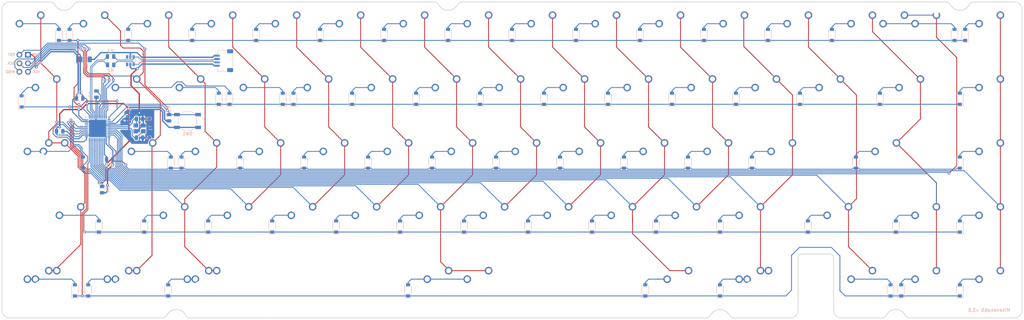
<source format=kicad_pcb>
(kicad_pcb (version 20171130) (host pcbnew "(5.1.4)-1")
  (layers (0 F.Cu signal) (31 B.Cu signal) (34 B.Paste user) (35 F.Paste user) (36 B.SilkS user) (37 F.SilkS user) (38 B.Mask user) (39 F.Mask user) (44 Edge.Cuts user))
  (net 0 "")
  (net 1 GND)
  (net 2 XTAL2)
  (net 3 XTAL1)
  (net 4 "Net-(D1-Pad2)")
  (net 5 ROW0)
  (net 6 "Net-(D2-Pad2)")
  (net 7 "Net-(D3-Pad2)")
  (net 8 "Net-(D4-Pad2)")
  (net 9 "Net-(D5-Pad2)")
  (net 10 "Net-(D6-Pad2)")
  (net 11 "Net-(D7-Pad2)")
  (net 12 "Net-(D8-Pad2)")
  (net 13 "Net-(D9-Pad2)")
  (net 14 "Net-(D10-Pad2)")
  (net 15 "Net-(D11-Pad2)")
  (net 16 "Net-(D12-Pad2)")
  (net 17 "Net-(D13-Pad2)")
  (net 18 "Net-(D14-Pad2)")
  (net 19 "Net-(D15-Pad2)")
  (net 20 "Net-(D16-Pad2)")
  (net 21 "Net-(D17-Pad2)")
  (net 22 ROW1)
  (net 23 "Net-(D18-Pad2)")
  (net 24 "Net-(D19-Pad2)")
  (net 25 "Net-(D20-Pad2)")
  (net 26 "Net-(D21-Pad2)")
  (net 27 "Net-(D22-Pad2)")
  (net 28 "Net-(D23-Pad2)")
  (net 29 "Net-(D24-Pad2)")
  (net 30 "Net-(D25-Pad2)")
  (net 31 "Net-(D26-Pad2)")
  (net 32 "Net-(D27-Pad2)")
  (net 33 "Net-(D28-Pad2)")
  (net 34 "Net-(D29-Pad2)")
  (net 35 "Net-(D30-Pad2)")
  (net 36 "Net-(D31-Pad2)")
  (net 37 "Net-(D32-Pad2)")
  (net 38 ROW2)
  (net 39 "Net-(D33-Pad2)")
  (net 40 "Net-(D34-Pad2)")
  (net 41 "Net-(D35-Pad2)")
  (net 42 "Net-(D36-Pad2)")
  (net 43 "Net-(D37-Pad2)")
  (net 44 "Net-(D38-Pad2)")
  (net 45 "Net-(D39-Pad2)")
  (net 46 "Net-(D40-Pad2)")
  (net 47 "Net-(D41-Pad2)")
  (net 48 "Net-(D42-Pad2)")
  (net 49 "Net-(D43-Pad2)")
  (net 50 "Net-(D44-Pad2)")
  (net 51 "Net-(D45-Pad2)")
  (net 52 "Net-(D46-Pad2)")
  (net 53 "Net-(D47-Pad2)")
  (net 54 ROW3)
  (net 55 "Net-(D48-Pad2)")
  (net 56 "Net-(D49-Pad2)")
  (net 57 "Net-(D50-Pad2)")
  (net 58 "Net-(D51-Pad2)")
  (net 59 "Net-(D52-Pad2)")
  (net 60 "Net-(D53-Pad2)")
  (net 61 "Net-(D54-Pad2)")
  (net 62 "Net-(D55-Pad2)")
  (net 63 "Net-(D56-Pad2)")
  (net 64 "Net-(D57-Pad2)")
  (net 65 "Net-(D58-Pad2)")
  (net 66 "Net-(D59-Pad2)")
  (net 67 "Net-(D60-Pad2)")
  (net 68 "Net-(D61-Pad2)")
  (net 69 ROW4)
  (net 70 "Net-(D62-Pad2)")
  (net 71 "Net-(D63-Pad2)")
  (net 72 "Net-(D64-Pad2)")
  (net 73 "Net-(D65-Pad2)")
  (net 74 "Net-(D66-Pad2)")
  (net 75 "Net-(D67-Pad2)")
  (net 76 "Net-(D68-Pad2)")
  (net 77 VBUS)
  (net 78 D+)
  (net 79 D-)
  (net 80 RESET)
  (net 81 MOSI)
  (net 82 SCK)
  (net 83 MISO)
  (net 84 COL0)
  (net 85 COL1)
  (net 86 COL2)
  (net 87 COL3)
  (net 88 COL4)
  (net 89 COL5)
  (net 90 COL6)
  (net 91 COL7)
  (net 92 COL8)
  (net 93 COL9)
  (net 94 COL10)
  (net 95 COL11)
  (net 96 COL12)
  (net 97 COL13)
  (net 98 COL14)
  (net 99 COL15)
  (net 100 "Net-(R4-Pad2)")
  (net 101 "Net-(U2-Pad42)")
  (net 102 "Net-(U2-Pad41)")
  (net 103 "Net-(C7-Pad1)")
  (net 104 +5V)
  (net 105 /MCU_D+)
  (net 106 /MCU_D-)
  (net 107 "Net-(U1-Pad4)")
  (net 108 "Net-(U1-Pad3)")
  (module Package_DFN_QFN:QFN-44-1EP_7x7mm_P0.5mm_EP5.2x5.2mm (layer B.Cu) (at 28.50375 37.68 270)
    (fp_text reference U2 (at 0 4.82 90) (layer B.SilkS) (effects (justify mirror)))
    (fp_text value ATmega32U4-MU)
    (pad 44 smd roundrect (at -2.5 3.3375 270) (size 0.25 1.075) (layers B.Cu B.Paste B.Mask) (net 104 +5V))
    (pad 43 smd roundrect (at -2 3.3375 270) (size 0.25 1.075) (layers B.Cu B.Paste B.Mask) (net 1 GND))
    (pad 42 smd roundrect (at -1.5 3.3375 270) (size 0.25 1.075) (layers B.Cu B.Paste B.Mask) (net 101 "Net-(U2-Pad42)"))
    (pad 41 smd roundrect (at -1 3.3375 270) (size 0.25 1.075) (layers B.Cu B.Paste B.Mask) (net 102 "Net-(U2-Pad41)"))
    (pad 40 smd roundrect (at -0.5 3.3375 270) (size 0.25 1.075) (layers B.Cu B.Paste B.Mask) (net 86 COL2))
    (pad 39 smd roundrect (at 0 3.3375 270) (size 0.25 1.075) (layers B.Cu B.Paste B.Mask) (net 54 ROW3))
    (pad 38 smd roundrect (at 0.5 3.3375 270) (size 0.25 1.075) (layers B.Cu B.Paste B.Mask) (net 69 ROW4))
    (pad 37 smd roundrect (at 1 3.3375 270) (size 0.25 1.075) (layers B.Cu B.Paste B.Mask) (net 84 COL0))
    (pad 36 smd roundrect (at 1.5 3.3375 270) (size 0.25 1.075) (layers B.Cu B.Paste B.Mask) (net 38 ROW2))
    (pad 35 smd roundrect (at 2 3.3375 270) (size 0.25 1.075) (layers B.Cu B.Paste B.Mask) (net 1 GND))
    (pad 34 smd roundrect (at 2.5 3.3375 270) (size 0.25 1.075) (layers B.Cu B.Paste B.Mask) (net 104 +5V))
    (pad 33 smd roundrect (at 3.3375 2.5 270) (size 1.075 0.25) (layers B.Cu B.Paste B.Mask) (net 100 "Net-(R4-Pad2)"))
    (pad 32 smd roundrect (at 3.3375 2 270) (size 1.075 0.25) (layers B.Cu B.Paste B.Mask) (net 87 COL3))
    (pad 31 smd roundrect (at 3.3375 1.5 270) (size 1.075 0.25) (layers B.Cu B.Paste B.Mask) (net 88 COL4))
    (pad 30 smd roundrect (at 3.3375 1 270) (size 1.075 0.25) (layers B.Cu B.Paste B.Mask) (net 89 COL5))
    (pad 29 smd roundrect (at 3.3375 0.5 270) (size 1.075 0.25) (layers B.Cu B.Paste B.Mask) (net 90 COL6))
    (pad 28 smd roundrect (at 3.3375 0 270) (size 1.075 0.25) (layers B.Cu B.Paste B.Mask) (net 91 COL7))
    (pad 27 smd roundrect (at 3.3375 -0.5 270) (size 1.075 0.25) (layers B.Cu B.Paste B.Mask) (net 92 COL8))
    (pad 26 smd roundrect (at 3.3375 -1 270) (size 1.075 0.25) (layers B.Cu B.Paste B.Mask) (net 93 COL9))
    (pad 25 smd roundrect (at 3.3375 -1.5 270) (size 1.075 0.25) (layers B.Cu B.Paste B.Mask) (net 94 COL10))
    (pad 24 smd roundrect (at 3.3375 -2 270) (size 1.075 0.25) (layers B.Cu B.Paste B.Mask) (net 104 +5V))
    (pad 23 smd roundrect (at 3.3375 -2.5 270) (size 1.075 0.25) (layers B.Cu B.Paste B.Mask) (net 1 GND))
    (pad 22 smd roundrect (at 2.5 -3.3375 270) (size 0.25 1.075) (layers B.Cu B.Paste B.Mask) (net 95 COL11))
    (pad 21 smd roundrect (at 2 -3.3375 270) (size 0.25 1.075) (layers B.Cu B.Paste B.Mask) (net 96 COL12))
    (pad 20 smd roundrect (at 1.5 -3.3375 270) (size 0.25 1.075) (layers B.Cu B.Paste B.Mask) (net 97 COL13))
    (pad 19 smd roundrect (at 1 -3.3375 270) (size 0.25 1.075) (layers B.Cu B.Paste B.Mask) (net 98 COL14))
    (pad 18 smd roundrect (at 0.5 -3.3375 270) (size 0.25 1.075) (layers B.Cu B.Paste B.Mask) (net 99 COL15))
    (pad 17 smd roundrect (at 0 -3.3375 270) (size 0.25 1.075) (layers B.Cu B.Paste B.Mask) (net 3 XTAL1))
    (pad 16 smd roundrect (at -0.5 -3.3375 270) (size 0.25 1.075) (layers B.Cu B.Paste B.Mask) (net 2 XTAL2))
    (pad 15 smd roundrect (at -1 -3.3375 270) (size 0.25 1.075) (layers B.Cu B.Paste B.Mask) (net 1 GND))
    (pad 14 smd roundrect (at -1.5 -3.3375 270) (size 0.25 1.075) (layers B.Cu B.Paste B.Mask) (net 104 +5V))
    (pad 13 smd roundrect (at -2 -3.3375 270) (size 0.25 1.075) (layers B.Cu B.Paste B.Mask) (net 80 RESET))
    (pad 12 smd roundrect (at -2.5 -3.3375 270) (size 0.25 1.075) (layers B.Cu B.Paste B.Mask) (net 22 ROW1))
    (pad 11 smd roundrect (at -3.3375 -2.5 270) (size 1.075 0.25) (layers B.Cu B.Paste B.Mask) (net 83 MISO))
    (pad 10 smd roundrect (at -3.3375 -2 270) (size 1.075 0.25) (layers B.Cu B.Paste B.Mask) (net 81 MOSI))
    (pad 9 smd roundrect (at -3.3375 -1.5 270) (size 1.075 0.25) (layers B.Cu B.Paste B.Mask) (net 82 SCK))
    (pad 8 smd roundrect (at -3.3375 -1 270) (size 1.075 0.25) (layers B.Cu B.Paste B.Mask) (net 85 COL1))
    (pad 7 smd roundrect (at -3.3375 -0.5 270) (size 1.075 0.25) (layers B.Cu B.Paste B.Mask) (net 104 +5V))
    (pad 6 smd roundrect (at -3.3375 0 270) (size 1.075 0.25) (layers B.Cu B.Paste B.Mask) (net 103 "Net-(C7-Pad1)"))
    (pad 5 smd roundrect (at -3.3375 0.5 270) (size 1.075 0.25) (layers B.Cu B.Paste B.Mask) (net 1 GND))
    (pad 4 smd roundrect (at -3.3375 1 270) (size 1.075 0.25) (layers B.Cu B.Paste B.Mask) (net 105 /MCU_D+))
    (pad 3 smd roundrect (at -3.3375 1.5 270) (size 1.075 0.25) (layers B.Cu B.Paste B.Mask) (net 106 /MCU_D-))
    (pad 2 smd roundrect (at -3.3375 2 270) (size 1.075 0.25) (layers B.Cu B.Paste B.Mask) (net 104 +5V))
    (pad 1 smd roundrect (at -3.3375 2.5 270) (size 1.075 0.25) (layers B.Cu B.Paste B.Mask) (net 5 ROW0))
    (pad 45 smd roundrect (at 0 0 270) (size 5.2 5.2) (layers B.Cu B.Mask) (roundrect_rratio 0.048077) (net 1 GND))
  )
  (module mikeneko:ISP (layer B.Cu) (at 5.19 20.807501)
    (fp_text reference J2)
    (fp_text value AVR-ISP-6)
    (fp_text user GND (at 3.81 -5.08) (layer B.SilkS) (effects (font (size 0.75 0.75)) (justify right mirror)))
    (fp_text user MOSI (at 3.81 -2.54) (layer B.SilkS) (effects (font (size 0.75 0.75)) (justify right mirror)))
    (fp_text user VCC (at 3.81 0) (layer B.SilkS) (effects (font (size 0.75 0.75)) (justify right mirror)))
    (fp_text user MISO (at -1.27 0) (layer B.SilkS) (effects (font (size 0.75 0.75)) (justify left mirror)))
    (fp_text user SCK (at -1.27 -2.54) (layer B.SilkS) (effects (font (size 0.75 0.75)) (justify left mirror)))
    (fp_text user RST (at -1.27 -5.08) (layer B.SilkS) (effects (font (size 0.75 0.75)) (justify left mirror)))
    (pad 6 thru_hole rect (at 2.54 -5.08 180) (size 1.7 1.7) (drill 1) (layers *.Cu *.Mask) (net 1 GND))
    (pad 5 thru_hole oval (at 0 -5.08 180) (size 1.7 1.7) (drill 1) (layers *.Cu *.Mask) (net 80 RESET))
    (pad 4 thru_hole oval (at 2.54 -2.54 180) (size 1.7 1.7) (drill 1) (layers *.Cu *.Mask) (net 81 MOSI))
    (pad 3 thru_hole oval (at 0 -2.54 180) (size 1.7 1.7) (drill 1) (layers *.Cu *.Mask) (net 82 SCK))
    (pad 2 thru_hole oval (at 2.54 0 180) (size 1.7 1.7) (drill 1) (layers *.Cu *.Mask) (net 104 +5V))
    (pad 1 thru_hole oval (at 0 0 180) (size 1.7 1.7) (drill 1) (layers *.Cu *.Mask) (net 83 MISO))
  )
  (module Diode_SMD:D_SOD-123 (layer B.Cu) (at 213.7875 85.99375 90)
    (fp_text reference D65)
    (fp_text value 1N4148)
    (pad 2 smd rect (at 1.65 0 90) (size 0.9 1.2) (layers B.Cu B.Paste B.Mask) (net 73 "Net-(D65-Pad2)"))
    (pad 1 smd rect (at -1.65 0 90) (size 0.9 1.2) (layers B.Cu B.Paste B.Mask) (net 69 ROW4))
  )
  (module MX_Only:MXOnly-1U-NoLED (layer F.Cu) (at 56.625 28.05)
    (fp_text reference MX20)
    (fp_text value 1u)
    (pad "" np_thru_hole circle (at 5.08 0 48.0996) (size 1.75 1.75) (drill 1.75) (layers *.Cu *.Mask))
    (pad "" np_thru_hole circle (at -5.08 0 48.0996) (size 1.75 1.75) (drill 1.75) (layers *.Cu *.Mask))
    (pad 1 thru_hole circle (at -3.81 -2.54) (size 2.25 2.25) (drill 1.47) (layers *.Cu B.Mask) (net 24 "Net-(D19-Pad2)"))
    (pad "" np_thru_hole circle (at 0 0) (size 3.9878 3.9878) (drill 3.9878) (layers *.Cu *.Mask))
    (pad 2 thru_hole circle (at 2.54 -5.08) (size 2.25 2.25) (drill 1.47) (layers *.Cu B.Mask) (net 86 COL2))
  )
  (module Package_TO_SOT_SMD:SOT-23-6 (layer B.Cu) (at 38.22375 17.50375 90)
    (fp_text reference U1 (at 0 2.9 90) (layer B.SilkS) (effects (justify mirror)))
    (fp_text value SRV05-4)
    (pad 5 smd rect (at 1.1 0 90) (size 1.06 0.65) (layers B.Cu B.Paste B.Mask) (net 77 VBUS))
    (pad 6 smd rect (at 1.1 0.95 90) (size 1.06 0.65) (layers B.Cu B.Paste B.Mask) (net 79 D-))
    (pad 4 smd rect (at 1.1 -0.95 90) (size 1.06 0.65) (layers B.Cu B.Paste B.Mask) (net 107 "Net-(U1-Pad4)"))
    (pad 3 smd rect (at -1.1 -0.95 90) (size 1.06 0.65) (layers B.Cu B.Paste B.Mask) (net 108 "Net-(U1-Pad3)"))
    (pad 2 smd rect (at -1.1 0 90) (size 1.06 0.65) (layers B.Cu B.Paste B.Mask) (net 1 GND))
    (pad 1 smd rect (at -1.1 0.95 90) (size 1.06 0.65) (layers B.Cu B.Paste B.Mask) (net 78 D+))
  )
  (module MX_Only:MXOnly-1.25U-NoLED (layer F.Cu) (at 225.69375 85.2)
    (fp_text reference MX75)
    (fp_text value 1.25u)
    (pad "" np_thru_hole circle (at 5.08 0 48.0996) (size 1.75 1.75) (drill 1.75) (layers *.Cu *.Mask))
    (pad "" np_thru_hole circle (at -5.08 0 48.0996) (size 1.75 1.75) (drill 1.75) (layers *.Cu *.Mask))
    (pad 1 thru_hole circle (at -3.81 -2.54) (size 2.25 2.25) (drill 1.47) (layers *.Cu B.Mask) (net 73 "Net-(D65-Pad2)"))
    (pad "" np_thru_hole circle (at 0 0) (size 3.9878 3.9878) (drill 3.9878) (layers *.Cu *.Mask))
    (pad 2 thru_hole circle (at 2.54 -5.08) (size 2.25 2.25) (drill 1.47) (layers *.Cu B.Mask) (net 95 COL11))
  )
  (module MX_Only:MXOnly-6.25U-ReversedStabilizers-NoLED (layer F.Cu) (at 130.44375 85.2)
    (fp_text reference MX74)
    (fp_text value 6.25u)
    (pad "" np_thru_hole circle (at 49.9999 -8.255) (size 3.9878 3.9878) (drill 3.9878) (layers *.Cu *.Mask))
    (pad "" np_thru_hole circle (at -49.9999 -8.255) (size 3.9878 3.9878) (drill 3.9878) (layers *.Cu *.Mask))
    (pad "" np_thru_hole circle (at 49.9999 6.985) (size 3.048 3.048) (drill 3.048) (layers *.Cu *.Mask))
    (pad "" np_thru_hole circle (at -49.9999 6.985) (size 3.048 3.048) (drill 3.048) (layers *.Cu *.Mask))
    (pad "" np_thru_hole circle (at 5.08 0 48.0996) (size 1.75 1.75) (drill 1.75) (layers *.Cu *.Mask))
    (pad "" np_thru_hole circle (at -5.08 0 48.0996) (size 1.75 1.75) (drill 1.75) (layers *.Cu *.Mask))
    (pad 1 thru_hole circle (at -3.81 -2.54) (size 2.25 2.25) (drill 1.47) (layers *.Cu B.Mask) (net 71 "Net-(D63-Pad2)"))
    (pad "" np_thru_hole circle (at 0 0) (size 3.9878 3.9878) (drill 3.9878) (layers *.Cu *.Mask))
    (pad 2 thru_hole circle (at 2.54 -5.08) (size 2.25 2.25) (drill 1.47) (layers *.Cu B.Mask) (net 90 COL6))
  )
  (module MX_Only:MXOnly-1.25U-NoLED (layer F.Cu) (at 59.00625 85.2)
    (fp_text reference MX73)
    (fp_text value 1.25u)
    (pad "" np_thru_hole circle (at 5.08 0 48.0996) (size 1.75 1.75) (drill 1.75) (layers *.Cu *.Mask))
    (pad "" np_thru_hole circle (at -5.08 0 48.0996) (size 1.75 1.75) (drill 1.75) (layers *.Cu *.Mask))
    (pad 1 thru_hole circle (at -3.81 -2.54) (size 2.25 2.25) (drill 1.47) (layers *.Cu B.Mask) (net 70 "Net-(D62-Pad2)"))
    (pad "" np_thru_hole circle (at 0 0) (size 3.9878 3.9878) (drill 3.9878) (layers *.Cu *.Mask))
    (pad 2 thru_hole circle (at 2.54 -5.08) (size 2.25 2.25) (drill 1.47) (layers *.Cu B.Mask) (net 86 COL2))
  )
  (module MX_Only:MXOnly-1.25U-NoLED (layer F.Cu) (at 35.19375 85.2)
    (fp_text reference MX72)
    (fp_text value 1.25u)
    (pad "" np_thru_hole circle (at 5.08 0 48.0996) (size 1.75 1.75) (drill 1.75) (layers *.Cu *.Mask))
    (pad "" np_thru_hole circle (at -5.08 0 48.0996) (size 1.75 1.75) (drill 1.75) (layers *.Cu *.Mask))
    (pad 1 thru_hole circle (at -3.81 -2.54) (size 2.25 2.25) (drill 1.47) (layers *.Cu B.Mask) (net 68 "Net-(D61-Pad2)"))
    (pad "" np_thru_hole circle (at 0 0) (size 3.9878 3.9878) (drill 3.9878) (layers *.Cu *.Mask))
    (pad 2 thru_hole circle (at 2.54 -5.08) (size 2.25 2.25) (drill 1.47) (layers *.Cu B.Mask) (net 85 COL1))
  )
  (module MX_Only:MXOnly-1.25U-NoLED (layer F.Cu) (at 11.38125 85.2)
    (fp_text reference MX71)
    (fp_text value 1.25u)
    (pad "" np_thru_hole circle (at 5.08 0 48.0996) (size 1.75 1.75) (drill 1.75) (layers *.Cu *.Mask))
    (pad "" np_thru_hole circle (at -5.08 0 48.0996) (size 1.75 1.75) (drill 1.75) (layers *.Cu *.Mask))
    (pad 1 thru_hole circle (at -3.81 -2.54) (size 2.25 2.25) (drill 1.47) (layers *.Cu B.Mask) (net 67 "Net-(D60-Pad2)"))
    (pad "" np_thru_hole circle (at 0 0) (size 3.9878 3.9878) (drill 3.9878) (layers *.Cu *.Mask))
    (pad 2 thru_hole circle (at 2.54 -5.08) (size 2.25 2.25) (drill 1.47) (layers *.Cu B.Mask) (net 84 COL0))
  )
  (module MX_Only:MXOnly-1.5U-NoLED (layer F.Cu) (at 223.3125 85.2)
    (fp_text reference MX67)
    (fp_text value 1.5u)
    (pad "" np_thru_hole circle (at 5.08 0 48.0996) (size 1.75 1.75) (drill 1.75) (layers *.Cu *.Mask))
    (pad "" np_thru_hole circle (at -5.08 0 48.0996) (size 1.75 1.75) (drill 1.75) (layers *.Cu *.Mask))
    (pad 1 thru_hole circle (at -3.81 -2.54) (size 2.25 2.25) (drill 1.47) (layers *.Cu B.Mask) (net 73 "Net-(D65-Pad2)"))
    (pad "" np_thru_hole circle (at 0 0) (size 3.9878 3.9878) (drill 3.9878) (layers *.Cu *.Mask))
    (pad 2 thru_hole circle (at 2.54 -5.08) (size 2.25 2.25) (drill 1.47) (layers *.Cu B.Mask) (net 95 COL11))
  )
  (module MX_Only:MXOnly-1.25U-NoLED (layer F.Cu) (at 201.88125 85.2)
    (fp_text reference MX66)
    (fp_text value 1.25u)
    (pad "" np_thru_hole circle (at 5.08 0 48.0996) (size 1.75 1.75) (drill 1.75) (layers *.Cu *.Mask))
    (pad "" np_thru_hole circle (at -5.08 0 48.0996) (size 1.75 1.75) (drill 1.75) (layers *.Cu *.Mask))
    (pad 1 thru_hole circle (at -3.81 -2.54) (size 2.25 2.25) (drill 1.47) (layers *.Cu B.Mask) (net 72 "Net-(D64-Pad2)"))
    (pad "" np_thru_hole circle (at 0 0) (size 3.9878 3.9878) (drill 3.9878) (layers *.Cu *.Mask))
    (pad 2 thru_hole circle (at 2.54 -5.08) (size 2.25 2.25) (drill 1.47) (layers *.Cu B.Mask) (net 93 COL9))
  )
  (module MX_Only:MXOnly-7U-ReversedStabilizers-NoLED (layer F.Cu) (at 142.35 85.2)
    (fp_text reference MX65)
    (fp_text value 7u)
    (pad "" np_thru_hole circle (at 57.15 -8.255) (size 3.9878 3.9878) (drill 3.9878) (layers *.Cu *.Mask))
    (pad "" np_thru_hole circle (at -57.15 -8.255) (size 3.9878 3.9878) (drill 3.9878) (layers *.Cu *.Mask))
    (pad "" np_thru_hole circle (at 57.15 6.985) (size 3.048 3.048) (drill 3.048) (layers *.Cu *.Mask))
    (pad "" np_thru_hole circle (at -57.15 6.985) (size 3.048 3.048) (drill 3.048) (layers *.Cu *.Mask))
    (pad "" np_thru_hole circle (at 5.08 0 48.0996) (size 1.75 1.75) (drill 1.75) (layers *.Cu *.Mask))
    (pad "" np_thru_hole circle (at -5.08 0 48.0996) (size 1.75 1.75) (drill 1.75) (layers *.Cu *.Mask))
    (pad 1 thru_hole circle (at -3.81 -2.54) (size 2.25 2.25) (drill 1.47) (layers *.Cu B.Mask) (net 71 "Net-(D63-Pad2)"))
    (pad "" np_thru_hole circle (at 0 0) (size 3.9878 3.9878) (drill 3.9878) (layers *.Cu *.Mask))
    (pad 2 thru_hole circle (at 2.54 -5.08) (size 2.25 2.25) (drill 1.47) (layers *.Cu B.Mask) (net 90 COL6))
  )
  (module MX_Only:MXOnly-1.5U-NoLED (layer F.Cu) (at 61.3875 85.2)
    (fp_text reference MX64)
    (fp_text value 1.5u)
    (pad "" np_thru_hole circle (at 5.08 0 48.0996) (size 1.75 1.75) (drill 1.75) (layers *.Cu *.Mask))
    (pad "" np_thru_hole circle (at -5.08 0 48.0996) (size 1.75 1.75) (drill 1.75) (layers *.Cu *.Mask))
    (pad 1 thru_hole circle (at -3.81 -2.54) (size 2.25 2.25) (drill 1.47) (layers *.Cu B.Mask) (net 70 "Net-(D62-Pad2)"))
    (pad "" np_thru_hole circle (at 0 0) (size 3.9878 3.9878) (drill 3.9878) (layers *.Cu *.Mask))
    (pad 2 thru_hole circle (at 2.54 -5.08) (size 2.25 2.25) (drill 1.47) (layers *.Cu B.Mask) (net 86 COL2))
  )
  (module MX_Only:MXOnly-1U-NoLED (layer F.Cu) (at 37.575 85.2)
    (fp_text reference MX63)
    (fp_text value 1u)
    (pad "" np_thru_hole circle (at 5.08 0 48.0996) (size 1.75 1.75) (drill 1.75) (layers *.Cu *.Mask))
    (pad "" np_thru_hole circle (at -5.08 0 48.0996) (size 1.75 1.75) (drill 1.75) (layers *.Cu *.Mask))
    (pad 1 thru_hole circle (at -3.81 -2.54) (size 2.25 2.25) (drill 1.47) (layers *.Cu B.Mask) (net 68 "Net-(D61-Pad2)"))
    (pad "" np_thru_hole circle (at 0 0) (size 3.9878 3.9878) (drill 3.9878) (layers *.Cu *.Mask))
    (pad 2 thru_hole circle (at 2.54 -5.08) (size 2.25 2.25) (drill 1.47) (layers *.Cu B.Mask) (net 85 COL1))
  )
  (module MX_Only:MXOnly-1.5U-NoLED (layer F.Cu) (at 13.7625 85.2)
    (fp_text reference MX62)
    (fp_text value 1.5u)
    (pad "" np_thru_hole circle (at 5.08 0 48.0996) (size 1.75 1.75) (drill 1.75) (layers *.Cu *.Mask))
    (pad "" np_thru_hole circle (at -5.08 0 48.0996) (size 1.75 1.75) (drill 1.75) (layers *.Cu *.Mask))
    (pad 1 thru_hole circle (at -3.81 -2.54) (size 2.25 2.25) (drill 1.47) (layers *.Cu B.Mask) (net 67 "Net-(D60-Pad2)"))
    (pad "" np_thru_hole circle (at 0 0) (size 3.9878 3.9878) (drill 3.9878) (layers *.Cu *.Mask))
    (pad 2 thru_hole circle (at 2.54 -5.08) (size 2.25 2.25) (drill 1.47) (layers *.Cu B.Mask) (net 84 COL0))
  )
  (module MX_Only:MXOnly-1U-NoLED (layer F.Cu) (at 204.2625 66.15)
    (fp_text reference MX57)
    (fp_text value 1u)
    (pad "" np_thru_hole circle (at 5.08 0 48.0996) (size 1.75 1.75) (drill 1.75) (layers *.Cu *.Mask))
    (pad "" np_thru_hole circle (at -5.08 0 48.0996) (size 1.75 1.75) (drill 1.75) (layers *.Cu *.Mask))
    (pad 1 thru_hole circle (at -3.81 -2.54) (size 2.25 2.25) (drill 1.47) (layers *.Cu B.Mask) (net 62 "Net-(D55-Pad2)"))
    (pad "" np_thru_hole circle (at 0 0) (size 3.9878 3.9878) (drill 3.9878) (layers *.Cu *.Mask))
    (pad 2 thru_hole circle (at 2.54 -5.08) (size 2.25 2.25) (drill 1.47) (layers *.Cu B.Mask) (net 94 COL10))
  )
  (module Diode_SMD:D_SOD-123 (layer B.Cu) (at 264.5875 85.99375 90)
    (fp_text reference D66)
    (fp_text value 1N4148)
    (pad 2 smd rect (at 1.65 0 90) (size 0.9 1.2) (layers B.Cu B.Paste B.Mask) (net 74 "Net-(D66-Pad2)"))
    (pad 1 smd rect (at -1.65 0 90) (size 0.9 1.2) (layers B.Cu B.Paste B.Mask) (net 69 ROW4))
  )
  (module Diode_SMD:D_SOD-123 (layer B.Cu) (at 191.5625 85.99375 90)
    (fp_text reference D64)
    (fp_text value 1N4148)
    (pad 2 smd rect (at 1.65 0 90) (size 0.9 1.2) (layers B.Cu B.Paste B.Mask) (net 72 "Net-(D64-Pad2)"))
    (pad 1 smd rect (at -1.65 0 90) (size 0.9 1.2) (layers B.Cu B.Paste B.Mask) (net 69 ROW4))
  )
  (module MX_Only:MXOnly-1U-NoLED (layer F.Cu) (at 156.6375 47.1)
    (fp_text reference MX41)
    (fp_text value 1u)
    (pad "" np_thru_hole circle (at 5.08 0 48.0996) (size 1.75 1.75) (drill 1.75) (layers *.Cu *.Mask))
    (pad "" np_thru_hole circle (at -5.08 0 48.0996) (size 1.75 1.75) (drill 1.75) (layers *.Cu *.Mask))
    (pad 1 thru_hole circle (at -3.81 -2.54) (size 2.25 2.25) (drill 1.47) (layers *.Cu B.Mask) (net 45 "Net-(D39-Pad2)"))
    (pad "" np_thru_hole circle (at 0 0) (size 3.9878 3.9878) (drill 3.9878) (layers *.Cu *.Mask))
    (pad 2 thru_hole circle (at 2.54 -5.08) (size 2.25 2.25) (drill 1.47) (layers *.Cu B.Mask) (net 91 COL7))
  )
  (module MX_Only:MXOnly-1U-NoLED (layer F.Cu) (at 61.3875 47.1)
    (fp_text reference MX36)
    (fp_text value 1u)
    (pad "" np_thru_hole circle (at 5.08 0 48.0996) (size 1.75 1.75) (drill 1.75) (layers *.Cu *.Mask))
    (pad "" np_thru_hole circle (at -5.08 0 48.0996) (size 1.75 1.75) (drill 1.75) (layers *.Cu *.Mask))
    (pad 1 thru_hole circle (at -3.81 -2.54) (size 2.25 2.25) (drill 1.47) (layers *.Cu B.Mask) (net 40 "Net-(D34-Pad2)"))
    (pad "" np_thru_hole circle (at 0 0) (size 3.9878 3.9878) (drill 3.9878) (layers *.Cu *.Mask))
    (pad 2 thru_hole circle (at 2.54 -5.08) (size 2.25 2.25) (drill 1.47) (layers *.Cu B.Mask) (net 86 COL2))
  )
  (module Diode_SMD:D_SOD-123 (layer B.Cu) (at 53.45 47.89375 90)
    (fp_text reference D34)
    (fp_text value 1N4148)
    (pad 2 smd rect (at 1.65 0 90) (size 0.9 1.2) (layers B.Cu B.Paste B.Mask) (net 40 "Net-(D34-Pad2)"))
    (pad 1 smd rect (at -1.65 0 90) (size 0.9 1.2) (layers B.Cu B.Paste B.Mask) (net 38 ROW2))
  )
  (module Diode_SMD:D_SOD-123 (layer B.Cu) (at 50.275 47.89375 90)
    (fp_text reference D33)
    (fp_text value 1N4148)
    (pad 2 smd rect (at 1.65 0 90) (size 0.9 1.2) (layers B.Cu B.Paste B.Mask) (net 39 "Net-(D33-Pad2)"))
    (pad 1 smd rect (at -1.65 0 90) (size 0.9 1.2) (layers B.Cu B.Paste B.Mask) (net 38 ROW2))
  )
  (module MX_Only:MXOnly-1U-NoLED (layer F.Cu) (at 189.975 28.05)
    (fp_text reference MX27)
    (fp_text value 1u)
    (pad "" np_thru_hole circle (at 5.08 0 48.0996) (size 1.75 1.75) (drill 1.75) (layers *.Cu *.Mask))
    (pad "" np_thru_hole circle (at -5.08 0 48.0996) (size 1.75 1.75) (drill 1.75) (layers *.Cu *.Mask))
    (pad 1 thru_hole circle (at -3.81 -2.54) (size 2.25 2.25) (drill 1.47) (layers *.Cu B.Mask) (net 31 "Net-(D26-Pad2)"))
    (pad "" np_thru_hole circle (at 0 0) (size 3.9878 3.9878) (drill 3.9878) (layers *.Cu *.Mask))
    (pad 2 thru_hole circle (at 2.54 -5.08) (size 2.25 2.25) (drill 1.47) (layers *.Cu B.Mask) (net 93 COL9))
  )
  (module MX_Only:MXOnly-1U-NoLED (layer F.Cu) (at 113.775 28.05)
    (fp_text reference MX23)
    (fp_text value 1u)
    (pad "" np_thru_hole circle (at 5.08 0 48.0996) (size 1.75 1.75) (drill 1.75) (layers *.Cu *.Mask))
    (pad "" np_thru_hole circle (at -5.08 0 48.0996) (size 1.75 1.75) (drill 1.75) (layers *.Cu *.Mask))
    (pad 1 thru_hole circle (at -3.81 -2.54) (size 2.25 2.25) (drill 1.47) (layers *.Cu B.Mask) (net 27 "Net-(D22-Pad2)"))
    (pad "" np_thru_hole circle (at 0 0) (size 3.9878 3.9878) (drill 3.9878) (layers *.Cu *.Mask))
    (pad 2 thru_hole circle (at 2.54 -5.08) (size 2.25 2.25) (drill 1.47) (layers *.Cu B.Mask) (net 89 COL5))
  )
  (module Diode_SMD:D_SOD-123 (layer B.Cu) (at 86.7875 28.84375 90)
    (fp_text reference D21)
    (fp_text value 1N4148)
    (pad 2 smd rect (at 1.65 0 90) (size 0.9 1.2) (layers B.Cu B.Paste B.Mask) (net 26 "Net-(D21-Pad2)"))
    (pad 1 smd rect (at -1.65 0 90) (size 0.9 1.2) (layers B.Cu B.Paste B.Mask) (net 22 ROW1))
  )
  (module Diode_SMD:D_SOD-123 (layer B.Cu) (at 83.6125 28.84375 90)
    (fp_text reference D20)
    (fp_text value 1N4148)
    (pad 2 smd rect (at 1.65 0 90) (size 0.9 1.2) (layers B.Cu B.Paste B.Mask) (net 25 "Net-(D20-Pad2)"))
    (pad 1 smd rect (at -1.65 0 90) (size 0.9 1.2) (layers B.Cu B.Paste B.Mask) (net 22 ROW1))
  )
  (module Diode_SMD:D_SOD-123 (layer B.Cu) (at 64.5625 28.84375 90)
    (fp_text reference D19)
    (fp_text value 1N4148)
    (pad 2 smd rect (at 1.65 0 90) (size 0.9 1.2) (layers B.Cu B.Paste B.Mask) (net 24 "Net-(D19-Pad2)"))
    (pad 1 smd rect (at -1.65 0 90) (size 0.9 1.2) (layers B.Cu B.Paste B.Mask) (net 22 ROW1))
  )
  (module Diode_SMD:D_SOD-123 (layer B.Cu) (at 67.7375 28.84375 90)
    (fp_text reference D18)
    (fp_text value 1N4148)
    (pad 2 smd rect (at 1.65 0 90) (size 0.9 1.2) (layers B.Cu B.Paste B.Mask) (net 23 "Net-(D18-Pad2)"))
    (pad 1 smd rect (at -1.65 0 90) (size 0.9 1.2) (layers B.Cu B.Paste B.Mask) (net 22 ROW1))
  )
  (module Diode_SMD:D_SOD-123 (layer B.Cu) (at 247.125 9.79375 90)
    (fp_text reference D14)
    (fp_text value 1N4148)
    (pad 2 smd rect (at 1.65 0 90) (size 0.9 1.2) (layers B.Cu B.Paste B.Mask) (net 18 "Net-(D14-Pad2)"))
    (pad 1 smd rect (at -1.65 0 90) (size 0.9 1.2) (layers B.Cu B.Paste B.Mask) (net 5 ROW0))
  )
  (module MX_Only:MXOnly-1U-NoLED (layer F.Cu) (at 237.6 9)
    (fp_text reference MX13)
    (fp_text value 1u)
    (pad "" np_thru_hole circle (at 5.08 0 48.0996) (size 1.75 1.75) (drill 1.75) (layers *.Cu *.Mask))
    (pad "" np_thru_hole circle (at -5.08 0 48.0996) (size 1.75 1.75) (drill 1.75) (layers *.Cu *.Mask))
    (pad 1 thru_hole circle (at -3.81 -2.54) (size 2.25 2.25) (drill 1.47) (layers *.Cu B.Mask) (net 17 "Net-(D13-Pad2)"))
    (pad "" np_thru_hole circle (at 0 0) (size 3.9878 3.9878) (drill 3.9878) (layers *.Cu *.Mask))
    (pad 2 thru_hole circle (at 2.54 -5.08) (size 2.25 2.25) (drill 1.47) (layers *.Cu B.Mask) (net 96 COL12))
  )
  (module Diode_SMD:D_SOD-123 (layer B.Cu) (at 228.075 9.79375 90)
    (fp_text reference D13)
    (fp_text value 1N4148)
    (pad 2 smd rect (at 1.65 0 90) (size 0.9 1.2) (layers B.Cu B.Paste B.Mask) (net 17 "Net-(D13-Pad2)"))
    (pad 1 smd rect (at -1.65 0 90) (size 0.9 1.2) (layers B.Cu B.Paste B.Mask) (net 5 ROW0))
  )
  (module Diode_SMD:D_SOD-123 (layer B.Cu) (at 20.1125 9.79375 90)
    (fp_text reference D2)
    (fp_text value 1N4148)
    (pad 2 smd rect (at 1.65 0 90) (size 0.9 1.2) (layers B.Cu B.Paste B.Mask) (net 6 "Net-(D2-Pad2)"))
    (pad 1 smd rect (at -1.65 0 90) (size 0.9 1.2) (layers B.Cu B.Paste B.Mask) (net 5 ROW0))
  )
  (module Diode_SMD:D_SOD-123 (layer B.Cu) (at 16.9375 9.79375 90)
    (fp_text reference D1)
    (fp_text value 1N4148)
    (pad 2 smd rect (at 1.65 0 90) (size 0.9 1.2) (layers B.Cu B.Paste B.Mask) (net 4 "Net-(D1-Pad2)"))
    (pad 1 smd rect (at -1.65 0 90) (size 0.9 1.2) (layers B.Cu B.Paste B.Mask) (net 5 ROW0))
  )
  (module Diode_SMD:D_SOD-123 (layer B.Cu) (at 5.825 29.6375 90)
    (fp_text reference D17)
    (fp_text value 1N4148)
    (pad 2 smd rect (at 1.65 0 90) (size 0.9 1.2) (layers B.Cu B.Paste B.Mask) (net 21 "Net-(D17-Pad2)"))
    (pad 1 smd rect (at -1.65 0 90) (size 0.9 1.2) (layers B.Cu B.Paste B.Mask) (net 22 ROW1))
  )
  (module Diode_SMD:D_SOD-123 (layer B.Cu) (at 286.8125 9.79375 90)
    (fp_text reference D16)
    (fp_text value 1N4148)
    (pad 2 smd rect (at 1.65 0 90) (size 0.9 1.2) (layers B.Cu B.Paste B.Mask) (net 20 "Net-(D16-Pad2)"))
    (pad 1 smd rect (at -1.65 0 90) (size 0.9 1.2) (layers B.Cu B.Paste B.Mask) (net 5 ROW0))
  )
  (module Diode_SMD:D_SOD-123 (layer B.Cu) (at 283.6375 9.79375 90)
    (fp_text reference D15)
    (fp_text value 1N4148)
    (pad 2 smd rect (at 1.65 0 90) (size 0.9 1.2) (layers B.Cu B.Paste B.Mask) (net 19 "Net-(D15-Pad2)"))
    (pad 1 smd rect (at -1.65 0 90) (size 0.9 1.2) (layers B.Cu B.Paste B.Mask) (net 5 ROW0))
  )
  (module MX_Only:MXOnly-1U-NoLED (layer F.Cu) (at 142.35 9)
    (fp_text reference MX8)
    (fp_text value 1u)
    (pad "" np_thru_hole circle (at 5.08 0 48.0996) (size 1.75 1.75) (drill 1.75) (layers *.Cu *.Mask))
    (pad "" np_thru_hole circle (at -5.08 0 48.0996) (size 1.75 1.75) (drill 1.75) (layers *.Cu *.Mask))
    (pad 1 thru_hole circle (at -3.81 -2.54) (size 2.25 2.25) (drill 1.47) (layers *.Cu B.Mask) (net 12 "Net-(D8-Pad2)"))
    (pad "" np_thru_hole circle (at 0 0) (size 3.9878 3.9878) (drill 3.9878) (layers *.Cu *.Mask))
    (pad 2 thru_hole circle (at 2.54 -5.08) (size 2.25 2.25) (drill 1.47) (layers *.Cu B.Mask) (net 91 COL7))
  )
  (module MX_Only:MXOnly-1U-NoLED (layer F.Cu) (at 104.25 9)
    (fp_text reference MX6)
    (fp_text value 1u)
    (pad "" np_thru_hole circle (at 5.08 0 48.0996) (size 1.75 1.75) (drill 1.75) (layers *.Cu *.Mask))
    (pad "" np_thru_hole circle (at -5.08 0 48.0996) (size 1.75 1.75) (drill 1.75) (layers *.Cu *.Mask))
    (pad 1 thru_hole circle (at -3.81 -2.54) (size 2.25 2.25) (drill 1.47) (layers *.Cu B.Mask) (net 10 "Net-(D6-Pad2)"))
    (pad "" np_thru_hole circle (at 0 0) (size 3.9878 3.9878) (drill 3.9878) (layers *.Cu *.Mask))
    (pad 2 thru_hole circle (at 2.54 -5.08) (size 2.25 2.25) (drill 1.47) (layers *.Cu B.Mask) (net 89 COL5))
  )
  (module MX_Only:MXOnly-1U-NoLED (layer F.Cu) (at 85.2 9)
    (fp_text reference MX5)
    (fp_text value 1u)
    (pad "" np_thru_hole circle (at 5.08 0 48.0996) (size 1.75 1.75) (drill 1.75) (layers *.Cu *.Mask))
    (pad "" np_thru_hole circle (at -5.08 0 48.0996) (size 1.75 1.75) (drill 1.75) (layers *.Cu *.Mask))
    (pad 1 thru_hole circle (at -3.81 -2.54) (size 2.25 2.25) (drill 1.47) (layers *.Cu B.Mask) (net 9 "Net-(D5-Pad2)"))
    (pad "" np_thru_hole circle (at 0 0) (size 3.9878 3.9878) (drill 3.9878) (layers *.Cu *.Mask))
    (pad 2 thru_hole circle (at 2.54 -5.08) (size 2.25 2.25) (drill 1.47) (layers *.Cu B.Mask) (net 88 COL4))
  )
  (module MX_Only:MXOnly-1U-NoLED (layer F.Cu) (at 294.75 85.2)
    (fp_text reference MX70)
    (fp_text value 1u)
    (pad "" np_thru_hole circle (at 5.08 0 48.0996) (size 1.75 1.75) (drill 1.75) (layers *.Cu *.Mask))
    (pad "" np_thru_hole circle (at -5.08 0 48.0996) (size 1.75 1.75) (drill 1.75) (layers *.Cu *.Mask))
    (pad 1 thru_hole circle (at -3.81 -2.54) (size 2.25 2.25) (drill 1.47) (layers *.Cu B.Mask) (net 76 "Net-(D68-Pad2)"))
    (pad "" np_thru_hole circle (at 0 0) (size 3.9878 3.9878) (drill 3.9878) (layers *.Cu *.Mask))
    (pad 2 thru_hole circle (at 2.54 -5.08) (size 2.25 2.25) (drill 1.47) (layers *.Cu B.Mask) (net 99 COL15))
  )
  (module MX_Only:MXOnly-1U-NoLED (layer F.Cu) (at 275.7 85.2)
    (fp_text reference MX69)
    (fp_text value 1u)
    (pad "" np_thru_hole circle (at 5.08 0 48.0996) (size 1.75 1.75) (drill 1.75) (layers *.Cu *.Mask))
    (pad "" np_thru_hole circle (at -5.08 0 48.0996) (size 1.75 1.75) (drill 1.75) (layers *.Cu *.Mask))
    (pad 1 thru_hole circle (at -3.81 -2.54) (size 2.25 2.25) (drill 1.47) (layers *.Cu B.Mask) (net 75 "Net-(D67-Pad2)"))
    (pad "" np_thru_hole circle (at 0 0) (size 3.9878 3.9878) (drill 3.9878) (layers *.Cu *.Mask))
    (pad 2 thru_hole circle (at 2.54 -5.08) (size 2.25 2.25) (drill 1.47) (layers *.Cu B.Mask) (net 97 COL13))
  )
  (module MX_Only:MXOnly-1U-NoLED (layer F.Cu) (at 256.65 85.2)
    (fp_text reference MX68)
    (fp_text value 1u)
    (pad "" np_thru_hole circle (at 5.08 0 48.0996) (size 1.75 1.75) (drill 1.75) (layers *.Cu *.Mask))
    (pad "" np_thru_hole circle (at -5.08 0 48.0996) (size 1.75 1.75) (drill 1.75) (layers *.Cu *.Mask))
    (pad 1 thru_hole circle (at -3.81 -2.54) (size 2.25 2.25) (drill 1.47) (layers *.Cu B.Mask) (net 74 "Net-(D66-Pad2)"))
    (pad "" np_thru_hole circle (at 0 0) (size 3.9878 3.9878) (drill 3.9878) (layers *.Cu *.Mask))
    (pad 2 thru_hole circle (at 2.54 -5.08) (size 2.25 2.25) (drill 1.47) (layers *.Cu B.Mask) (net 96 COL12))
  )
  (module MX_Only:MXOnly-1U-NoLED (layer F.Cu) (at 294.75 66.15)
    (fp_text reference MX61)
    (fp_text value 1u)
    (pad "" np_thru_hole circle (at 5.08 0 48.0996) (size 1.75 1.75) (drill 1.75) (layers *.Cu *.Mask))
    (pad "" np_thru_hole circle (at -5.08 0 48.0996) (size 1.75 1.75) (drill 1.75) (layers *.Cu *.Mask))
    (pad 1 thru_hole circle (at -3.81 -2.54) (size 2.25 2.25) (drill 1.47) (layers *.Cu B.Mask) (net 66 "Net-(D59-Pad2)"))
    (pad "" np_thru_hole circle (at 0 0) (size 3.9878 3.9878) (drill 3.9878) (layers *.Cu *.Mask))
    (pad 2 thru_hole circle (at 2.54 -5.08) (size 2.25 2.25) (drill 1.47) (layers *.Cu B.Mask) (net 99 COL15))
  )
  (module MX_Only:MXOnly-1U-NoLED (layer F.Cu) (at 275.7 66.15)
    (fp_text reference MX60)
    (fp_text value 1u)
    (pad "" np_thru_hole circle (at 5.08 0 48.0996) (size 1.75 1.75) (drill 1.75) (layers *.Cu *.Mask))
    (pad "" np_thru_hole circle (at -5.08 0 48.0996) (size 1.75 1.75) (drill 1.75) (layers *.Cu *.Mask))
    (pad 1 thru_hole circle (at -3.81 -2.54) (size 2.25 2.25) (drill 1.47) (layers *.Cu B.Mask) (net 65 "Net-(D58-Pad2)"))
    (pad "" np_thru_hole circle (at 0 0) (size 3.9878 3.9878) (drill 3.9878) (layers *.Cu *.Mask))
    (pad 2 thru_hole circle (at 2.54 -5.08) (size 2.25 2.25) (drill 1.47) (layers *.Cu B.Mask) (net 97 COL13))
  )
  (module MX_Only:MXOnly-1.75U-NoLED (layer F.Cu) (at 249.50625 66.15)
    (fp_text reference MX59)
    (fp_text value 1.75u)
    (pad "" np_thru_hole circle (at 5.08 0 48.0996) (size 1.75 1.75) (drill 1.75) (layers *.Cu *.Mask))
    (pad "" np_thru_hole circle (at -5.08 0 48.0996) (size 1.75 1.75) (drill 1.75) (layers *.Cu *.Mask))
    (pad 1 thru_hole circle (at -3.81 -2.54) (size 2.25 2.25) (drill 1.47) (layers *.Cu B.Mask) (net 64 "Net-(D57-Pad2)"))
    (pad "" np_thru_hole circle (at 0 0) (size 3.9878 3.9878) (drill 3.9878) (layers *.Cu *.Mask))
    (pad 2 thru_hole circle (at 2.54 -5.08) (size 2.25 2.25) (drill 1.47) (layers *.Cu B.Mask) (net 96 COL12))
  )
  (module MX_Only:MXOnly-1U-NoLED (layer F.Cu) (at 223.3125 66.15)
    (fp_text reference MX58)
    (fp_text value 1u)
    (pad "" np_thru_hole circle (at 5.08 0 48.0996) (size 1.75 1.75) (drill 1.75) (layers *.Cu *.Mask))
    (pad "" np_thru_hole circle (at -5.08 0 48.0996) (size 1.75 1.75) (drill 1.75) (layers *.Cu *.Mask))
    (pad 1 thru_hole circle (at -3.81 -2.54) (size 2.25 2.25) (drill 1.47) (layers *.Cu B.Mask) (net 63 "Net-(D56-Pad2)"))
    (pad "" np_thru_hole circle (at 0 0) (size 3.9878 3.9878) (drill 3.9878) (layers *.Cu *.Mask))
    (pad 2 thru_hole circle (at 2.54 -5.08) (size 2.25 2.25) (drill 1.47) (layers *.Cu B.Mask) (net 95 COL11))
  )
  (module MX_Only:MXOnly-1U-NoLED (layer F.Cu) (at 185.2125 66.15)
    (fp_text reference MX56)
    (fp_text value 1u)
    (pad "" np_thru_hole circle (at 5.08 0 48.0996) (size 1.75 1.75) (drill 1.75) (layers *.Cu *.Mask))
    (pad "" np_thru_hole circle (at -5.08 0 48.0996) (size 1.75 1.75) (drill 1.75) (layers *.Cu *.Mask))
    (pad 1 thru_hole circle (at -3.81 -2.54) (size 2.25 2.25) (drill 1.47) (layers *.Cu B.Mask) (net 61 "Net-(D54-Pad2)"))
    (pad "" np_thru_hole circle (at 0 0) (size 3.9878 3.9878) (drill 3.9878) (layers *.Cu *.Mask))
    (pad 2 thru_hole circle (at 2.54 -5.08) (size 2.25 2.25) (drill 1.47) (layers *.Cu B.Mask) (net 93 COL9))
  )
  (module MX_Only:MXOnly-1U-NoLED (layer F.Cu) (at 166.1625 66.15)
    (fp_text reference MX55)
    (fp_text value 1u)
    (pad "" np_thru_hole circle (at 5.08 0 48.0996) (size 1.75 1.75) (drill 1.75) (layers *.Cu *.Mask))
    (pad "" np_thru_hole circle (at -5.08 0 48.0996) (size 1.75 1.75) (drill 1.75) (layers *.Cu *.Mask))
    (pad 1 thru_hole circle (at -3.81 -2.54) (size 2.25 2.25) (drill 1.47) (layers *.Cu B.Mask) (net 60 "Net-(D53-Pad2)"))
    (pad "" np_thru_hole circle (at 0 0) (size 3.9878 3.9878) (drill 3.9878) (layers *.Cu *.Mask))
    (pad 2 thru_hole circle (at 2.54 -5.08) (size 2.25 2.25) (drill 1.47) (layers *.Cu B.Mask) (net 92 COL8))
  )
  (module MX_Only:MXOnly-1U-NoLED (layer F.Cu) (at 147.1125 66.15)
    (fp_text reference MX54)
    (fp_text value 1u)
    (pad "" np_thru_hole circle (at 5.08 0 48.0996) (size 1.75 1.75) (drill 1.75) (layers *.Cu *.Mask))
    (pad "" np_thru_hole circle (at -5.08 0 48.0996) (size 1.75 1.75) (drill 1.75) (layers *.Cu *.Mask))
    (pad 1 thru_hole circle (at -3.81 -2.54) (size 2.25 2.25) (drill 1.47) (layers *.Cu B.Mask) (net 59 "Net-(D52-Pad2)"))
    (pad "" np_thru_hole circle (at 0 0) (size 3.9878 3.9878) (drill 3.9878) (layers *.Cu *.Mask))
    (pad 2 thru_hole circle (at 2.54 -5.08) (size 2.25 2.25) (drill 1.47) (layers *.Cu B.Mask) (net 91 COL7))
  )
  (module MX_Only:MXOnly-1U-NoLED (layer F.Cu) (at 128.0625 66.15)
    (fp_text reference MX53)
    (fp_text value 1u)
    (pad "" np_thru_hole circle (at 5.08 0 48.0996) (size 1.75 1.75) (drill 1.75) (layers *.Cu *.Mask))
    (pad "" np_thru_hole circle (at -5.08 0 48.0996) (size 1.75 1.75) (drill 1.75) (layers *.Cu *.Mask))
    (pad 1 thru_hole circle (at -3.81 -2.54) (size 2.25 2.25) (drill 1.47) (layers *.Cu B.Mask) (net 58 "Net-(D51-Pad2)"))
    (pad "" np_thru_hole circle (at 0 0) (size 3.9878 3.9878) (drill 3.9878) (layers *.Cu *.Mask))
    (pad 2 thru_hole circle (at 2.54 -5.08) (size 2.25 2.25) (drill 1.47) (layers *.Cu B.Mask) (net 90 COL6))
  )
  (module MX_Only:MXOnly-1U-NoLED (layer F.Cu) (at 109.0125 66.15)
    (fp_text reference MX52)
    (fp_text value 1u)
    (pad "" np_thru_hole circle (at 5.08 0 48.0996) (size 1.75 1.75) (drill 1.75) (layers *.Cu *.Mask))
    (pad "" np_thru_hole circle (at -5.08 0 48.0996) (size 1.75 1.75) (drill 1.75) (layers *.Cu *.Mask))
    (pad 1 thru_hole circle (at -3.81 -2.54) (size 2.25 2.25) (drill 1.47) (layers *.Cu B.Mask) (net 57 "Net-(D50-Pad2)"))
    (pad "" np_thru_hole circle (at 0 0) (size 3.9878 3.9878) (drill 3.9878) (layers *.Cu *.Mask))
    (pad 2 thru_hole circle (at 2.54 -5.08) (size 2.25 2.25) (drill 1.47) (layers *.Cu B.Mask) (net 89 COL5))
  )
  (module MX_Only:MXOnly-1U-NoLED (layer F.Cu) (at 89.9625 66.15)
    (fp_text reference MX51)
    (fp_text value 1u)
    (pad "" np_thru_hole circle (at 5.08 0 48.0996) (size 1.75 1.75) (drill 1.75) (layers *.Cu *.Mask))
    (pad "" np_thru_hole circle (at -5.08 0 48.0996) (size 1.75 1.75) (drill 1.75) (layers *.Cu *.Mask))
    (pad 1 thru_hole circle (at -3.81 -2.54) (size 2.25 2.25) (drill 1.47) (layers *.Cu B.Mask) (net 56 "Net-(D49-Pad2)"))
    (pad "" np_thru_hole circle (at 0 0) (size 3.9878 3.9878) (drill 3.9878) (layers *.Cu *.Mask))
    (pad 2 thru_hole circle (at 2.54 -5.08) (size 2.25 2.25) (drill 1.47) (layers *.Cu B.Mask) (net 88 COL4))
  )
  (module MX_Only:MXOnly-1U-NoLED (layer F.Cu) (at 70.9125 66.15)
    (fp_text reference MX50)
    (fp_text value 1u)
    (pad "" np_thru_hole circle (at 5.08 0 48.0996) (size 1.75 1.75) (drill 1.75) (layers *.Cu *.Mask))
    (pad "" np_thru_hole circle (at -5.08 0 48.0996) (size 1.75 1.75) (drill 1.75) (layers *.Cu *.Mask))
    (pad 1 thru_hole circle (at -3.81 -2.54) (size 2.25 2.25) (drill 1.47) (layers *.Cu B.Mask) (net 55 "Net-(D48-Pad2)"))
    (pad "" np_thru_hole circle (at 0 0) (size 3.9878 3.9878) (drill 3.9878) (layers *.Cu *.Mask))
    (pad 2 thru_hole circle (at 2.54 -5.08) (size 2.25 2.25) (drill 1.47) (layers *.Cu B.Mask) (net 87 COL3))
  )
  (module MX_Only:MXOnly-1U-NoLED (layer F.Cu) (at 51.8625 66.15)
    (fp_text reference MX49)
    (fp_text value 1u)
    (pad "" np_thru_hole circle (at 5.08 0 48.0996) (size 1.75 1.75) (drill 1.75) (layers *.Cu *.Mask))
    (pad "" np_thru_hole circle (at -5.08 0 48.0996) (size 1.75 1.75) (drill 1.75) (layers *.Cu *.Mask))
    (pad 1 thru_hole circle (at -3.81 -2.54) (size 2.25 2.25) (drill 1.47) (layers *.Cu B.Mask) (net 53 "Net-(D47-Pad2)"))
    (pad "" np_thru_hole circle (at 0 0) (size 3.9878 3.9878) (drill 3.9878) (layers *.Cu *.Mask))
    (pad 2 thru_hole circle (at 2.54 -5.08) (size 2.25 2.25) (drill 1.47) (layers *.Cu B.Mask) (net 86 COL2))
  )
  (module MX_Only:MXOnly-2.25U-NoLED (layer F.Cu) (at 20.90625 66.15)
    (fp_text reference MX48)
    (fp_text value 2.25u)
    (pad "" np_thru_hole circle (at 11.90625 8.255) (size 3.9878 3.9878) (drill 3.9878) (layers *.Cu *.Mask))
    (pad "" np_thru_hole circle (at -11.90625 8.255) (size 3.9878 3.9878) (drill 3.9878) (layers *.Cu *.Mask))
    (pad "" np_thru_hole circle (at 11.90625 -6.985) (size 3.048 3.048) (drill 3.048) (layers *.Cu *.Mask))
    (pad "" np_thru_hole circle (at -11.90625 -6.985) (size 3.048 3.048) (drill 3.048) (layers *.Cu *.Mask))
    (pad "" np_thru_hole circle (at 5.08 0 48.0996) (size 1.75 1.75) (drill 1.75) (layers *.Cu *.Mask))
    (pad "" np_thru_hole circle (at -5.08 0 48.0996) (size 1.75 1.75) (drill 1.75) (layers *.Cu *.Mask))
    (pad 1 thru_hole circle (at -3.81 -2.54) (size 2.25 2.25) (drill 1.47) (layers *.Cu B.Mask) (net 52 "Net-(D46-Pad2)"))
    (pad "" np_thru_hole circle (at 0 0) (size 3.9878 3.9878) (drill 3.9878) (layers *.Cu *.Mask))
    (pad 2 thru_hole circle (at 2.54 -5.08) (size 2.25 2.25) (drill 1.47) (layers *.Cu B.Mask) (net 84 COL0))
  )
  (module MX_Only:MXOnly-1U-NoLED (layer F.Cu) (at 294.75 47.1)
    (fp_text reference MX47)
    (fp_text value 1u)
    (pad "" np_thru_hole circle (at 5.08 0 48.0996) (size 1.75 1.75) (drill 1.75) (layers *.Cu *.Mask))
    (pad "" np_thru_hole circle (at -5.08 0 48.0996) (size 1.75 1.75) (drill 1.75) (layers *.Cu *.Mask))
    (pad 1 thru_hole circle (at -3.81 -2.54) (size 2.25 2.25) (drill 1.47) (layers *.Cu B.Mask) (net 51 "Net-(D45-Pad2)"))
    (pad "" np_thru_hole circle (at 0 0) (size 3.9878 3.9878) (drill 3.9878) (layers *.Cu *.Mask))
    (pad 2 thru_hole circle (at 2.54 -5.08) (size 2.25 2.25) (drill 1.47) (layers *.Cu B.Mask) (net 99 COL15))
  )
  (module MX_Only:MXOnly-2.25U-NoLED (layer F.Cu) (at 263.79375 47.1)
    (fp_text reference MX46)
    (fp_text value 2.25u)
    (pad "" np_thru_hole circle (at 11.90625 8.255) (size 3.9878 3.9878) (drill 3.9878) (layers *.Cu *.Mask))
    (pad "" np_thru_hole circle (at -11.90625 8.255) (size 3.9878 3.9878) (drill 3.9878) (layers *.Cu *.Mask))
    (pad "" np_thru_hole circle (at 11.90625 -6.985) (size 3.048 3.048) (drill 3.048) (layers *.Cu *.Mask))
    (pad "" np_thru_hole circle (at -11.90625 -6.985) (size 3.048 3.048) (drill 3.048) (layers *.Cu *.Mask))
    (pad "" np_thru_hole circle (at 5.08 0 48.0996) (size 1.75 1.75) (drill 1.75) (layers *.Cu *.Mask))
    (pad "" np_thru_hole circle (at -5.08 0 48.0996) (size 1.75 1.75) (drill 1.75) (layers *.Cu *.Mask))
    (pad 1 thru_hole circle (at -3.81 -2.54) (size 2.25 2.25) (drill 1.47) (layers *.Cu B.Mask) (net 50 "Net-(D44-Pad2)"))
    (pad "" np_thru_hole circle (at 0 0) (size 3.9878 3.9878) (drill 3.9878) (layers *.Cu *.Mask))
    (pad 2 thru_hole circle (at 2.54 -5.08) (size 2.25 2.25) (drill 1.47) (layers *.Cu B.Mask) (net 97 COL13))
  )
  (module MX_Only:MXOnly-1U-NoLED (layer F.Cu) (at 232.8375 47.1)
    (fp_text reference MX45)
    (fp_text value 1u)
    (pad "" np_thru_hole circle (at 5.08 0 48.0996) (size 1.75 1.75) (drill 1.75) (layers *.Cu *.Mask))
    (pad "" np_thru_hole circle (at -5.08 0 48.0996) (size 1.75 1.75) (drill 1.75) (layers *.Cu *.Mask))
    (pad 1 thru_hole circle (at -3.81 -2.54) (size 2.25 2.25) (drill 1.47) (layers *.Cu B.Mask) (net 49 "Net-(D43-Pad2)"))
    (pad "" np_thru_hole circle (at 0 0) (size 3.9878 3.9878) (drill 3.9878) (layers *.Cu *.Mask))
    (pad 2 thru_hole circle (at 2.54 -5.08) (size 2.25 2.25) (drill 1.47) (layers *.Cu B.Mask) (net 95 COL11))
  )
  (module MX_Only:MXOnly-1U-NoLED (layer F.Cu) (at 213.7875 47.1)
    (fp_text reference MX44)
    (fp_text value 1u)
    (pad "" np_thru_hole circle (at 5.08 0 48.0996) (size 1.75 1.75) (drill 1.75) (layers *.Cu *.Mask))
    (pad "" np_thru_hole circle (at -5.08 0 48.0996) (size 1.75 1.75) (drill 1.75) (layers *.Cu *.Mask))
    (pad 1 thru_hole circle (at -3.81 -2.54) (size 2.25 2.25) (drill 1.47) (layers *.Cu B.Mask) (net 48 "Net-(D42-Pad2)"))
    (pad "" np_thru_hole circle (at 0 0) (size 3.9878 3.9878) (drill 3.9878) (layers *.Cu *.Mask))
    (pad 2 thru_hole circle (at 2.54 -5.08) (size 2.25 2.25) (drill 1.47) (layers *.Cu B.Mask) (net 94 COL10))
  )
  (module MX_Only:MXOnly-1U-NoLED (layer F.Cu) (at 194.7375 47.1)
    (fp_text reference MX43)
    (fp_text value 1u)
    (pad "" np_thru_hole circle (at 5.08 0 48.0996) (size 1.75 1.75) (drill 1.75) (layers *.Cu *.Mask))
    (pad "" np_thru_hole circle (at -5.08 0 48.0996) (size 1.75 1.75) (drill 1.75) (layers *.Cu *.Mask))
    (pad 1 thru_hole circle (at -3.81 -2.54) (size 2.25 2.25) (drill 1.47) (layers *.Cu B.Mask) (net 47 "Net-(D41-Pad2)"))
    (pad "" np_thru_hole circle (at 0 0) (size 3.9878 3.9878) (drill 3.9878) (layers *.Cu *.Mask))
    (pad 2 thru_hole circle (at 2.54 -5.08) (size 2.25 2.25) (drill 1.47) (layers *.Cu B.Mask) (net 93 COL9))
  )
  (module MX_Only:MXOnly-1U-NoLED (layer F.Cu) (at 175.6875 47.1)
    (fp_text reference MX42)
    (fp_text value 1u)
    (pad "" np_thru_hole circle (at 5.08 0 48.0996) (size 1.75 1.75) (drill 1.75) (layers *.Cu *.Mask))
    (pad "" np_thru_hole circle (at -5.08 0 48.0996) (size 1.75 1.75) (drill 1.75) (layers *.Cu *.Mask))
    (pad 1 thru_hole circle (at -3.81 -2.54) (size 2.25 2.25) (drill 1.47) (layers *.Cu B.Mask) (net 46 "Net-(D40-Pad2)"))
    (pad "" np_thru_hole circle (at 0 0) (size 3.9878 3.9878) (drill 3.9878) (layers *.Cu *.Mask))
    (pad 2 thru_hole circle (at 2.54 -5.08) (size 2.25 2.25) (drill 1.47) (layers *.Cu B.Mask) (net 92 COL8))
  )
  (module MX_Only:MXOnly-1U-NoLED (layer F.Cu) (at 137.5875 47.1)
    (fp_text reference MX40)
    (fp_text value 1u)
    (pad "" np_thru_hole circle (at 5.08 0 48.0996) (size 1.75 1.75) (drill 1.75) (layers *.Cu *.Mask))
    (pad "" np_thru_hole circle (at -5.08 0 48.0996) (size 1.75 1.75) (drill 1.75) (layers *.Cu *.Mask))
    (pad 1 thru_hole circle (at -3.81 -2.54) (size 2.25 2.25) (drill 1.47) (layers *.Cu B.Mask) (net 44 "Net-(D38-Pad2)"))
    (pad "" np_thru_hole circle (at 0 0) (size 3.9878 3.9878) (drill 3.9878) (layers *.Cu *.Mask))
    (pad 2 thru_hole circle (at 2.54 -5.08) (size 2.25 2.25) (drill 1.47) (layers *.Cu B.Mask) (net 90 COL6))
  )
  (module MX_Only:MXOnly-1U-NoLED (layer F.Cu) (at 118.5375 47.1)
    (fp_text reference MX39)
    (fp_text value 1u)
    (pad "" np_thru_hole circle (at 5.08 0 48.0996) (size 1.75 1.75) (drill 1.75) (layers *.Cu *.Mask))
    (pad "" np_thru_hole circle (at -5.08 0 48.0996) (size 1.75 1.75) (drill 1.75) (layers *.Cu *.Mask))
    (pad 1 thru_hole circle (at -3.81 -2.54) (size 2.25 2.25) (drill 1.47) (layers *.Cu B.Mask) (net 43 "Net-(D37-Pad2)"))
    (pad "" np_thru_hole circle (at 0 0) (size 3.9878 3.9878) (drill 3.9878) (layers *.Cu *.Mask))
    (pad 2 thru_hole circle (at 2.54 -5.08) (size 2.25 2.25) (drill 1.47) (layers *.Cu B.Mask) (net 89 COL5))
  )
  (module MX_Only:MXOnly-1U-NoLED (layer F.Cu) (at 99.4875 47.1)
    (fp_text reference MX38)
    (fp_text value 1u)
    (pad "" np_thru_hole circle (at 5.08 0 48.0996) (size 1.75 1.75) (drill 1.75) (layers *.Cu *.Mask))
    (pad "" np_thru_hole circle (at -5.08 0 48.0996) (size 1.75 1.75) (drill 1.75) (layers *.Cu *.Mask))
    (pad 1 thru_hole circle (at -3.81 -2.54) (size 2.25 2.25) (drill 1.47) (layers *.Cu B.Mask) (net 42 "Net-(D36-Pad2)"))
    (pad "" np_thru_hole circle (at 0 0) (size 3.9878 3.9878) (drill 3.9878) (layers *.Cu *.Mask))
    (pad 2 thru_hole circle (at 2.54 -5.08) (size 2.25 2.25) (drill 1.47) (layers *.Cu B.Mask) (net 88 COL4))
  )
  (module MX_Only:MXOnly-1U-NoLED (layer F.Cu) (at 80.4375 47.1)
    (fp_text reference MX37)
    (fp_text value 1u)
    (pad "" np_thru_hole circle (at 5.08 0 48.0996) (size 1.75 1.75) (drill 1.75) (layers *.Cu *.Mask))
    (pad "" np_thru_hole circle (at -5.08 0 48.0996) (size 1.75 1.75) (drill 1.75) (layers *.Cu *.Mask))
    (pad 1 thru_hole circle (at -3.81 -2.54) (size 2.25 2.25) (drill 1.47) (layers *.Cu B.Mask) (net 41 "Net-(D35-Pad2)"))
    (pad "" np_thru_hole circle (at 0 0) (size 3.9878 3.9878) (drill 3.9878) (layers *.Cu *.Mask))
    (pad 2 thru_hole circle (at 2.54 -5.08) (size 2.25 2.25) (drill 1.47) (layers *.Cu B.Mask) (net 87 COL3))
  )
  (module MX_Only:MXOnly-1U-NoLED (layer F.Cu) (at 42.3375 47.1)
    (fp_text reference MX35)
    (fp_text value 1u)
    (pad "" np_thru_hole circle (at 5.08 0 48.0996) (size 1.75 1.75) (drill 1.75) (layers *.Cu *.Mask))
    (pad "" np_thru_hole circle (at -5.08 0 48.0996) (size 1.75 1.75) (drill 1.75) (layers *.Cu *.Mask))
    (pad 1 thru_hole circle (at -3.81 -2.54) (size 2.25 2.25) (drill 1.47) (layers *.Cu B.Mask) (net 39 "Net-(D33-Pad2)"))
    (pad "" np_thru_hole circle (at 0 0) (size 3.9878 3.9878) (drill 3.9878) (layers *.Cu *.Mask))
    (pad 2 thru_hole circle (at 2.54 -5.08) (size 2.25 2.25) (drill 1.47) (layers *.Cu B.Mask) (net 85 COL1))
  )
  (module MX_Only:MXOnly-1.75U-NoLED (layer F.Cu) (at 16.14375 47.1)
    (fp_text reference MX34)
    (fp_text value 1.75u)
    (pad "" np_thru_hole circle (at 5.08 0 48.0996) (size 1.75 1.75) (drill 1.75) (layers *.Cu *.Mask))
    (pad "" np_thru_hole circle (at -5.08 0 48.0996) (size 1.75 1.75) (drill 1.75) (layers *.Cu *.Mask))
    (pad 1 thru_hole circle (at -3.81 -2.54) (size 2.25 2.25) (drill 1.47) (layers *.Cu B.Mask) (net 37 "Net-(D32-Pad2)"))
    (pad "" np_thru_hole circle (at 0 0) (size 3.9878 3.9878) (drill 3.9878) (layers *.Cu *.Mask))
    (pad 2 thru_hole circle (at 2.54 -5.08) (size 2.25 2.25) (drill 1.47) (layers *.Cu B.Mask) (net 84 COL0))
  )
  (module MX_Only:MXOnly-1.25U-NoLED (layer F.Cu) (at 11.38125 47.1)
    (fp_text reference MX33)
    (fp_text value 1.25u)
    (pad "" np_thru_hole circle (at 5.08 0 48.0996) (size 1.75 1.75) (drill 1.75) (layers *.Cu *.Mask))
    (pad "" np_thru_hole circle (at -5.08 0 48.0996) (size 1.75 1.75) (drill 1.75) (layers *.Cu *.Mask))
    (pad 1 thru_hole circle (at -3.81 -2.54) (size 2.25 2.25) (drill 1.47) (layers *.Cu B.Mask) (net 37 "Net-(D32-Pad2)"))
    (pad "" np_thru_hole circle (at 0 0) (size 3.9878 3.9878) (drill 3.9878) (layers *.Cu *.Mask))
    (pad 2 thru_hole circle (at 2.54 -5.08) (size 2.25 2.25) (drill 1.47) (layers *.Cu B.Mask) (net 84 COL0))
  )
  (module MX_Only:MXOnly-1U-NoLED (layer F.Cu) (at 294.75 28.05)
    (fp_text reference MX32)
    (fp_text value 1u)
    (pad "" np_thru_hole circle (at 5.08 0 48.0996) (size 1.75 1.75) (drill 1.75) (layers *.Cu *.Mask))
    (pad "" np_thru_hole circle (at -5.08 0 48.0996) (size 1.75 1.75) (drill 1.75) (layers *.Cu *.Mask))
    (pad 1 thru_hole circle (at -3.81 -2.54) (size 2.25 2.25) (drill 1.47) (layers *.Cu B.Mask) (net 36 "Net-(D31-Pad2)"))
    (pad "" np_thru_hole circle (at 0 0) (size 3.9878 3.9878) (drill 3.9878) (layers *.Cu *.Mask))
    (pad 2 thru_hole circle (at 2.54 -5.08) (size 2.25 2.25) (drill 1.47) (layers *.Cu B.Mask) (net 99 COL15))
  )
  (module MX_Only:MXOnly-1.5U-NoLED (layer F.Cu) (at 270.9375 28.05)
    (fp_text reference MX31)
    (fp_text value 1.5u)
    (pad "" np_thru_hole circle (at 5.08 0 48.0996) (size 1.75 1.75) (drill 1.75) (layers *.Cu *.Mask))
    (pad "" np_thru_hole circle (at -5.08 0 48.0996) (size 1.75 1.75) (drill 1.75) (layers *.Cu *.Mask))
    (pad 1 thru_hole circle (at -3.81 -2.54) (size 2.25 2.25) (drill 1.47) (layers *.Cu B.Mask) (net 35 "Net-(D30-Pad2)"))
    (pad "" np_thru_hole circle (at 0 0) (size 3.9878 3.9878) (drill 3.9878) (layers *.Cu *.Mask))
    (pad 2 thru_hole circle (at 2.54 -5.08) (size 2.25 2.25) (drill 1.47) (layers *.Cu B.Mask) (net 97 COL13))
  )
  (module MX_Only:MXOnly-1U-NoLED (layer F.Cu) (at 247.125 28.05)
    (fp_text reference MX30)
    (fp_text value 1u)
    (pad "" np_thru_hole circle (at 5.08 0 48.0996) (size 1.75 1.75) (drill 1.75) (layers *.Cu *.Mask))
    (pad "" np_thru_hole circle (at -5.08 0 48.0996) (size 1.75 1.75) (drill 1.75) (layers *.Cu *.Mask))
    (pad 1 thru_hole circle (at -3.81 -2.54) (size 2.25 2.25) (drill 1.47) (layers *.Cu B.Mask) (net 34 "Net-(D29-Pad2)"))
    (pad "" np_thru_hole circle (at 0 0) (size 3.9878 3.9878) (drill 3.9878) (layers *.Cu *.Mask))
    (pad 2 thru_hole circle (at 2.54 -5.08) (size 2.25 2.25) (drill 1.47) (layers *.Cu B.Mask) (net 96 COL12))
  )
  (module MX_Only:MXOnly-1U-NoLED (layer F.Cu) (at 228.075 28.05)
    (fp_text reference MX29)
    (fp_text value 1u)
    (pad "" np_thru_hole circle (at 5.08 0 48.0996) (size 1.75 1.75) (drill 1.75) (layers *.Cu *.Mask))
    (pad "" np_thru_hole circle (at -5.08 0 48.0996) (size 1.75 1.75) (drill 1.75) (layers *.Cu *.Mask))
    (pad 1 thru_hole circle (at -3.81 -2.54) (size 2.25 2.25) (drill 1.47) (layers *.Cu B.Mask) (net 33 "Net-(D28-Pad2)"))
    (pad "" np_thru_hole circle (at 0 0) (size 3.9878 3.9878) (drill 3.9878) (layers *.Cu *.Mask))
    (pad 2 thru_hole circle (at 2.54 -5.08) (size 2.25 2.25) (drill 1.47) (layers *.Cu B.Mask) (net 95 COL11))
  )
  (module MX_Only:MXOnly-1U-NoLED (layer F.Cu) (at 209.025 28.05)
    (fp_text reference MX28)
    (fp_text value 1u)
    (pad "" np_thru_hole circle (at 5.08 0 48.0996) (size 1.75 1.75) (drill 1.75) (layers *.Cu *.Mask))
    (pad "" np_thru_hole circle (at -5.08 0 48.0996) (size 1.75 1.75) (drill 1.75) (layers *.Cu *.Mask))
    (pad 1 thru_hole circle (at -3.81 -2.54) (size 2.25 2.25) (drill 1.47) (layers *.Cu B.Mask) (net 32 "Net-(D27-Pad2)"))
    (pad "" np_thru_hole circle (at 0 0) (size 3.9878 3.9878) (drill 3.9878) (layers *.Cu *.Mask))
    (pad 2 thru_hole circle (at 2.54 -5.08) (size 2.25 2.25) (drill 1.47) (layers *.Cu B.Mask) (net 94 COL10))
  )
  (module MX_Only:MXOnly-1U-NoLED (layer F.Cu) (at 170.925 28.05)
    (fp_text reference MX26)
    (fp_text value 1u)
    (pad "" np_thru_hole circle (at 5.08 0 48.0996) (size 1.75 1.75) (drill 1.75) (layers *.Cu *.Mask))
    (pad "" np_thru_hole circle (at -5.08 0 48.0996) (size 1.75 1.75) (drill 1.75) (layers *.Cu *.Mask))
    (pad 1 thru_hole circle (at -3.81 -2.54) (size 2.25 2.25) (drill 1.47) (layers *.Cu B.Mask) (net 30 "Net-(D25-Pad2)"))
    (pad "" np_thru_hole circle (at 0 0) (size 3.9878 3.9878) (drill 3.9878) (layers *.Cu *.Mask))
    (pad 2 thru_hole circle (at 2.54 -5.08) (size 2.25 2.25) (drill 1.47) (layers *.Cu B.Mask) (net 92 COL8))
  )
  (module MX_Only:MXOnly-1U-NoLED (layer F.Cu) (at 151.875 28.05)
    (fp_text reference MX25)
    (fp_text value 1u)
    (pad "" np_thru_hole circle (at 5.08 0 48.0996) (size 1.75 1.75) (drill 1.75) (layers *.Cu *.Mask))
    (pad "" np_thru_hole circle (at -5.08 0 48.0996) (size 1.75 1.75) (drill 1.75) (layers *.Cu *.Mask))
    (pad 1 thru_hole circle (at -3.81 -2.54) (size 2.25 2.25) (drill 1.47) (layers *.Cu B.Mask) (net 29 "Net-(D24-Pad2)"))
    (pad "" np_thru_hole circle (at 0 0) (size 3.9878 3.9878) (drill 3.9878) (layers *.Cu *.Mask))
    (pad 2 thru_hole circle (at 2.54 -5.08) (size 2.25 2.25) (drill 1.47) (layers *.Cu B.Mask) (net 91 COL7))
  )
  (module MX_Only:MXOnly-1U-NoLED (layer F.Cu) (at 132.825 28.05)
    (fp_text reference MX24)
    (fp_text value 1u)
    (pad "" np_thru_hole circle (at 5.08 0 48.0996) (size 1.75 1.75) (drill 1.75) (layers *.Cu *.Mask))
    (pad "" np_thru_hole circle (at -5.08 0 48.0996) (size 1.75 1.75) (drill 1.75) (layers *.Cu *.Mask))
    (pad 1 thru_hole circle (at -3.81 -2.54) (size 2.25 2.25) (drill 1.47) (layers *.Cu B.Mask) (net 28 "Net-(D23-Pad2)"))
    (pad "" np_thru_hole circle (at 0 0) (size 3.9878 3.9878) (drill 3.9878) (layers *.Cu *.Mask))
    (pad 2 thru_hole circle (at 2.54 -5.08) (size 2.25 2.25) (drill 1.47) (layers *.Cu B.Mask) (net 90 COL6))
  )
  (module MX_Only:MXOnly-1U-NoLED (layer F.Cu) (at 94.725 28.05)
    (fp_text reference MX22)
    (fp_text value 1u)
    (pad "" np_thru_hole circle (at 5.08 0 48.0996) (size 1.75 1.75) (drill 1.75) (layers *.Cu *.Mask))
    (pad "" np_thru_hole circle (at -5.08 0 48.0996) (size 1.75 1.75) (drill 1.75) (layers *.Cu *.Mask))
    (pad 1 thru_hole circle (at -3.81 -2.54) (size 2.25 2.25) (drill 1.47) (layers *.Cu B.Mask) (net 26 "Net-(D21-Pad2)"))
    (pad "" np_thru_hole circle (at 0 0) (size 3.9878 3.9878) (drill 3.9878) (layers *.Cu *.Mask))
    (pad 2 thru_hole circle (at 2.54 -5.08) (size 2.25 2.25) (drill 1.47) (layers *.Cu B.Mask) (net 88 COL4))
  )
  (module MX_Only:MXOnly-1U-NoLED (layer F.Cu) (at 75.675 28.05)
    (fp_text reference MX21)
    (fp_text value 1u)
    (pad "" np_thru_hole circle (at 5.08 0 48.0996) (size 1.75 1.75) (drill 1.75) (layers *.Cu *.Mask))
    (pad "" np_thru_hole circle (at -5.08 0 48.0996) (size 1.75 1.75) (drill 1.75) (layers *.Cu *.Mask))
    (pad 1 thru_hole circle (at -3.81 -2.54) (size 2.25 2.25) (drill 1.47) (layers *.Cu B.Mask) (net 25 "Net-(D20-Pad2)"))
    (pad "" np_thru_hole circle (at 0 0) (size 3.9878 3.9878) (drill 3.9878) (layers *.Cu *.Mask))
    (pad 2 thru_hole circle (at 2.54 -5.08) (size 2.25 2.25) (drill 1.47) (layers *.Cu B.Mask) (net 87 COL3))
  )
  (module MX_Only:MXOnly-1U-NoLED (layer F.Cu) (at 37.575 28.05)
    (fp_text reference MX19)
    (fp_text value 1u)
    (pad "" np_thru_hole circle (at 5.08 0 48.0996) (size 1.75 1.75) (drill 1.75) (layers *.Cu *.Mask))
    (pad "" np_thru_hole circle (at -5.08 0 48.0996) (size 1.75 1.75) (drill 1.75) (layers *.Cu *.Mask))
    (pad 1 thru_hole circle (at -3.81 -2.54) (size 2.25 2.25) (drill 1.47) (layers *.Cu B.Mask) (net 23 "Net-(D18-Pad2)"))
    (pad "" np_thru_hole circle (at 0 0) (size 3.9878 3.9878) (drill 3.9878) (layers *.Cu *.Mask))
    (pad 2 thru_hole circle (at 2.54 -5.08) (size 2.25 2.25) (drill 1.47) (layers *.Cu B.Mask) (net 85 COL1))
  )
  (module MX_Only:MXOnly-1.5U-NoLED (layer F.Cu) (at 13.7625 28.05)
    (fp_text reference MX18)
    (fp_text value 1.5u)
    (pad "" np_thru_hole circle (at 5.08 0 48.0996) (size 1.75 1.75) (drill 1.75) (layers *.Cu *.Mask))
    (pad "" np_thru_hole circle (at -5.08 0 48.0996) (size 1.75 1.75) (drill 1.75) (layers *.Cu *.Mask))
    (pad 1 thru_hole circle (at -3.81 -2.54) (size 2.25 2.25) (drill 1.47) (layers *.Cu B.Mask) (net 21 "Net-(D17-Pad2)"))
    (pad "" np_thru_hole circle (at 0 0) (size 3.9878 3.9878) (drill 3.9878) (layers *.Cu *.Mask))
    (pad 2 thru_hole circle (at 2.54 -5.08) (size 2.25 2.25) (drill 1.47) (layers *.Cu B.Mask) (net 84 COL0))
  )
  (module MX_Only:MXOnly-2U-NoLED (layer F.Cu) (at 266.175 9)
    (fp_text reference MX17)
    (fp_text value 2u)
    (pad "" np_thru_hole circle (at 11.90625 8.255) (size 3.9878 3.9878) (drill 3.9878) (layers *.Cu *.Mask))
    (pad "" np_thru_hole circle (at -11.90625 8.255) (size 3.9878 3.9878) (drill 3.9878) (layers *.Cu *.Mask))
    (pad "" np_thru_hole circle (at 11.90625 -6.985) (size 3.048 3.048) (drill 3.048) (layers *.Cu *.Mask))
    (pad "" np_thru_hole circle (at -11.90625 -6.985) (size 3.048 3.048) (drill 3.048) (layers *.Cu *.Mask))
    (pad "" np_thru_hole circle (at 5.08 0 48.0996) (size 1.75 1.75) (drill 1.75) (layers *.Cu *.Mask))
    (pad "" np_thru_hole circle (at -5.08 0 48.0996) (size 1.75 1.75) (drill 1.75) (layers *.Cu *.Mask))
    (pad 1 thru_hole circle (at -3.81 -2.54) (size 2.25 2.25) (drill 1.47) (layers *.Cu B.Mask) (net 19 "Net-(D15-Pad2)"))
    (pad "" np_thru_hole circle (at 0 0) (size 3.9878 3.9878) (drill 3.9878) (layers *.Cu *.Mask))
    (pad 2 thru_hole circle (at 2.54 -5.08) (size 2.25 2.25) (drill 1.47) (layers *.Cu B.Mask) (net 98 COL14))
  )
  (module MX_Only:MXOnly-1U-NoLED (layer F.Cu) (at 294.75 9)
    (fp_text reference MX16)
    (fp_text value 1u)
    (pad "" np_thru_hole circle (at 5.08 0 48.0996) (size 1.75 1.75) (drill 1.75) (layers *.Cu *.Mask))
    (pad "" np_thru_hole circle (at -5.08 0 48.0996) (size 1.75 1.75) (drill 1.75) (layers *.Cu *.Mask))
    (pad 1 thru_hole circle (at -3.81 -2.54) (size 2.25 2.25) (drill 1.47) (layers *.Cu B.Mask) (net 20 "Net-(D16-Pad2)"))
    (pad "" np_thru_hole circle (at 0 0) (size 3.9878 3.9878) (drill 3.9878) (layers *.Cu *.Mask))
    (pad 2 thru_hole circle (at 2.54 -5.08) (size 2.25 2.25) (drill 1.47) (layers *.Cu B.Mask) (net 99 COL15))
  )
  (module MX_Only:MXOnly-1U-NoLED (layer F.Cu) (at 275.7 9)
    (fp_text reference MX15)
    (fp_text value 1u)
    (pad "" np_thru_hole circle (at 5.08 0 48.0996) (size 1.75 1.75) (drill 1.75) (layers *.Cu *.Mask))
    (pad "" np_thru_hole circle (at -5.08 0 48.0996) (size 1.75 1.75) (drill 1.75) (layers *.Cu *.Mask))
    (pad 1 thru_hole circle (at -3.81 -2.54) (size 2.25 2.25) (drill 1.47) (layers *.Cu B.Mask) (net 19 "Net-(D15-Pad2)"))
    (pad "" np_thru_hole circle (at 0 0) (size 3.9878 3.9878) (drill 3.9878) (layers *.Cu *.Mask))
    (pad 2 thru_hole circle (at 2.54 -5.08) (size 2.25 2.25) (drill 1.47) (layers *.Cu B.Mask) (net 98 COL14))
  )
  (module MX_Only:MXOnly-1U-NoLED (layer F.Cu) (at 256.65 9)
    (fp_text reference MX14)
    (fp_text value 1u)
    (pad "" np_thru_hole circle (at 5.08 0 48.0996) (size 1.75 1.75) (drill 1.75) (layers *.Cu *.Mask))
    (pad "" np_thru_hole circle (at -5.08 0 48.0996) (size 1.75 1.75) (drill 1.75) (layers *.Cu *.Mask))
    (pad 1 thru_hole circle (at -3.81 -2.54) (size 2.25 2.25) (drill 1.47) (layers *.Cu B.Mask) (net 18 "Net-(D14-Pad2)"))
    (pad "" np_thru_hole circle (at 0 0) (size 3.9878 3.9878) (drill 3.9878) (layers *.Cu *.Mask))
    (pad 2 thru_hole circle (at 2.54 -5.08) (size 2.25 2.25) (drill 1.47) (layers *.Cu B.Mask) (net 97 COL13))
  )
  (module MX_Only:MXOnly-1U-NoLED (layer F.Cu) (at 218.55 9)
    (fp_text reference MX12)
    (fp_text value 1u)
    (pad "" np_thru_hole circle (at 5.08 0 48.0996) (size 1.75 1.75) (drill 1.75) (layers *.Cu *.Mask))
    (pad "" np_thru_hole circle (at -5.08 0 48.0996) (size 1.75 1.75) (drill 1.75) (layers *.Cu *.Mask))
    (pad 1 thru_hole circle (at -3.81 -2.54) (size 2.25 2.25) (drill 1.47) (layers *.Cu B.Mask) (net 16 "Net-(D12-Pad2)"))
    (pad "" np_thru_hole circle (at 0 0) (size 3.9878 3.9878) (drill 3.9878) (layers *.Cu *.Mask))
    (pad 2 thru_hole circle (at 2.54 -5.08) (size 2.25 2.25) (drill 1.47) (layers *.Cu B.Mask) (net 95 COL11))
  )
  (module MX_Only:MXOnly-1U-NoLED (layer F.Cu) (at 199.5 9)
    (fp_text reference MX11)
    (fp_text value 1u)
    (pad "" np_thru_hole circle (at 5.08 0 48.0996) (size 1.75 1.75) (drill 1.75) (layers *.Cu *.Mask))
    (pad "" np_thru_hole circle (at -5.08 0 48.0996) (size 1.75 1.75) (drill 1.75) (layers *.Cu *.Mask))
    (pad 1 thru_hole circle (at -3.81 -2.54) (size 2.25 2.25) (drill 1.47) (layers *.Cu B.Mask) (net 15 "Net-(D11-Pad2)"))
    (pad "" np_thru_hole circle (at 0 0) (size 3.9878 3.9878) (drill 3.9878) (layers *.Cu *.Mask))
    (pad 2 thru_hole circle (at 2.54 -5.08) (size 2.25 2.25) (drill 1.47) (layers *.Cu B.Mask) (net 94 COL10))
  )
  (module MX_Only:MXOnly-1U-NoLED (layer F.Cu) (at 180.45 9)
    (fp_text reference MX10)
    (fp_text value 1u)
    (pad "" np_thru_hole circle (at 5.08 0 48.0996) (size 1.75 1.75) (drill 1.75) (layers *.Cu *.Mask))
    (pad "" np_thru_hole circle (at -5.08 0 48.0996) (size 1.75 1.75) (drill 1.75) (layers *.Cu *.Mask))
    (pad 1 thru_hole circle (at -3.81 -2.54) (size 2.25 2.25) (drill 1.47) (layers *.Cu B.Mask) (net 14 "Net-(D10-Pad2)"))
    (pad "" np_thru_hole circle (at 0 0) (size 3.9878 3.9878) (drill 3.9878) (layers *.Cu *.Mask))
    (pad 2 thru_hole circle (at 2.54 -5.08) (size 2.25 2.25) (drill 1.47) (layers *.Cu B.Mask) (net 93 COL9))
  )
  (module MX_Only:MXOnly-1U-NoLED (layer F.Cu) (at 161.4 9)
    (fp_text reference MX9)
    (fp_text value 1u)
    (pad "" np_thru_hole circle (at 5.08 0 48.0996) (size 1.75 1.75) (drill 1.75) (layers *.Cu *.Mask))
    (pad "" np_thru_hole circle (at -5.08 0 48.0996) (size 1.75 1.75) (drill 1.75) (layers *.Cu *.Mask))
    (pad 1 thru_hole circle (at -3.81 -2.54) (size 2.25 2.25) (drill 1.47) (layers *.Cu B.Mask) (net 13 "Net-(D9-Pad2)"))
    (pad "" np_thru_hole circle (at 0 0) (size 3.9878 3.9878) (drill 3.9878) (layers *.Cu *.Mask))
    (pad 2 thru_hole circle (at 2.54 -5.08) (size 2.25 2.25) (drill 1.47) (layers *.Cu B.Mask) (net 92 COL8))
  )
  (module MX_Only:MXOnly-1U-NoLED (layer F.Cu) (at 123.3 9)
    (fp_text reference MX7)
    (fp_text value 1u)
    (pad "" np_thru_hole circle (at 5.08 0 48.0996) (size 1.75 1.75) (drill 1.75) (layers *.Cu *.Mask))
    (pad "" np_thru_hole circle (at -5.08 0 48.0996) (size 1.75 1.75) (drill 1.75) (layers *.Cu *.Mask))
    (pad 1 thru_hole circle (at -3.81 -2.54) (size 2.25 2.25) (drill 1.47) (layers *.Cu B.Mask) (net 11 "Net-(D7-Pad2)"))
    (pad "" np_thru_hole circle (at 0 0) (size 3.9878 3.9878) (drill 3.9878) (layers *.Cu *.Mask))
    (pad 2 thru_hole circle (at 2.54 -5.08) (size 2.25 2.25) (drill 1.47) (layers *.Cu B.Mask) (net 90 COL6))
  )
  (module MX_Only:MXOnly-1U-NoLED (layer F.Cu) (at 66.15 9)
    (fp_text reference MX4)
    (fp_text value 1u)
    (pad "" np_thru_hole circle (at 5.08 0 48.0996) (size 1.75 1.75) (drill 1.75) (layers *.Cu *.Mask))
    (pad "" np_thru_hole circle (at -5.08 0 48.0996) (size 1.75 1.75) (drill 1.75) (layers *.Cu *.Mask))
    (pad 1 thru_hole circle (at -3.81 -2.54) (size 2.25 2.25) (drill 1.47) (layers *.Cu B.Mask) (net 8 "Net-(D4-Pad2)"))
    (pad "" np_thru_hole circle (at 0 0) (size 3.9878 3.9878) (drill 3.9878) (layers *.Cu *.Mask))
    (pad 2 thru_hole circle (at 2.54 -5.08) (size 2.25 2.25) (drill 1.47) (layers *.Cu B.Mask) (net 87 COL3))
  )
  (module MX_Only:MXOnly-1U-NoLED (layer F.Cu) (at 47.1 9)
    (fp_text reference MX3)
    (fp_text value 1u)
    (pad "" np_thru_hole circle (at 5.08 0 48.0996) (size 1.75 1.75) (drill 1.75) (layers *.Cu *.Mask))
    (pad "" np_thru_hole circle (at -5.08 0 48.0996) (size 1.75 1.75) (drill 1.75) (layers *.Cu *.Mask))
    (pad 1 thru_hole circle (at -3.81 -2.54) (size 2.25 2.25) (drill 1.47) (layers *.Cu B.Mask) (net 7 "Net-(D3-Pad2)"))
    (pad "" np_thru_hole circle (at 0 0) (size 3.9878 3.9878) (drill 3.9878) (layers *.Cu *.Mask))
    (pad 2 thru_hole circle (at 2.54 -5.08) (size 2.25 2.25) (drill 1.47) (layers *.Cu B.Mask) (net 86 COL2))
  )
  (module MX_Only:MXOnly-1U-NoLED (layer F.Cu) (at 28.05 9)
    (fp_text reference MX2)
    (fp_text value 1u)
    (pad "" np_thru_hole circle (at 5.08 0 48.0996) (size 1.75 1.75) (drill 1.75) (layers *.Cu *.Mask))
    (pad "" np_thru_hole circle (at -5.08 0 48.0996) (size 1.75 1.75) (drill 1.75) (layers *.Cu *.Mask))
    (pad 1 thru_hole circle (at -3.81 -2.54) (size 2.25 2.25) (drill 1.47) (layers *.Cu B.Mask) (net 6 "Net-(D2-Pad2)"))
    (pad "" np_thru_hole circle (at 0 0) (size 3.9878 3.9878) (drill 3.9878) (layers *.Cu *.Mask))
    (pad 2 thru_hole circle (at 2.54 -5.08) (size 2.25 2.25) (drill 1.47) (layers *.Cu B.Mask) (net 85 COL1))
  )
  (module MX_Only:MXOnly-1U-NoLED (layer F.Cu) (at 9 9)
    (fp_text reference MX1)
    (fp_text value 1u)
    (pad 2 thru_hole circle (at 2.54 -5.08) (size 2.25 2.25) (drill 1.47) (layers *.Cu B.Mask) (net 84 COL0))
    (pad "" np_thru_hole circle (at 0 0) (size 3.9878 3.9878) (drill 3.9878) (layers *.Cu *.Mask))
    (pad 1 thru_hole circle (at -3.81 -2.54) (size 2.25 2.25) (drill 1.47) (layers *.Cu B.Mask) (net 4 "Net-(D1-Pad2)"))
    (pad "" np_thru_hole circle (at -5.08 0 48.0996) (size 1.75 1.75) (drill 1.75) (layers *.Cu *.Mask))
    (pad "" np_thru_hole circle (at 5.08 0 48.0996) (size 1.75 1.75) (drill 1.75) (layers *.Cu *.Mask))
  )
  (module Diode_SMD:D_SOD-123 (layer B.Cu) (at 285.225 85.99375 90)
    (fp_text reference D68)
    (fp_text value 1N4148)
    (pad 2 smd rect (at 1.65 0 90) (size 0.9 1.2) (layers B.Cu B.Paste B.Mask) (net 76 "Net-(D68-Pad2)"))
    (pad 1 smd rect (at -1.65 0 90) (size 0.9 1.2) (layers B.Cu B.Paste B.Mask) (net 69 ROW4))
  )
  (module Diode_SMD:D_SOD-123 (layer B.Cu) (at 267.7625 85.99375 90)
    (fp_text reference D67)
    (fp_text value 1N4148)
    (pad 2 smd rect (at 1.65 0 90) (size 0.9 1.2) (layers B.Cu B.Paste B.Mask) (net 75 "Net-(D67-Pad2)"))
    (pad 1 smd rect (at -1.65 0 90) (size 0.9 1.2) (layers B.Cu B.Paste B.Mask) (net 69 ROW4))
  )
  (module Diode_SMD:D_SOD-123 (layer B.Cu) (at 120.91875 85.99375 90)
    (fp_text reference D63)
    (fp_text value 1N4148)
    (pad 2 smd rect (at 1.65 0 90) (size 0.9 1.2) (layers B.Cu B.Paste B.Mask) (net 71 "Net-(D63-Pad2)"))
    (pad 1 smd rect (at -1.65 0 90) (size 0.9 1.2) (layers B.Cu B.Paste B.Mask) (net 69 ROW4))
  )
  (module Diode_SMD:D_SOD-123 (layer B.Cu) (at 49.48125 85.99375 90)
    (fp_text reference D62)
    (fp_text value 1N4148)
    (pad 2 smd rect (at 1.65 0 90) (size 0.9 1.2) (layers B.Cu B.Paste B.Mask) (net 70 "Net-(D62-Pad2)"))
    (pad 1 smd rect (at -1.65 0 90) (size 0.9 1.2) (layers B.Cu B.Paste B.Mask) (net 69 ROW4))
  )
  (module Diode_SMD:D_SOD-123 (layer B.Cu) (at 25.66875 85.99375 90)
    (fp_text reference D61)
    (fp_text value 1N4148)
    (pad 2 smd rect (at 1.65 0 90) (size 0.9 1.2) (layers B.Cu B.Paste B.Mask) (net 68 "Net-(D61-Pad2)"))
    (pad 1 smd rect (at -1.65 0 90) (size 0.9 1.2) (layers B.Cu B.Paste B.Mask) (net 69 ROW4))
  )
  (module Diode_SMD:D_SOD-123 (layer B.Cu) (at 21.7 85.99375 90)
    (fp_text reference D60)
    (fp_text value 1N4148)
    (pad 2 smd rect (at 1.65 0 90) (size 0.9 1.2) (layers B.Cu B.Paste B.Mask) (net 67 "Net-(D60-Pad2)"))
    (pad 1 smd rect (at -1.65 0 90) (size 0.9 1.2) (layers B.Cu B.Paste B.Mask) (net 69 ROW4))
  )
  (module Diode_SMD:D_SOD-123 (layer B.Cu) (at 285.225 66.94375 90)
    (fp_text reference D59)
    (fp_text value 1N4148)
    (pad 2 smd rect (at 1.65 0 90) (size 0.9 1.2) (layers B.Cu B.Paste B.Mask) (net 66 "Net-(D59-Pad2)"))
    (pad 1 smd rect (at -1.65 0 90) (size 0.9 1.2) (layers B.Cu B.Paste B.Mask) (net 54 ROW3))
  )
  (module Diode_SMD:D_SOD-123 (layer B.Cu) (at 266.175 66.94375 90)
    (fp_text reference D58)
    (fp_text value 1N4148)
    (pad 2 smd rect (at 1.65 0 90) (size 0.9 1.2) (layers B.Cu B.Paste B.Mask) (net 65 "Net-(D58-Pad2)"))
    (pad 1 smd rect (at -1.65 0 90) (size 0.9 1.2) (layers B.Cu B.Paste B.Mask) (net 54 ROW3))
  )
  (module Diode_SMD:D_SOD-123 (layer B.Cu) (at 239.98125 66.94375 90)
    (fp_text reference D57)
    (fp_text value 1N4148)
    (pad 2 smd rect (at 1.65 0 90) (size 0.9 1.2) (layers B.Cu B.Paste B.Mask) (net 64 "Net-(D57-Pad2)"))
    (pad 1 smd rect (at -1.65 0 90) (size 0.9 1.2) (layers B.Cu B.Paste B.Mask) (net 54 ROW3))
  )
  (module Diode_SMD:D_SOD-123 (layer B.Cu) (at 213.7875 66.94375 90)
    (fp_text reference D56)
    (fp_text value 1N4148)
    (pad 2 smd rect (at 1.65 0 90) (size 0.9 1.2) (layers B.Cu B.Paste B.Mask) (net 63 "Net-(D56-Pad2)"))
    (pad 1 smd rect (at -1.65 0 90) (size 0.9 1.2) (layers B.Cu B.Paste B.Mask) (net 54 ROW3))
  )
  (module Diode_SMD:D_SOD-123 (layer B.Cu) (at 194.7375 66.94375 90)
    (fp_text reference D55)
    (fp_text value 1N4148)
    (pad 2 smd rect (at 1.65 0 90) (size 0.9 1.2) (layers B.Cu B.Paste B.Mask) (net 62 "Net-(D55-Pad2)"))
    (pad 1 smd rect (at -1.65 0 90) (size 0.9 1.2) (layers B.Cu B.Paste B.Mask) (net 54 ROW3))
  )
  (module Diode_SMD:D_SOD-123 (layer B.Cu) (at 175.6875 66.94375 90)
    (fp_text reference D54)
    (fp_text value 1N4148)
    (pad 2 smd rect (at 1.65 0 90) (size 0.9 1.2) (layers B.Cu B.Paste B.Mask) (net 61 "Net-(D54-Pad2)"))
    (pad 1 smd rect (at -1.65 0 90) (size 0.9 1.2) (layers B.Cu B.Paste B.Mask) (net 54 ROW3))
  )
  (module Diode_SMD:D_SOD-123 (layer B.Cu) (at 156.6375 66.94375 90)
    (fp_text reference D53)
    (fp_text value 1N4148)
    (pad 2 smd rect (at 1.65 0 90) (size 0.9 1.2) (layers B.Cu B.Paste B.Mask) (net 60 "Net-(D53-Pad2)"))
    (pad 1 smd rect (at -1.65 0 90) (size 0.9 1.2) (layers B.Cu B.Paste B.Mask) (net 54 ROW3))
  )
  (module Diode_SMD:D_SOD-123 (layer B.Cu) (at 137.5875 66.94375 90)
    (fp_text reference D52)
    (fp_text value 1N4148)
    (pad 2 smd rect (at 1.65 0 90) (size 0.9 1.2) (layers B.Cu B.Paste B.Mask) (net 59 "Net-(D52-Pad2)"))
    (pad 1 smd rect (at -1.65 0 90) (size 0.9 1.2) (layers B.Cu B.Paste B.Mask) (net 54 ROW3))
  )
  (module Diode_SMD:D_SOD-123 (layer B.Cu) (at 118.5375 66.94375 90)
    (fp_text reference D51)
    (fp_text value 1N4148)
    (pad 2 smd rect (at 1.65 0 90) (size 0.9 1.2) (layers B.Cu B.Paste B.Mask) (net 58 "Net-(D51-Pad2)"))
    (pad 1 smd rect (at -1.65 0 90) (size 0.9 1.2) (layers B.Cu B.Paste B.Mask) (net 54 ROW3))
  )
  (module Diode_SMD:D_SOD-123 (layer B.Cu) (at 99.4875 66.94375 90)
    (fp_text reference D50)
    (fp_text value 1N4148)
    (pad 2 smd rect (at 1.65 0 90) (size 0.9 1.2) (layers B.Cu B.Paste B.Mask) (net 57 "Net-(D50-Pad2)"))
    (pad 1 smd rect (at -1.65 0 90) (size 0.9 1.2) (layers B.Cu B.Paste B.Mask) (net 54 ROW3))
  )
  (module Diode_SMD:D_SOD-123 (layer B.Cu) (at 80.4375 66.94375 90)
    (fp_text reference D49)
    (fp_text value 1N4148)
    (pad 2 smd rect (at 1.65 0 90) (size 0.9 1.2) (layers B.Cu B.Paste B.Mask) (net 56 "Net-(D49-Pad2)"))
    (pad 1 smd rect (at -1.65 0 90) (size 0.9 1.2) (layers B.Cu B.Paste B.Mask) (net 54 ROW3))
  )
  (module Diode_SMD:D_SOD-123 (layer B.Cu) (at 61.3875 66.94375 90)
    (fp_text reference D48)
    (fp_text value 1N4148)
    (pad 2 smd rect (at 1.65 0 90) (size 0.9 1.2) (layers B.Cu B.Paste B.Mask) (net 55 "Net-(D48-Pad2)"))
    (pad 1 smd rect (at -1.65 0 90) (size 0.9 1.2) (layers B.Cu B.Paste B.Mask) (net 54 ROW3))
  )
  (module Diode_SMD:D_SOD-123 (layer B.Cu) (at 42.3375 66.94375 90)
    (fp_text reference D47)
    (fp_text value 1N4148)
    (pad 2 smd rect (at 1.65 0 90) (size 0.9 1.2) (layers B.Cu B.Paste B.Mask) (net 53 "Net-(D47-Pad2)"))
    (pad 1 smd rect (at -1.65 0 90) (size 0.9 1.2) (layers B.Cu B.Paste B.Mask) (net 54 ROW3))
  )
  (module Diode_SMD:D_SOD-123 (layer B.Cu) (at 28.84375 66.94375 90)
    (fp_text reference D46)
    (fp_text value 1N4148)
    (pad 2 smd rect (at 1.65 0 90) (size 0.9 1.2) (layers B.Cu B.Paste B.Mask) (net 52 "Net-(D46-Pad2)"))
    (pad 1 smd rect (at -1.65 0 90) (size 0.9 1.2) (layers B.Cu B.Paste B.Mask) (net 54 ROW3))
  )
  (module Diode_SMD:D_SOD-123 (layer B.Cu) (at 285.225 47.89375 90)
    (fp_text reference D45)
    (fp_text value 1N4148)
    (pad 2 smd rect (at 1.65 0 90) (size 0.9 1.2) (layers B.Cu B.Paste B.Mask) (net 51 "Net-(D45-Pad2)"))
    (pad 1 smd rect (at -1.65 0 90) (size 0.9 1.2) (layers B.Cu B.Paste B.Mask) (net 38 ROW2))
  )
  (module Diode_SMD:D_SOD-123 (layer B.Cu) (at 254.26875 47.89375 90)
    (fp_text reference D44)
    (fp_text value 1N4148)
    (pad 2 smd rect (at 1.65 0 90) (size 0.9 1.2) (layers B.Cu B.Paste B.Mask) (net 50 "Net-(D44-Pad2)"))
    (pad 1 smd rect (at -1.65 0 90) (size 0.9 1.2) (layers B.Cu B.Paste B.Mask) (net 38 ROW2))
  )
  (module Diode_SMD:D_SOD-123 (layer B.Cu) (at 223.3125 47.89375 90)
    (fp_text reference D43)
    (fp_text value 1N4148)
    (pad 2 smd rect (at 1.65 0 90) (size 0.9 1.2) (layers B.Cu B.Paste B.Mask) (net 49 "Net-(D43-Pad2)"))
    (pad 1 smd rect (at -1.65 0 90) (size 0.9 1.2) (layers B.Cu B.Paste B.Mask) (net 38 ROW2))
  )
  (module Diode_SMD:D_SOD-123 (layer B.Cu) (at 204.2625 47.89375 90)
    (fp_text reference D42)
    (fp_text value 1N4148)
    (pad 2 smd rect (at 1.65 0 90) (size 0.9 1.2) (layers B.Cu B.Paste B.Mask) (net 48 "Net-(D42-Pad2)"))
    (pad 1 smd rect (at -1.65 0 90) (size 0.9 1.2) (layers B.Cu B.Paste B.Mask) (net 38 ROW2))
  )
  (module Diode_SMD:D_SOD-123 (layer B.Cu) (at 185.2125 47.89375 90)
    (fp_text reference D41)
    (fp_text value 1N4148)
    (pad 2 smd rect (at 1.65 0 90) (size 0.9 1.2) (layers B.Cu B.Paste B.Mask) (net 47 "Net-(D41-Pad2)"))
    (pad 1 smd rect (at -1.65 0 90) (size 0.9 1.2) (layers B.Cu B.Paste B.Mask) (net 38 ROW2))
  )
  (module Diode_SMD:D_SOD-123 (layer B.Cu) (at 166.1625 47.89375 90)
    (fp_text reference D40)
    (fp_text value 1N4148)
    (pad 2 smd rect (at 1.65 0 90) (size 0.9 1.2) (layers B.Cu B.Paste B.Mask) (net 46 "Net-(D40-Pad2)"))
    (pad 1 smd rect (at -1.65 0 90) (size 0.9 1.2) (layers B.Cu B.Paste B.Mask) (net 38 ROW2))
  )
  (module Diode_SMD:D_SOD-123 (layer B.Cu) (at 147.1125 47.89375 90)
    (fp_text reference D39)
    (fp_text value 1N4148)
    (pad 2 smd rect (at 1.65 0 90) (size 0.9 1.2) (layers B.Cu B.Paste B.Mask) (net 45 "Net-(D39-Pad2)"))
    (pad 1 smd rect (at -1.65 0 90) (size 0.9 1.2) (layers B.Cu B.Paste B.Mask) (net 38 ROW2))
  )
  (module Diode_SMD:D_SOD-123 (layer B.Cu) (at 128.0625 47.89375 90)
    (fp_text reference D38)
    (fp_text value 1N4148)
    (pad 2 smd rect (at 1.65 0 90) (size 0.9 1.2) (layers B.Cu B.Paste B.Mask) (net 44 "Net-(D38-Pad2)"))
    (pad 1 smd rect (at -1.65 0 90) (size 0.9 1.2) (layers B.Cu B.Paste B.Mask) (net 38 ROW2))
  )
  (module Diode_SMD:D_SOD-123 (layer B.Cu) (at 109.0125 47.89375 90)
    (fp_text reference D37)
    (fp_text value 1N4148)
    (pad 2 smd rect (at 1.65 0 90) (size 0.9 1.2) (layers B.Cu B.Paste B.Mask) (net 43 "Net-(D37-Pad2)"))
    (pad 1 smd rect (at -1.65 0 90) (size 0.9 1.2) (layers B.Cu B.Paste B.Mask) (net 38 ROW2))
  )
  (module Diode_SMD:D_SOD-123 (layer B.Cu) (at 89.9625 47.89375 90)
    (fp_text reference D36)
    (fp_text value 1N4148)
    (pad 2 smd rect (at 1.65 0 90) (size 0.9 1.2) (layers B.Cu B.Paste B.Mask) (net 42 "Net-(D36-Pad2)"))
    (pad 1 smd rect (at -1.65 0 90) (size 0.9 1.2) (layers B.Cu B.Paste B.Mask) (net 38 ROW2))
  )
  (module Diode_SMD:D_SOD-123 (layer B.Cu) (at 70.9125 47.89375 90)
    (fp_text reference D35)
    (fp_text value 1N4148)
    (pad 2 smd rect (at 1.65 0 90) (size 0.9 1.2) (layers B.Cu B.Paste B.Mask) (net 41 "Net-(D35-Pad2)"))
    (pad 1 smd rect (at -1.65 0 90) (size 0.9 1.2) (layers B.Cu B.Paste B.Mask) (net 38 ROW2))
  )
  (module Diode_SMD:D_SOD-123 (layer B.Cu) (at 24.08125 47.89375 90)
    (fp_text reference D32)
    (fp_text value 1N4148)
    (pad 2 smd rect (at 1.65 0 90) (size 0.9 1.2) (layers B.Cu B.Paste B.Mask) (net 37 "Net-(D32-Pad2)"))
    (pad 1 smd rect (at -1.65 0 90) (size 0.9 1.2) (layers B.Cu B.Paste B.Mask) (net 38 ROW2))
  )
  (module Diode_SMD:D_SOD-123 (layer B.Cu) (at 285.225 28.84375 90)
    (fp_text reference D31)
    (fp_text value 1N4148)
    (pad 2 smd rect (at 1.65 0 90) (size 0.9 1.2) (layers B.Cu B.Paste B.Mask) (net 36 "Net-(D31-Pad2)"))
    (pad 1 smd rect (at -1.65 0 90) (size 0.9 1.2) (layers B.Cu B.Paste B.Mask) (net 22 ROW1))
  )
  (module Diode_SMD:D_SOD-123 (layer B.Cu) (at 261.4125 28.84375 90)
    (fp_text reference D30)
    (fp_text value 1N4148)
    (pad 2 smd rect (at 1.65 0 90) (size 0.9 1.2) (layers B.Cu B.Paste B.Mask) (net 35 "Net-(D30-Pad2)"))
    (pad 1 smd rect (at -1.65 0 90) (size 0.9 1.2) (layers B.Cu B.Paste B.Mask) (net 22 ROW1))
  )
  (module Diode_SMD:D_SOD-123 (layer B.Cu) (at 237.6 28.84375 90)
    (fp_text reference D29)
    (fp_text value 1N4148)
    (pad 2 smd rect (at 1.65 0 90) (size 0.9 1.2) (layers B.Cu B.Paste B.Mask) (net 34 "Net-(D29-Pad2)"))
    (pad 1 smd rect (at -1.65 0 90) (size 0.9 1.2) (layers B.Cu B.Paste B.Mask) (net 22 ROW1))
  )
  (module Diode_SMD:D_SOD-123 (layer B.Cu) (at 218.55 28.84375 90)
    (fp_text reference D28)
    (fp_text value 1N4148)
    (pad 2 smd rect (at 1.65 0 90) (size 0.9 1.2) (layers B.Cu B.Paste B.Mask) (net 33 "Net-(D28-Pad2)"))
    (pad 1 smd rect (at -1.65 0 90) (size 0.9 1.2) (layers B.Cu B.Paste B.Mask) (net 22 ROW1))
  )
  (module Diode_SMD:D_SOD-123 (layer B.Cu) (at 199.5 28.84375 90)
    (fp_text reference D27)
    (fp_text value 1N4148)
    (pad 2 smd rect (at 1.65 0 90) (size 0.9 1.2) (layers B.Cu B.Paste B.Mask) (net 32 "Net-(D27-Pad2)"))
    (pad 1 smd rect (at -1.65 0 90) (size 0.9 1.2) (layers B.Cu B.Paste B.Mask) (net 22 ROW1))
  )
  (module Diode_SMD:D_SOD-123 (layer B.Cu) (at 180.45 28.84375 90)
    (fp_text reference D26)
    (fp_text value 1N4148)
    (pad 2 smd rect (at 1.65 0 90) (size 0.9 1.2) (layers B.Cu B.Paste B.Mask) (net 31 "Net-(D26-Pad2)"))
    (pad 1 smd rect (at -1.65 0 90) (size 0.9 1.2) (layers B.Cu B.Paste B.Mask) (net 22 ROW1))
  )
  (module Diode_SMD:D_SOD-123 (layer B.Cu) (at 161.4 28.84375 90)
    (fp_text reference D25)
    (fp_text value 1N4148)
    (pad 2 smd rect (at 1.65 0 90) (size 0.9 1.2) (layers B.Cu B.Paste B.Mask) (net 30 "Net-(D25-Pad2)"))
    (pad 1 smd rect (at -1.65 0 90) (size 0.9 1.2) (layers B.Cu B.Paste B.Mask) (net 22 ROW1))
  )
  (module Diode_SMD:D_SOD-123 (layer B.Cu) (at 142.35 28.84375 90)
    (fp_text reference D24)
    (fp_text value 1N4148)
    (pad 2 smd rect (at 1.65 0 90) (size 0.9 1.2) (layers B.Cu B.Paste B.Mask) (net 29 "Net-(D24-Pad2)"))
    (pad 1 smd rect (at -1.65 0 90) (size 0.9 1.2) (layers B.Cu B.Paste B.Mask) (net 22 ROW1))
  )
  (module Diode_SMD:D_SOD-123 (layer B.Cu) (at 123.3 28.84375 90)
    (fp_text reference D23)
    (fp_text value 1N4148)
    (pad 2 smd rect (at 1.65 0 90) (size 0.9 1.2) (layers B.Cu B.Paste B.Mask) (net 28 "Net-(D23-Pad2)"))
    (pad 1 smd rect (at -1.65 0 90) (size 0.9 1.2) (layers B.Cu B.Paste B.Mask) (net 22 ROW1))
  )
  (module Diode_SMD:D_SOD-123 (layer B.Cu) (at 104.25 28.84375 90)
    (fp_text reference D22)
    (fp_text value 1N4148)
    (pad 2 smd rect (at 1.65 0 90) (size 0.9 1.2) (layers B.Cu B.Paste B.Mask) (net 27 "Net-(D22-Pad2)"))
    (pad 1 smd rect (at -1.65 0 90) (size 0.9 1.2) (layers B.Cu B.Paste B.Mask) (net 22 ROW1))
  )
  (module Diode_SMD:D_SOD-123 (layer B.Cu) (at 209.025 9.79375 90)
    (fp_text reference D12)
    (fp_text value 1N4148)
    (pad 2 smd rect (at 1.65 0 90) (size 0.9 1.2) (layers B.Cu B.Paste B.Mask) (net 16 "Net-(D12-Pad2)"))
    (pad 1 smd rect (at -1.65 0 90) (size 0.9 1.2) (layers B.Cu B.Paste B.Mask) (net 5 ROW0))
  )
  (module Diode_SMD:D_SOD-123 (layer B.Cu) (at 189.975 9.79375 90)
    (fp_text reference D11)
    (fp_text value 1N4148)
    (pad 2 smd rect (at 1.65 0 90) (size 0.9 1.2) (layers B.Cu B.Paste B.Mask) (net 15 "Net-(D11-Pad2)"))
    (pad 1 smd rect (at -1.65 0 90) (size 0.9 1.2) (layers B.Cu B.Paste B.Mask) (net 5 ROW0))
  )
  (module Diode_SMD:D_SOD-123 (layer B.Cu) (at 170.925 9.79375 90)
    (fp_text reference D10)
    (fp_text value 1N4148)
    (pad 2 smd rect (at 1.65 0 90) (size 0.9 1.2) (layers B.Cu B.Paste B.Mask) (net 14 "Net-(D10-Pad2)"))
    (pad 1 smd rect (at -1.65 0 90) (size 0.9 1.2) (layers B.Cu B.Paste B.Mask) (net 5 ROW0))
  )
  (module Diode_SMD:D_SOD-123 (layer B.Cu) (at 151.875 9.79375 90)
    (fp_text reference D9)
    (fp_text value 1N4148)
    (pad 2 smd rect (at 1.65 0 90) (size 0.9 1.2) (layers B.Cu B.Paste B.Mask) (net 13 "Net-(D9-Pad2)"))
    (pad 1 smd rect (at -1.65 0 90) (size 0.9 1.2) (layers B.Cu B.Paste B.Mask) (net 5 ROW0))
  )
  (module Diode_SMD:D_SOD-123 (layer B.Cu) (at 132.825 9.79375 90)
    (fp_text reference D8)
    (fp_text value 1N4148)
    (pad 2 smd rect (at 1.65 0 90) (size 0.9 1.2) (layers B.Cu B.Paste B.Mask) (net 12 "Net-(D8-Pad2)"))
    (pad 1 smd rect (at -1.65 0 90) (size 0.9 1.2) (layers B.Cu B.Paste B.Mask) (net 5 ROW0))
  )
  (module Diode_SMD:D_SOD-123 (layer B.Cu) (at 113.775 9.79375 90)
    (fp_text reference D7)
    (fp_text value 1N4148)
    (pad 2 smd rect (at 1.65 0 90) (size 0.9 1.2) (layers B.Cu B.Paste B.Mask) (net 11 "Net-(D7-Pad2)"))
    (pad 1 smd rect (at -1.65 0 90) (size 0.9 1.2) (layers B.Cu B.Paste B.Mask) (net 5 ROW0))
  )
  (module Diode_SMD:D_SOD-123 (layer B.Cu) (at 94.725 9.79375 90)
    (fp_text reference D6)
    (fp_text value 1N4148)
    (pad 2 smd rect (at 1.65 0 90) (size 0.9 1.2) (layers B.Cu B.Paste B.Mask) (net 10 "Net-(D6-Pad2)"))
    (pad 1 smd rect (at -1.65 0 90) (size 0.9 1.2) (layers B.Cu B.Paste B.Mask) (net 5 ROW0))
  )
  (module Diode_SMD:D_SOD-123 (layer B.Cu) (at 75.675 9.79375 90)
    (fp_text reference D5)
    (fp_text value 1N4148)
    (pad 2 smd rect (at 1.65 0 90) (size 0.9 1.2) (layers B.Cu B.Paste B.Mask) (net 9 "Net-(D5-Pad2)"))
    (pad 1 smd rect (at -1.65 0 90) (size 0.9 1.2) (layers B.Cu B.Paste B.Mask) (net 5 ROW0))
  )
  (module Diode_SMD:D_SOD-123 (layer B.Cu) (at 56.625 9.79375 90)
    (fp_text reference D4)
    (fp_text value 1N4148)
    (pad 2 smd rect (at 1.65 0 90) (size 0.9 1.2) (layers B.Cu B.Paste B.Mask) (net 8 "Net-(D4-Pad2)"))
    (pad 1 smd rect (at -1.65 0 90) (size 0.9 1.2) (layers B.Cu B.Paste B.Mask) (net 5 ROW0))
  )
  (module Diode_SMD:D_SOD-123 (layer B.Cu) (at 37.575 9.79375 90)
    (fp_text reference D3)
    (fp_text value 1N4148)
    (pad 2 smd rect (at 1.65 0 90) (size 0.9 1.2) (layers B.Cu B.Paste B.Mask) (net 7 "Net-(D3-Pad2)"))
    (pad 1 smd rect (at -1.65 0 90) (size 0.9 1.2) (layers B.Cu B.Paste B.Mask) (net 5 ROW0))
  )
  (module Crystal:Crystal_SMD_3225-4Pin_3.2x2.5mm (layer B.Cu) (at 40.96 37.67 180)
    (fp_text reference Y1 (at -3.16125 0.03625 270) (layer B.SilkS) (effects (justify mirror)))
    (fp_text value 16MHz)
    (pad 4 smd rect (at -1.1 0.85 180) (size 1.4 1.2) (layers B.Cu B.Paste B.Mask) (net 1 GND))
    (pad 3 smd rect (at 1.1 0.85 180) (size 1.4 1.2) (layers B.Cu B.Paste B.Mask) (net 2 XTAL2))
    (pad 2 smd rect (at 1.1 -0.85 180) (size 1.4 1.2) (layers B.Cu B.Paste B.Mask) (net 1 GND))
    (pad 1 smd rect (at -1.1 -0.85 180) (size 1.4 1.2) (layers B.Cu B.Paste B.Mask) (net 3 XTAL1))
  )
  (module Button_Switch_SMD:SW_SPST_TL3342 (layer B.Cu) (at 55.24375 35.485)
    (fp_text reference SW1 (at 0 3.75) (layer B.SilkS) (effects (justify mirror)))
    (fp_text value Reset)
    (pad 1 smd rect (at -3.15 1.9) (size 1.7 1) (layers B.Cu B.Paste B.Mask) (net 1 GND))
    (pad 1 smd rect (at 3.15 1.9) (size 1.7 1) (layers B.Cu B.Paste B.Mask) (net 1 GND))
    (pad 2 smd rect (at -3.15 -1.9) (size 1.7 1) (layers B.Cu B.Paste B.Mask) (net 80 RESET))
    (pad 2 smd rect (at 3.15 -1.9) (size 1.7 1) (layers B.Cu B.Paste B.Mask) (net 80 RESET))
  )
  (module Resistor_SMD:R_0805_2012Metric (layer B.Cu) (at 29.82375 55.95 90)
    (fp_text reference R4 (at 0 1.65 90) (layer B.SilkS) (effects (justify mirror)))
    (fp_text value 10k)
    (pad 2 smd roundrect (at 0.9375 0 90) (size 0.975 1.4) (layers B.Cu B.Paste B.Mask) (net 100 "Net-(R4-Pad2)"))
    (pad 1 smd roundrect (at -0.9375 0 90) (size 0.975 1.4) (layers B.Cu B.Paste B.Mask) (net 1 GND))
  )
  (module Resistor_SMD:R_0805_2012Metric (layer B.Cu) (at 32.34 16.25375)
    (fp_text reference R3 (at 0.05 -1.58375) (layer B.SilkS) (effects (justify mirror)))
    (fp_text value 22)
    (pad 2 smd roundrect (at 0.9375 0) (size 0.975 1.4) (layers B.Cu B.Paste B.Mask) (net 79 D-))
    (pad 1 smd roundrect (at -0.9375 0) (size 0.975 1.4) (layers B.Cu B.Paste B.Mask) (net 106 /MCU_D-))
  )
  (module Resistor_SMD:R_0805_2012Metric (layer B.Cu) (at 32.34 18.75375)
    (fp_text reference R2 (at 0 1.65 180) (layer B.SilkS) (effects (justify mirror)))
    (fp_text value 22)
    (pad 2 smd roundrect (at 0.9375 0) (size 0.975 1.4) (layers B.Cu B.Paste B.Mask) (net 78 D+))
    (pad 1 smd roundrect (at -0.9375 0) (size 0.975 1.4) (layers B.Cu B.Paste B.Mask) (net 105 /MCU_D+))
  )
  (module Resistor_SMD:R_0805_2012Metric (layer B.Cu) (at 49.71 34.52 270)
    (fp_text reference R1 (at -2.67625 -0.01125 90) (layer B.SilkS) (effects (justify mirror)))
    (fp_text value 10k)
    (pad 1 smd roundrect (at -0.9375 0 270) (size 0.975 1.4) (layers B.Cu B.Paste B.Mask) (net 80 RESET))
    (pad 2 smd roundrect (at 0.9375 0 270) (size 0.975 1.4) (layers B.Cu B.Paste B.Mask) (net 104 +5V))
  )
  (module Connector_JST:JST_SH_SM04B-SRSS-TB_1x04-1MP_P1.00mm_Horizontal (layer B.Cu) (at 66.05 17.50375 270)
    (fp_text reference J1 (at 0 3.98 90) (layer B.SilkS) (effects (justify mirror)))
    (fp_text value "JST SH 4-pin")
    (pad 1 smd roundrect (at -1.5 2 270) (size 0.6 1.55) (layers B.Cu B.Paste B.Mask) (net 77 VBUS))
    (pad 2 smd roundrect (at -0.5 2 270) (size 0.6 1.55) (layers B.Cu B.Paste B.Mask) (net 79 D-))
    (pad 3 smd roundrect (at 0.5 2 270) (size 0.6 1.55) (layers B.Cu B.Paste B.Mask) (net 78 D+))
    (pad 4 smd roundrect (at 1.5 2 270) (size 0.6 1.55) (layers B.Cu B.Paste B.Mask) (net 1 GND))
    (pad MP smd roundrect (at -2.8 -1.875 270) (size 1.2 1.8) (layers B.Cu B.Paste B.Mask) (roundrect_rratio 0.208333))
    (pad MP smd roundrect (at 2.8 -1.875 270) (size 1.2 1.8) (layers B.Cu B.Paste B.Mask) (roundrect_rratio 0.208333))
  )
  (module Fuse:Fuse_1206_3216Metric (layer B.Cu) (at 24.71 17.12)
    (fp_text reference F1 (at 0 1.82) (layer B.SilkS) (effects (justify mirror)))
    (fp_text value 500mA)
    (pad 2 smd roundrect (at 1.4 0) (size 1.25 1.75) (layers B.Cu B.Paste B.Mask) (roundrect_rratio 0.2) (net 77 VBUS))
    (pad 1 smd roundrect (at -1.4 0) (size 1.25 1.75) (layers B.Cu B.Paste B.Mask) (roundrect_rratio 0.2) (net 104 +5V))
  )
  (module Capacitor_SMD:C_0805_2012Metric (layer B.Cu) (at 28.12 27.47 270)
    (fp_text reference C7 (at 0 1.65 90) (layer B.SilkS) (effects (justify mirror)))
    (fp_text value 1u)
    (pad 1 smd roundrect (at -0.9375 0 270) (size 0.975 1.4) (layers B.Cu B.Paste B.Mask) (net 103 "Net-(C7-Pad1)"))
    (pad 2 smd roundrect (at 0.9375 0 270) (size 0.975 1.4) (layers B.Cu B.Paste B.Mask) (net 1 GND))
  )
  (module Capacitor_SMD:C_0805_2012Metric (layer B.Cu) (at 40.96 40.47 180)
    (fp_text reference C6 (at -2.77625 0.03875) (layer B.SilkS) (effects (justify mirror)))
    (fp_text value 22p)
    (pad 2 smd roundrect (at 0.9375 0 180) (size 0.975 1.4) (layers B.Cu B.Paste B.Mask) (net 3 XTAL1))
    (pad 1 smd roundrect (at -0.9375 0 180) (size 0.975 1.4) (layers B.Cu B.Paste B.Mask) (net 1 GND))
  )
  (module Capacitor_SMD:C_0805_2012Metric (layer B.Cu) (at 40.96 34.87 180)
    (fp_text reference C5 (at -2.77625 0.03875) (layer B.SilkS) (effects (justify mirror)))
    (fp_text value 22p)
    (pad 2 smd roundrect (at 0.9375 0 180) (size 0.975 1.4) (layers B.Cu B.Paste B.Mask) (net 2 XTAL2))
    (pad 1 smd roundrect (at -0.9375 0 180) (size 0.975 1.4) (layers B.Cu B.Paste B.Mask) (net 1 GND))
  )
  (module Capacitor_SMD:C_0805_2012Metric (layer B.Cu) (at 23.12375 28.75 180)
    (fp_text reference C4 (at 0 1.65) (layer B.SilkS) (effects (justify mirror)))
    (fp_text value 10u)
    (pad 2 smd roundrect (at 0.9375 0 180) (size 0.975 1.4) (layers B.Cu B.Paste B.Mask) (net 1 GND))
    (pad 1 smd roundrect (at -0.9375 0 180) (size 0.975 1.4) (layers B.Cu B.Paste B.Mask) (net 104 +5V))
  )
  (module Capacitor_SMD:C_0805_2012Metric (layer B.Cu) (at 32.06 46.91)
    (fp_text reference C3 (at 0 1.65) (layer B.SilkS) (effects (justify mirror)))
    (fp_text value 0.1u)
    (pad 2 smd roundrect (at 0.9375 0) (size 0.975 1.4) (layers B.Cu B.Paste B.Mask) (net 1 GND))
    (pad 1 smd roundrect (at -0.9375 0) (size 0.975 1.4) (layers B.Cu B.Paste B.Mask) (net 104 +5V))
  )
  (module Capacitor_SMD:C_0805_2012Metric (layer B.Cu) (at 17.17375 38.55875)
    (fp_text reference C2 (at 0 1.65) (layer B.SilkS) (effects (justify mirror)))
    (fp_text value 0.1u)
    (pad 2 smd roundrect (at 0.9375 0) (size 0.975 1.4) (layers B.Cu B.Paste B.Mask) (net 1 GND))
    (pad 1 smd roundrect (at -0.9375 0) (size 0.975 1.4) (layers B.Cu B.Paste B.Mask) (net 104 +5V))
  )
  (module Capacitor_SMD:C_0805_2012Metric (layer B.Cu) (at 37.16 33.92 270)
    (fp_text reference C1 (at -2.76375 0.01125 90) (layer B.SilkS) (effects (justify mirror)))
    (fp_text value 0.1u)
    (pad 2 smd roundrect (at 0.9375 0 270) (size 0.975 1.4) (layers B.Cu B.Paste B.Mask) (net 1 GND))
    (pad 1 smd roundrect (at -0.9375 0 270) (size 0.975 1.4) (layers B.Cu B.Paste B.Mask) (net 104 +5V))
  )
  (gr_line (start 47.739394 94.2) (end 2.25 94.2) (layer Edge.Cuts) (width 0.2))
  (gr_line (start 14.401894 0) (end 2.25 0) (layer Edge.Cuts) (width 0.2))
  (gr_line (start 234.825 94.2) (end 217.910605 94.2) (layer Edge.Cuts) (width 0.2))
  (gr_line (start 209.664394 94.2) (end 55.985605 94.2) (layer Edge.Cuts) (width 0.2))
  (gr_line (start 128.701894 0) (end 22.648105 0) (layer Edge.Cuts) (width 0.2))
  (gr_line (start 0 91.95) (end 0 2.25) (layer Edge.Cuts) (width 0.2))
  (gr_line (start 237.075 76.4) (end 237.075 91.95) (layer Edge.Cuts) (width 0.2))
  (gr_arc (start 285.225 -0.65) (end 282.431928 0.806452) (angle -124.9202791) (layer Edge.Cuts) (width 0.2))
  (gr_arc (start 281.101894 1.5) (end 282.431928 0.806452) (angle -62.46013955) (layer Edge.Cuts) (width 0.2))
  (gr_arc (start 136.948105 1.5) (end 136.948105 0) (angle -62.46013955) (layer Edge.Cuts) (width 0.2))
  (gr_arc (start 128.701894 1.5) (end 130.031928 0.806452) (angle -62.46013955) (layer Edge.Cuts) (width 0.2))
  (gr_arc (start 14.401894 1.5) (end 15.731928 0.806452) (angle -62.46013955) (layer Edge.Cuts) (width 0.2))
  (gr_arc (start 47.739394 92.7) (end 47.739394 94.2) (angle -62.46013955) (layer Edge.Cuts) (width 0.2))
  (gr_arc (start 213.7875 94.85) (end 216.580571 93.393549) (angle -124.9202791) (layer Edge.Cuts) (width 0.2))
  (gr_arc (start 238.325 76.4) (end 238.325 75.15) (angle -90) (layer Edge.Cuts) (width 0.2))
  (gr_arc (start 209.664394 92.7) (end 209.664394 94.2) (angle -62.46013955) (layer Edge.Cuts) (width 0.2))
  (gr_arc (start 132.825 -0.65) (end 130.031928 0.806452) (angle -124.9202791) (layer Edge.Cuts) (width 0.2))
  (gr_arc (start 18.525 -0.65) (end 15.731928 0.806452) (angle -124.9202791) (layer Edge.Cuts) (width 0.2))
  (gr_arc (start 246.4 76.4) (end 247.65 76.4) (angle -90) (layer Edge.Cuts) (width 0.2))
  (gr_arc (start 2.25 2.25) (end 2.25 0) (angle -90) (layer Edge.Cuts) (width 0.2))
  (gr_arc (start 2.25 91.95) (end 0 91.95) (angle -90) (layer Edge.Cuts) (width 0.2))
  (gr_arc (start 51.8625 94.85) (end 54.655571 93.393549) (angle -124.9202791) (layer Edge.Cuts) (width 0.2))
  (gr_arc (start 55.985605 92.7) (end 54.655571 93.393549) (angle -62.46013955) (layer Edge.Cuts) (width 0.2))
  (gr_arc (start 217.910605 92.7) (end 216.580571 93.393549) (angle -62.46013955) (layer Edge.Cuts) (width 0.2))
  (gr_arc (start 249.9 91.95) (end 247.65 91.95) (angle -90) (layer Edge.Cuts) (width 0.2))
  (gr_arc (start 234.825 91.95) (end 234.825 94.2) (angle -90) (layer Edge.Cuts) (width 0.2))
  (gr_arc (start 22.648105 1.5) (end 22.648105 0) (angle -62.46013955) (layer Edge.Cuts) (width 0.2))
  (gr_arc (start 270.298105 92.7) (end 268.968071 93.393549) (angle -62.46013955) (layer Edge.Cuts) (width 0.2))
  (gr_arc (start 301.5 91.95) (end 301.5 94.2) (angle -90) (layer Edge.Cuts) (width 0.2))
  (gr_arc (start 301.5 2.25) (end 303.75 2.25) (angle -90) (layer Edge.Cuts) (width 0.2))
  (gr_arc (start 289.348105 1.5) (end 289.348105 0) (angle -62.46013955) (layer Edge.Cuts) (width 0.2))
  (gr_line (start 238.325 75.15) (end 246.4 75.15) (layer Edge.Cuts) (width 0.2))
  (gr_line (start 247.65 76.4) (end 247.65 91.95) (layer Edge.Cuts) (width 0.2))
  (gr_line (start 303.75 91.95) (end 303.75 2.25) (layer Edge.Cuts) (width 0.2))
  (gr_line (start 301.5 94.2) (end 270.298105 94.2) (layer Edge.Cuts) (width 0.2))
  (gr_line (start 262.051894 94.2) (end 249.9 94.2) (layer Edge.Cuts) (width 0.2))
  (gr_line (start 301.5 0) (end 289.348105 0) (layer Edge.Cuts) (width 0.2))
  (gr_line (start 281.101894 0) (end 136.948105 0) (layer Edge.Cuts) (width 0.2))
  (gr_arc (start 262.051894 92.7) (end 262.051894 94.2) (angle -62.46013955) (layer Edge.Cuts) (width 0.2))
  (gr_arc (start 266.175 94.85) (end 268.968071 93.393549) (angle -124.9202791) (layer Edge.Cuts) (width 0.2))
  (gr_text "Mikeneko65 v3.0" (at 293.965477 91.907501) (layer B.SilkS) (effects (font (size 1 1)) (justify mirror)))
  (segment (start 58.39375 37.385) (end 52.09375 37.385) (width 0.381) (layer B.Cu) (net 1))
  (segment (start 8.961 15.727501) (end 9.79 16.556501) (width 0.381) (layer F.Cu) (net 1))
  (segment (start 7.73 15.727501) (end 8.961 15.727501) (width 0.381) (layer F.Cu) (net 1))
  (via (at 10.251485 19.431484) (size 0.8) (drill 0.4) (layers F.Cu B.Cu) (net 1))
  (segment (start 9.79 16.556501) (end 9.79 18.969999) (width 0.381) (layer F.Cu) (net 1))
  (segment (start 9.79 18.969999) (end 10.251485 19.431484) (width 0.381) (layer F.Cu) (net 1))
  (segment (start 41.862902 36.82) (end 42.06 36.82) (width 0.381) (layer B.Cu) (net 1))
  (segment (start 40.162902 38.52) (end 41.862902 36.82) (width 0.381) (layer B.Cu) (net 1))
  (segment (start 39.86 38.52) (end 40.162902 38.52) (width 0.381) (layer B.Cu) (net 1))
  (segment (start 42.06 35.0325) (end 41.8975 34.87) (width 0.381) (layer B.Cu) (net 1))
  (segment (start 42.06 36.82) (end 42.06 35.0325) (width 0.381) (layer B.Cu) (net 1))
  (segment (start 43.141 36.82) (end 42.06 36.82) (width 0.381) (layer B.Cu) (net 1))
  (segment (start 43.141 36.82) (end 43.63 37.309) (width 0.381) (layer B.Cu) (net 1))
  (segment (start 43.63 37.309) (end 43.63 39.95) (width 0.381) (layer B.Cu) (net 1))
  (segment (start 43.11 40.47) (end 41.8975 40.47) (width 0.381) (layer B.Cu) (net 1))
  (segment (start 43.63 39.95) (end 43.11 40.47) (width 0.381) (layer B.Cu) (net 1))
  (segment (start 37.16 34.8575) (end 38.9575 33.06) (width 0.381) (layer B.Cu) (net 1))
  (segment (start 40.8875 33.06) (end 38.9575 33.06) (width 0.381) (layer B.Cu) (net 1))
  (segment (start 41.8975 34.07) (end 40.8875 33.06) (width 0.381) (layer B.Cu) (net 1))
  (segment (start 41.8975 34.87) (end 41.8975 34.07) (width 0.381) (layer B.Cu) (net 1))
  (segment (start 52.09375 37.385) (end 49.755 37.385) (width 0.381) (layer B.Cu) (net 1))
  (segment (start 49.755 37.385) (end 47.82899 35.45899) (width 0.381) (layer B.Cu) (net 1))
  (via (at 40.8875 33.06) (size 0.8) (drill 0.4) (layers F.Cu B.Cu) (net 1))
  (segment (start 40.8875 33.06) (end 41.8975 32.05) (width 0.381) (layer B.Cu) (net 1))
  (segment (start 41.8975 32.05) (end 47.068328 32.05) (width 0.381) (layer B.Cu) (net 1))
  (segment (start 47.82899 32.810662) (end 47.82899 35.45899) (width 0.381) (layer B.Cu) (net 1))
  (segment (start 47.068328 32.05) (end 47.82899 32.810662) (width 0.381) (layer B.Cu) (net 1))
  (via (at 32.9975 48.57625) (size 0.8) (drill 0.4) (layers F.Cu B.Cu) (net 1))
  (segment (start 32.9975 46.91) (end 32.9975 48.57625) (width 0.381) (layer B.Cu) (net 1))
  (segment (start 29.82375 56.8875) (end 30.93625 56.8875) (width 0.381) (layer B.Cu) (net 1))
  (via (at 31.41375 54.63) (size 0.8) (drill 0.4) (layers F.Cu B.Cu) (net 1))
  (segment (start 30.93625 56.8875) (end 31.41375 56.41) (width 0.381) (layer B.Cu) (net 1))
  (segment (start 31.41375 56.41) (end 31.41375 54.63) (width 0.381) (layer B.Cu) (net 1))
  (segment (start 31.41375 50.16) (end 32.9975 48.57625) (width 0.381) (layer F.Cu) (net 1))
  (segment (start 31.41375 54.63) (end 31.41375 50.16) (width 0.381) (layer F.Cu) (net 1))
  (segment (start 22.18625 28.75) (end 22.18625 27.72274) (width 0.381) (layer B.Cu) (net 1))
  (segment (start 63.175 19.00375) (end 64.05 19.00375) (width 0.381) (layer B.Cu) (net 1))
  (segment (start 38.22375 19.5) (end 38.60375 19.88) (width 0.381) (layer B.Cu) (net 1))
  (segment (start 38.22375 18.60375) (end 38.22375 19.5) (width 0.381) (layer B.Cu) (net 1))
  (segment (start 38.60375 19.88) (end 40.2775 19.88) (width 0.381) (layer B.Cu) (net 1))
  (segment (start 40.2775 19.88) (end 41.63824 18.51926) (width 0.381) (layer B.Cu) (net 1))
  (segment (start 41.63824 18.51926) (end 62.69051 18.51926) (width 0.381) (layer B.Cu) (net 1))
  (segment (start 62.69051 18.51926) (end 63.175 19.00375) (width 0.381) (layer B.Cu) (net 1))
  (segment (start 22.18625 27.73274) (end 22.18625 28.75) (width 0.381) (layer B.Cu) (net 1))
  (segment (start 22.72899 27.19) (end 22.18625 27.73274) (width 0.381) (layer B.Cu) (net 1))
  (segment (start 22.72899 18.38551) (end 22.72899 27.19) (width 0.381) (layer B.Cu) (net 1))
  (segment (start 10.26 19.422969) (end 10.26 19.126705) (width 0.381) (layer B.Cu) (net 1))
  (segment (start 10.251485 19.431484) (end 10.26 19.422969) (width 0.381) (layer B.Cu) (net 1))
  (segment (start 22.66969 18.38551) (end 22.72899 18.38551) (width 0.381) (layer B.Cu) (net 1))
  (segment (start 10.26 19.126705) (end 14.556705 14.83) (width 0.381) (layer B.Cu) (net 1))
  (segment (start 14.556705 14.83) (end 21.37875 14.83) (width 0.381) (layer B.Cu) (net 1))
  (segment (start 21.37875 14.83) (end 22.29449 15.74574) (width 0.381) (layer B.Cu) (net 1))
  (segment (start 22.29449 18.01031) (end 22.66969 18.38551) (width 0.381) (layer B.Cu) (net 1))
  (segment (start 22.29449 15.74574) (end 22.29449 18.01031) (width 0.381) (layer B.Cu) (net 1))
  (via (at 40.2775 19.88) (size 0.8) (drill 0.4) (layers F.Cu B.Cu) (net 1))
  (segment (start 38.555858 21.601642) (end 40.2775 19.88) (width 0.381) (layer F.Cu) (net 1))
  (segment (start 38.42875 21.72875) (end 38.555858 21.601642) (width 0.381) (layer F.Cu) (net 1))
  (segment (start 38.42875 24.955) (end 38.42875 21.72875) (width 0.381) (layer F.Cu) (net 1))
  (segment (start 40.8875 33.06) (end 40.8875 27.41375) (width 0.381) (layer F.Cu) (net 1))
  (segment (start 40.8875 27.41375) (end 38.42875 24.955) (width 0.381) (layer F.Cu) (net 1))
  (segment (start 22.18625 28.75) (end 21.43375 28.75) (width 0.3) (layer B.Cu) (net 1))
  (segment (start 21.43375 28.75) (end 21.00375 29.18) (width 0.3) (layer B.Cu) (net 1))
  (segment (start 21.00375 29.18) (end 21.00375 32.78) (width 0.3) (layer B.Cu) (net 1))
  (segment (start 23.90375 35.68) (end 25.16625 35.68) (width 0.3) (layer B.Cu) (net 1))
  (segment (start 21.00375 32.78) (end 23.90375 35.68) (width 0.3) (layer B.Cu) (net 1))
  (segment (start 18.69875 38.55875) (end 18.72 38.58) (width 0.3) (layer B.Cu) (net 1))
  (segment (start 18.11125 38.55875) (end 18.69875 38.55875) (width 0.3) (layer B.Cu) (net 1))
  (segment (start 18.72 38.58) (end 19.30375 38.58) (width 0.3) (layer B.Cu) (net 1))
  (segment (start 19.30375 38.58) (end 21.50375 40.78) (width 0.3) (layer B.Cu) (net 1))
  (segment (start 21.50375 40.78) (end 22.90375 40.78) (width 0.3) (layer B.Cu) (net 1))
  (segment (start 24.00375 39.68) (end 25.16625 39.68) (width 0.3) (layer B.Cu) (net 1))
  (segment (start 22.90375 40.78) (end 24.00375 39.68) (width 0.3) (layer B.Cu) (net 1))
  (segment (start 28.00375 33.705) (end 28.00375 34.3425) (width 0.3) (layer B.Cu) (net 1))
  (segment (start 28.00375 29.11125) (end 28.00375 33.705) (width 0.3) (layer B.Cu) (net 1))
  (segment (start 28.12 28.995) (end 28.00375 29.11125) (width 0.3) (layer B.Cu) (net 1))
  (segment (start 28.12 28.4075) (end 28.12 28.995) (width 0.3) (layer B.Cu) (net 1))
  (segment (start 37.16 35.445) (end 35.925 36.68) (width 0.3) (layer B.Cu) (net 1))
  (segment (start 37.16 34.8575) (end 37.16 35.445) (width 0.3) (layer B.Cu) (net 1))
  (segment (start 35.925 36.68) (end 31.84125 36.68) (width 0.3) (layer B.Cu) (net 1))
  (segment (start 32.9975 46.91) (end 32.9975 44.27375) (width 0.3) (layer B.Cu) (net 1))
  (segment (start 32.9975 44.27375) (end 31.00375 42.28) (width 0.3) (layer B.Cu) (net 1))
  (segment (start 31.00375 42.28) (end 31.00375 41.0175) (width 0.3) (layer B.Cu) (net 1))
  (segment (start 28.00375 34.98) (end 28.00375 34.3425) (width 0.3) (layer B.Cu) (net 1))
  (segment (start 27.30375 35.68) (end 28.00375 34.98) (width 0.3) (layer B.Cu) (net 1))
  (segment (start 25.16625 35.68) (end 27.30375 35.68) (width 0.3) (layer B.Cu) (net 1))
  (segment (start 28.00375 37.18) (end 28.50375 37.68) (width 0.3) (layer B.Cu) (net 1))
  (segment (start 28.00375 34.98) (end 28.00375 37.18) (width 0.3) (layer B.Cu) (net 1))
  (segment (start 29.50375 36.68) (end 31.84125 36.68) (width 0.3) (layer B.Cu) (net 1))
  (segment (start 28.50375 37.68) (end 29.50375 36.68) (width 0.3) (layer B.Cu) (net 1))
  (segment (start 31.00375 40.18) (end 31.00375 40.68) (width 0.3) (layer B.Cu) (net 1))
  (segment (start 31.00375 40.18) (end 28.50375 37.68) (width 0.3) (layer B.Cu) (net 1))
  (segment (start 26.50375 39.68) (end 28.50375 37.68) (width 0.3) (layer B.Cu) (net 1))
  (segment (start 25.16625 39.68) (end 26.50375 39.68) (width 0.3) (layer B.Cu) (net 1))
  (segment (start 40.0225 36.6575) (end 39.86 36.82) (width 0.25) (layer B.Cu) (net 2))
  (segment (start 40.0225 34.87) (end 40.0225 36.6575) (width 0.25) (layer B.Cu) (net 2))
  (segment (start 38.81125 35.49375) (end 38.81125 36.08125) (width 0.25) (layer B.Cu) (net 2))
  (segment (start 39.435 34.87) (end 38.81125 35.49375) (width 0.25) (layer B.Cu) (net 2))
  (segment (start 40.0225 34.87) (end 39.435 34.87) (width 0.25) (layer B.Cu) (net 2))
  (segment (start 38.81125 36.08125) (end 38.8025 36.08125) (width 0.25) (layer B.Cu) (net 2))
  (segment (start 37.70375 37.18) (end 31.84125 37.18) (width 0.25) (layer B.Cu) (net 2))
  (segment (start 38.8025 36.08125) (end 37.70375 37.18) (width 0.25) (layer B.Cu) (net 2))
  (segment (start 41.9725 38.52) (end 42.06 38.52) (width 0.25) (layer B.Cu) (net 3))
  (segment (start 40.0225 40.47) (end 41.9725 38.52) (width 0.25) (layer B.Cu) (net 3))
  (segment (start 38.30375 37.68) (end 31.84125 37.68) (width 0.25) (layer B.Cu) (net 3))
  (segment (start 38.79 38.16625) (end 38.30375 37.68) (width 0.25) (layer B.Cu) (net 3))
  (segment (start 38.79 39.825) (end 38.79 38.16625) (width 0.25) (layer B.Cu) (net 3))
  (segment (start 40.0225 40.47) (end 39.435 40.47) (width 0.25) (layer B.Cu) (net 3))
  (segment (start 39.435 40.47) (end 38.79 39.825) (width 0.25) (layer B.Cu) (net 3))
  (segment (start 16.9375 7.44375) (end 16.9375 8.14375) (width 0.25) (layer B.Cu) (net 4))
  (segment (start 15.95375 6.46) (end 16.9375 7.44375) (width 0.25) (layer B.Cu) (net 4))
  (segment (start 5.19 6.46) (end 15.95375 6.46) (width 0.25) (layer B.Cu) (net 4))
  (segment (start 23.04625 11.44375) (end 21.46625 11.44375) (width 0.25) (layer B.Cu) (net 5))
  (segment (start 21.46625 11.44375) (end 16.9375 11.44375) (width 0.25) (layer B.Cu) (net 5))
  (via (at 22.60375 11.44375) (size 0.8) (drill 0.4) (layers F.Cu B.Cu) (net 5))
  (segment (start 20.27125 11.44375) (end 23.04625 11.44375) (width 0.25) (layer B.Cu) (net 5))
  (via (at 22.89375 30.565) (size 0.8) (drill 0.4) (layers F.Cu B.Cu) (net 5))
  (segment (start 23.04625 11.44375) (end 286.8125 11.44375) (width 0.25) (layer B.Cu) (net 5))
  (segment (start 22.328065 30.565) (end 22.89375 30.565) (width 0.25) (layer F.Cu) (net 5))
  (segment (start 21.46 29.696935) (end 22.328065 30.565) (width 0.25) (layer F.Cu) (net 5))
  (segment (start 21.46 25.48) (end 21.46 29.696935) (width 0.25) (layer F.Cu) (net 5))
  (segment (start 22.60375 11.44375) (end 22.60375 24.33625) (width 0.25) (layer F.Cu) (net 5))
  (segment (start 22.60375 24.33625) (end 21.46 25.48) (width 0.25) (layer F.Cu) (net 5))
  (segment (start 26.00375 33.675) (end 26.00375 34.3425) (width 0.25) (layer B.Cu) (net 5))
  (segment (start 22.89375 30.565) (end 26.00375 33.675) (width 0.25) (layer B.Cu) (net 5))
  (segment (start 20.1125 7.44375) (end 20.1125 8.14375) (width 0.25) (layer B.Cu) (net 6))
  (segment (start 21.09625 6.46) (end 20.1125 7.44375) (width 0.25) (layer B.Cu) (net 6))
  (segment (start 24.24 6.46) (end 21.09625 6.46) (width 0.25) (layer B.Cu) (net 6))
  (segment (start 37.575 7.44375) (end 37.575 8.14375) (width 0.25) (layer B.Cu) (net 7))
  (segment (start 38.55875 6.46) (end 37.575 7.44375) (width 0.25) (layer B.Cu) (net 7))
  (segment (start 43.29 6.46) (end 38.55875 6.46) (width 0.25) (layer B.Cu) (net 7))
  (segment (start 60.74901 6.46) (end 62.34 6.46) (width 0.25) (layer B.Cu) (net 8))
  (segment (start 57.60875 6.46) (end 60.74901 6.46) (width 0.25) (layer B.Cu) (net 8))
  (segment (start 56.625 7.44375) (end 57.60875 6.46) (width 0.25) (layer B.Cu) (net 8))
  (segment (start 56.625 8.14375) (end 56.625 7.44375) (width 0.25) (layer B.Cu) (net 8))
  (segment (start 75.675 7.44375) (end 75.675 8.14375) (width 0.25) (layer B.Cu) (net 9))
  (segment (start 76.65875 6.46) (end 75.675 7.44375) (width 0.25) (layer B.Cu) (net 9))
  (segment (start 81.39 6.46) (end 76.65875 6.46) (width 0.25) (layer B.Cu) (net 9))
  (segment (start 94.725 7.44375) (end 94.725 8.14375) (width 0.25) (layer B.Cu) (net 10))
  (segment (start 95.70875 6.46) (end 94.725 7.44375) (width 0.25) (layer B.Cu) (net 10))
  (segment (start 100.44 6.46) (end 95.70875 6.46) (width 0.25) (layer B.Cu) (net 10))
  (segment (start 113.775 7.44375) (end 113.775 8.14375) (width 0.25) (layer B.Cu) (net 11))
  (segment (start 114.75875 6.46) (end 113.775 7.44375) (width 0.25) (layer B.Cu) (net 11))
  (segment (start 119.49 6.46) (end 114.75875 6.46) (width 0.25) (layer B.Cu) (net 11))
  (segment (start 132.825 7.44375) (end 132.825 8.14375) (width 0.25) (layer B.Cu) (net 12))
  (segment (start 133.80875 6.46) (end 132.825 7.44375) (width 0.25) (layer B.Cu) (net 12))
  (segment (start 138.54 6.46) (end 133.80875 6.46) (width 0.25) (layer B.Cu) (net 12))
  (segment (start 151.875 7.44375) (end 151.875 8.14375) (width 0.25) (layer B.Cu) (net 13))
  (segment (start 152.85875 6.46) (end 151.875 7.44375) (width 0.25) (layer B.Cu) (net 13))
  (segment (start 157.59 6.46) (end 152.85875 6.46) (width 0.25) (layer B.Cu) (net 13))
  (segment (start 170.925 7.44375) (end 170.925 8.14375) (width 0.25) (layer B.Cu) (net 14))
  (segment (start 171.90875 6.46) (end 170.925 7.44375) (width 0.25) (layer B.Cu) (net 14))
  (segment (start 176.64 6.46) (end 171.90875 6.46) (width 0.25) (layer B.Cu) (net 14))
  (segment (start 189.975 7.44375) (end 189.975 8.14375) (width 0.25) (layer B.Cu) (net 15))
  (segment (start 190.95875 6.46) (end 189.975 7.44375) (width 0.25) (layer B.Cu) (net 15))
  (segment (start 195.69 6.46) (end 190.95875 6.46) (width 0.25) (layer B.Cu) (net 15))
  (segment (start 209.025 7.44375) (end 209.025 8.14375) (width 0.25) (layer B.Cu) (net 16))
  (segment (start 210.00875 6.46) (end 209.025 7.44375) (width 0.25) (layer B.Cu) (net 16))
  (segment (start 214.74 6.46) (end 210.00875 6.46) (width 0.25) (layer B.Cu) (net 16))
  (segment (start 228.075 7.44375) (end 228.075 8.14375) (width 0.25) (layer B.Cu) (net 17))
  (segment (start 229.05875 6.46) (end 228.075 7.44375) (width 0.25) (layer B.Cu) (net 17))
  (segment (start 233.79 6.46) (end 229.05875 6.46) (width 0.25) (layer B.Cu) (net 17))
  (segment (start 247.125 7.44375) (end 247.125 8.14375) (width 0.25) (layer B.Cu) (net 18))
  (segment (start 248.10875 6.46) (end 247.125 7.44375) (width 0.25) (layer B.Cu) (net 18))
  (segment (start 252.84 6.46) (end 248.10875 6.46) (width 0.25) (layer B.Cu) (net 18))
  (segment (start 262.365 6.46) (end 271.89 6.46) (width 0.25) (layer B.Cu) (net 19))
  (segment (start 283.6375 7.44375) (end 283.6375 8.14375) (width 0.25) (layer B.Cu) (net 19))
  (segment (start 282.65375 6.46) (end 283.6375 7.44375) (width 0.25) (layer B.Cu) (net 19))
  (segment (start 271.89 6.46) (end 282.65375 6.46) (width 0.25) (layer B.Cu) (net 19))
  (segment (start 286.8125 7.44375) (end 286.8125 8.14375) (width 0.25) (layer B.Cu) (net 20))
  (segment (start 287.79625 6.46) (end 286.8125 7.44375) (width 0.25) (layer B.Cu) (net 20))
  (segment (start 290.94 6.46) (end 287.79625 6.46) (width 0.25) (layer B.Cu) (net 20))
  (segment (start 5.825 27.2875) (end 5.825 27.9875) (width 0.25) (layer B.Cu) (net 21))
  (segment (start 7.6025 25.51) (end 5.825 27.2875) (width 0.25) (layer B.Cu) (net 21))
  (segment (start 9.9525 25.51) (end 7.6025 25.51) (width 0.25) (layer B.Cu) (net 21))
  (via (at 20.16 31.29) (size 0.8) (drill 0.4) (layers F.Cu B.Cu) (net 22))
  (segment (start 5.825 31.2875) (end 20.1575 31.2875) (width 0.25) (layer B.Cu) (net 22))
  (segment (start 20.1575 31.2875) (end 20.16 31.29) (width 0.25) (layer B.Cu) (net 22))
  (segment (start 25.016998 29.57) (end 33.34 29.57) (width 0.25) (layer F.Cu) (net 22))
  (segment (start 23.296998 31.29) (end 25.016998 29.57) (width 0.25) (layer F.Cu) (net 22))
  (segment (start 20.16 31.29) (end 23.296998 31.29) (width 0.25) (layer F.Cu) (net 22))
  (via (at 34.25 29.46) (size 0.8) (drill 0.4) (layers F.Cu B.Cu) (net 22))
  (segment (start 34.14 29.57) (end 34.25 29.46) (width 0.25) (layer F.Cu) (net 22))
  (segment (start 33.34 29.57) (end 34.14 29.57) (width 0.25) (layer F.Cu) (net 22))
  (segment (start 285.225 30.49375) (end 64.5625 30.49375) (width 0.25) (layer B.Cu) (net 22))
  (segment (start 34.25 29.46) (end 34.25 31.93375) (width 0.25) (layer B.Cu) (net 22))
  (segment (start 31.84125 34.3425) (end 31.84125 35.18) (width 0.25) (layer B.Cu) (net 22))
  (segment (start 34.25 31.93375) (end 31.84125 34.3425) (width 0.25) (layer B.Cu) (net 22))
  (segment (start 35.69 30.49375) (end 34.25 31.93375) (width 0.25) (layer B.Cu) (net 22))
  (segment (start 64.5625 30.49375) (end 35.69 30.49375) (width 0.25) (layer B.Cu) (net 22))
  (segment (start 50.37375 25.51) (end 33.765 25.51) (width 0.25) (layer B.Cu) (net 23))
  (segment (start 67.7375 26.49375) (end 66.29875 25.055) (width 0.25) (layer B.Cu) (net 23))
  (segment (start 67.7375 27.19375) (end 67.7375 26.49375) (width 0.25) (layer B.Cu) (net 23))
  (segment (start 66.29875 25.055) (end 54.82875 25.055) (width 0.25) (layer B.Cu) (net 23))
  (segment (start 54.82875 25.055) (end 53.57875 23.805) (width 0.25) (layer B.Cu) (net 23))
  (segment (start 53.57875 23.805) (end 52.07875 23.805) (width 0.25) (layer B.Cu) (net 23))
  (segment (start 52.07875 23.805) (end 50.37375 25.51) (width 0.25) (layer B.Cu) (net 23))
  (segment (start 64.5625 26.49375) (end 64.5625 27.19375) (width 0.25) (layer B.Cu) (net 24))
  (segment (start 63.57875 25.51) (end 64.5625 26.49375) (width 0.25) (layer B.Cu) (net 24))
  (segment (start 52.815 25.51) (end 63.57875 25.51) (width 0.25) (layer B.Cu) (net 24))
  (segment (start 83.6125 26.49375) (end 83.6125 27.19375) (width 0.25) (layer B.Cu) (net 25))
  (segment (start 82.62875 25.51) (end 83.6125 26.49375) (width 0.25) (layer B.Cu) (net 25))
  (segment (start 71.865 25.51) (end 82.62875 25.51) (width 0.25) (layer B.Cu) (net 25))
  (segment (start 89.32401 25.51) (end 90.915 25.51) (width 0.25) (layer B.Cu) (net 26))
  (segment (start 87.77125 25.51) (end 89.32401 25.51) (width 0.25) (layer B.Cu) (net 26))
  (segment (start 86.7875 26.49375) (end 87.77125 25.51) (width 0.25) (layer B.Cu) (net 26))
  (segment (start 86.7875 27.19375) (end 86.7875 26.49375) (width 0.25) (layer B.Cu) (net 26))
  (segment (start 108.37401 25.51) (end 109.965 25.51) (width 0.25) (layer B.Cu) (net 27))
  (segment (start 105.23375 25.51) (end 108.37401 25.51) (width 0.25) (layer B.Cu) (net 27))
  (segment (start 104.25 26.49375) (end 105.23375 25.51) (width 0.25) (layer B.Cu) (net 27))
  (segment (start 104.25 27.19375) (end 104.25 26.49375) (width 0.25) (layer B.Cu) (net 27))
  (segment (start 123.3 26.49375) (end 123.3 27.19375) (width 0.25) (layer B.Cu) (net 28))
  (segment (start 124.28375 25.51) (end 123.3 26.49375) (width 0.25) (layer B.Cu) (net 28))
  (segment (start 129.015 25.51) (end 124.28375 25.51) (width 0.25) (layer B.Cu) (net 28))
  (segment (start 142.35 26.49375) (end 142.35 27.19375) (width 0.25) (layer B.Cu) (net 29))
  (segment (start 143.33375 25.51) (end 142.35 26.49375) (width 0.25) (layer B.Cu) (net 29))
  (segment (start 148.065 25.51) (end 143.33375 25.51) (width 0.25) (layer B.Cu) (net 29))
  (segment (start 161.4 26.49375) (end 161.4 27.19375) (width 0.25) (layer B.Cu) (net 30))
  (segment (start 162.38375 25.51) (end 161.4 26.49375) (width 0.25) (layer B.Cu) (net 30))
  (segment (start 167.115 25.51) (end 162.38375 25.51) (width 0.25) (layer B.Cu) (net 30))
  (segment (start 180.45 26.49375) (end 180.45 27.19375) (width 0.25) (layer B.Cu) (net 31))
  (segment (start 181.43375 25.51) (end 180.45 26.49375) (width 0.25) (layer B.Cu) (net 31))
  (segment (start 186.165 25.51) (end 181.43375 25.51) (width 0.25) (layer B.Cu) (net 31))
  (segment (start 199.5 26.49375) (end 199.5 27.19375) (width 0.25) (layer B.Cu) (net 32))
  (segment (start 200.48375 25.51) (end 199.5 26.49375) (width 0.25) (layer B.Cu) (net 32))
  (segment (start 205.215 25.51) (end 200.48375 25.51) (width 0.25) (layer B.Cu) (net 32))
  (segment (start 218.55 26.49375) (end 218.55 27.19375) (width 0.25) (layer B.Cu) (net 33))
  (segment (start 219.53375 25.51) (end 218.55 26.49375) (width 0.25) (layer B.Cu) (net 33))
  (segment (start 224.265 25.51) (end 219.53375 25.51) (width 0.25) (layer B.Cu) (net 33))
  (segment (start 237.6 26.49375) (end 237.6 27.19375) (width 0.25) (layer B.Cu) (net 34))
  (segment (start 238.58375 25.51) (end 237.6 26.49375) (width 0.25) (layer B.Cu) (net 34))
  (segment (start 243.315 25.51) (end 238.58375 25.51) (width 0.25) (layer B.Cu) (net 34))
  (segment (start 261.4125 26.49375) (end 261.4125 27.19375) (width 0.25) (layer B.Cu) (net 35))
  (segment (start 262.39625 25.51) (end 261.4125 26.49375) (width 0.25) (layer B.Cu) (net 35))
  (segment (start 267.1275 25.51) (end 262.39625 25.51) (width 0.25) (layer B.Cu) (net 35))
  (segment (start 285.225 26.49375) (end 285.225 27.19375) (width 0.25) (layer B.Cu) (net 36))
  (segment (start 286.20875 25.51) (end 285.225 26.49375) (width 0.25) (layer B.Cu) (net 36))
  (segment (start 290.94 25.51) (end 286.20875 25.51) (width 0.25) (layer B.Cu) (net 36))
  (segment (start 7.57125 44.56) (end 12.33375 44.56) (width 0.25) (layer B.Cu) (net 37))
  (segment (start 22.63735 42.92001) (end 23.379991 43.662651) (width 0.25) (layer B.Cu) (net 37))
  (segment (start 24.08125 45.331409) (end 24.08125 46.24375) (width 0.25) (layer B.Cu) (net 37))
  (segment (start 23.379991 43.662651) (end 23.379991 44.63015) (width 0.25) (layer B.Cu) (net 37))
  (segment (start 23.379991 44.63015) (end 24.08125 45.331409) (width 0.25) (layer B.Cu) (net 37))
  (segment (start 19.79375 44.56) (end 21.43374 42.92001) (width 0.25) (layer B.Cu) (net 37))
  (segment (start 12.33375 44.56) (end 19.79375 44.56) (width 0.25) (layer B.Cu) (net 37))
  (segment (start 21.43374 42.92001) (end 22.63735 42.92001) (width 0.25) (layer B.Cu) (net 37))
  (segment (start 50.275 49.54375) (end 53.45 49.54375) (width 0.25) (layer B.Cu) (net 38))
  (segment (start 54.3 49.54375) (end 54.624991 49.868741) (width 0.25) (layer B.Cu) (net 38))
  (segment (start 53.45 49.54375) (end 54.3 49.54375) (width 0.25) (layer B.Cu) (net 38))
  (segment (start 70.0625 49.54375) (end 69.737509 49.868741) (width 0.25) (layer B.Cu) (net 38))
  (segment (start 70.9125 49.54375) (end 70.0625 49.54375) (width 0.25) (layer B.Cu) (net 38))
  (segment (start 69.737509 49.868741) (end 54.624991 49.868741) (width 0.25) (layer B.Cu) (net 38))
  (segment (start 71.7625 49.54375) (end 72.087491 49.868741) (width 0.25) (layer B.Cu) (net 38))
  (segment (start 70.9125 49.54375) (end 71.7625 49.54375) (width 0.25) (layer B.Cu) (net 38))
  (segment (start 89.1125 49.54375) (end 88.787509 49.868741) (width 0.25) (layer B.Cu) (net 38))
  (segment (start 89.9625 49.54375) (end 89.1125 49.54375) (width 0.25) (layer B.Cu) (net 38))
  (segment (start 90.8125 49.54375) (end 91.137491 49.868741) (width 0.25) (layer B.Cu) (net 38))
  (segment (start 89.9625 49.54375) (end 90.8125 49.54375) (width 0.25) (layer B.Cu) (net 38))
  (segment (start 108.1625 49.54375) (end 107.837509 49.868741) (width 0.25) (layer B.Cu) (net 38))
  (segment (start 109.0125 49.54375) (end 108.1625 49.54375) (width 0.25) (layer B.Cu) (net 38))
  (segment (start 109.8625 49.54375) (end 110.187491 49.868741) (width 0.25) (layer B.Cu) (net 38))
  (segment (start 109.0125 49.54375) (end 109.8625 49.54375) (width 0.25) (layer B.Cu) (net 38))
  (segment (start 127.2125 49.54375) (end 126.887509 49.868741) (width 0.25) (layer B.Cu) (net 38))
  (segment (start 128.0625 49.54375) (end 127.2125 49.54375) (width 0.25) (layer B.Cu) (net 38))
  (segment (start 128.9125 49.54375) (end 129.237491 49.868741) (width 0.25) (layer B.Cu) (net 38))
  (segment (start 128.0625 49.54375) (end 128.9125 49.54375) (width 0.25) (layer B.Cu) (net 38))
  (segment (start 146.2625 49.54375) (end 145.937509 49.868741) (width 0.25) (layer B.Cu) (net 38))
  (segment (start 147.1125 49.54375) (end 146.2625 49.54375) (width 0.25) (layer B.Cu) (net 38))
  (segment (start 147.9625 49.54375) (end 148.287491 49.868741) (width 0.25) (layer B.Cu) (net 38))
  (segment (start 147.1125 49.54375) (end 147.9625 49.54375) (width 0.25) (layer B.Cu) (net 38))
  (segment (start 165.3125 49.54375) (end 164.987509 49.868741) (width 0.25) (layer B.Cu) (net 38))
  (segment (start 166.1625 49.54375) (end 165.3125 49.54375) (width 0.25) (layer B.Cu) (net 38))
  (segment (start 167.0125 49.54375) (end 167.337491 49.868741) (width 0.25) (layer B.Cu) (net 38))
  (segment (start 166.1625 49.54375) (end 167.0125 49.54375) (width 0.25) (layer B.Cu) (net 38))
  (segment (start 184.3625 49.54375) (end 184.037509 49.868741) (width 0.25) (layer B.Cu) (net 38))
  (segment (start 185.2125 49.54375) (end 184.3625 49.54375) (width 0.25) (layer B.Cu) (net 38))
  (segment (start 186.0625 49.54375) (end 186.387491 49.868741) (width 0.25) (layer B.Cu) (net 38))
  (segment (start 185.2125 49.54375) (end 186.0625 49.54375) (width 0.25) (layer B.Cu) (net 38))
  (segment (start 203.4125 49.54375) (end 203.087509 49.868741) (width 0.25) (layer B.Cu) (net 38))
  (segment (start 204.2625 49.54375) (end 203.4125 49.54375) (width 0.25) (layer B.Cu) (net 38))
  (segment (start 205.1125 49.54375) (end 205.437491 49.868741) (width 0.25) (layer B.Cu) (net 38))
  (segment (start 204.2625 49.54375) (end 205.1125 49.54375) (width 0.25) (layer B.Cu) (net 38))
  (segment (start 222.4625 49.54375) (end 222.137509 49.868741) (width 0.25) (layer B.Cu) (net 38))
  (segment (start 223.3125 49.54375) (end 222.4625 49.54375) (width 0.25) (layer B.Cu) (net 38))
  (segment (start 224.1625 49.54375) (end 224.487491 49.868741) (width 0.25) (layer B.Cu) (net 38))
  (segment (start 223.3125 49.54375) (end 224.1625 49.54375) (width 0.25) (layer B.Cu) (net 38))
  (segment (start 253.41875 49.54375) (end 253.093759 49.868741) (width 0.25) (layer B.Cu) (net 38))
  (segment (start 254.26875 49.54375) (end 253.41875 49.54375) (width 0.25) (layer B.Cu) (net 38))
  (segment (start 255.11875 49.54375) (end 255.443741 49.868741) (width 0.25) (layer B.Cu) (net 38))
  (segment (start 254.26875 49.54375) (end 255.11875 49.54375) (width 0.25) (layer B.Cu) (net 38))
  (segment (start 284.375 49.54375) (end 284.050009 49.868741) (width 0.25) (layer B.Cu) (net 38))
  (segment (start 285.225 49.54375) (end 284.375 49.54375) (width 0.25) (layer B.Cu) (net 38))
  (segment (start 284.050009 49.868741) (end 255.443741 49.868741) (width 0.25) (layer B.Cu) (net 38))
  (segment (start 253.093759 49.868741) (end 224.487491 49.868741) (width 0.25) (layer B.Cu) (net 38))
  (segment (start 222.137509 49.868741) (end 205.437491 49.868741) (width 0.25) (layer B.Cu) (net 38))
  (segment (start 203.087509 49.868741) (end 186.387491 49.868741) (width 0.25) (layer B.Cu) (net 38))
  (segment (start 184.037509 49.868741) (end 167.337491 49.868741) (width 0.25) (layer B.Cu) (net 38))
  (segment (start 164.987509 49.868741) (end 148.287491 49.868741) (width 0.25) (layer B.Cu) (net 38))
  (segment (start 145.937509 49.868741) (end 129.237491 49.868741) (width 0.25) (layer B.Cu) (net 38))
  (segment (start 126.887509 49.868741) (end 110.187491 49.868741) (width 0.25) (layer B.Cu) (net 38))
  (segment (start 107.837509 49.868741) (end 91.137491 49.868741) (width 0.25) (layer B.Cu) (net 38))
  (segment (start 88.787509 49.868741) (end 72.087491 49.868741) (width 0.25) (layer B.Cu) (net 38))
  (segment (start 32.963002 47.49) (end 35.78375 47.49) (width 0.25) (layer F.Cu) (net 38))
  (segment (start 49.425 49.54375) (end 50.275 49.54375) (width 0.25) (layer B.Cu) (net 38))
  (segment (start 49.100009 49.868741) (end 49.425 49.54375) (width 0.25) (layer B.Cu) (net 38))
  (segment (start 37.725899 49.868741) (end 49.100009 49.868741) (width 0.25) (layer B.Cu) (net 38))
  (segment (start 24.08125 50.24375) (end 24.96251 51.12501) (width 0.25) (layer B.Cu) (net 38))
  (segment (start 24.08125 49.54375) (end 24.08125 50.24375) (width 0.25) (layer B.Cu) (net 38))
  (segment (start 24.96251 51.12501) (end 26.54791 51.12501) (width 0.25) (layer B.Cu) (net 38))
  (via (at 28.94375 53.97) (size 0.8) (drill 0.4) (layers F.Cu B.Cu) (net 38))
  (segment (start 26.54791 51.12501) (end 28.94375 53.52085) (width 0.25) (layer B.Cu) (net 38))
  (segment (start 28.94375 53.52085) (end 28.94375 53.97) (width 0.25) (layer B.Cu) (net 38))
  (segment (start 30.89824 49.554762) (end 31.768376 48.684626) (width 0.25) (layer F.Cu) (net 38))
  (segment (start 31.768376 48.684626) (end 32.963002 47.49) (width 0.25) (layer F.Cu) (net 38))
  (segment (start 28.94375 53.97) (end 29.92824 53.97) (width 0.25) (layer F.Cu) (net 38))
  (segment (start 30.89824 53) (end 30.89824 49.554762) (width 0.25) (layer F.Cu) (net 38))
  (segment (start 29.92824 53.97) (end 30.89824 53) (width 0.25) (layer F.Cu) (net 38))
  (via (at 36.88375 48.59) (size 0.8) (drill 0.4) (layers F.Cu B.Cu) (net 38))
  (segment (start 35.78375 47.49) (end 36.88375 48.59) (width 0.25) (layer F.Cu) (net 38))
  (segment (start 36.88375 48.59) (end 36.88375 49.026592) (width 0.25) (layer B.Cu) (net 38))
  (segment (start 36.88375 49.026592) (end 37.725899 49.868741) (width 0.25) (layer B.Cu) (net 38))
  (segment (start 22.85375 40.13) (end 23.80375 39.18) (width 0.25) (layer B.Cu) (net 38))
  (segment (start 23.830001 43.476251) (end 22.82375 42.47) (width 0.25) (layer B.Cu) (net 38))
  (segment (start 22.85375 40.15875) (end 22.85375 40.13) (width 0.25) (layer B.Cu) (net 38))
  (segment (start 23.830001 44.443749) (end 23.830001 43.476251) (width 0.25) (layer B.Cu) (net 38))
  (segment (start 25.503704 46.117453) (end 23.830001 44.443749) (width 0.25) (layer B.Cu) (net 38))
  (segment (start 25.503704 47.421296) (end 25.503704 46.117453) (width 0.25) (layer B.Cu) (net 38))
  (segment (start 24.08125 49.54375) (end 24.08125 48.84375) (width 0.25) (layer B.Cu) (net 38))
  (segment (start 24.08125 48.84375) (end 25.503704 47.421296) (width 0.25) (layer B.Cu) (net 38))
  (segment (start 23.80375 39.18) (end 25.16625 39.18) (width 0.25) (layer B.Cu) (net 38))
  (segment (start 22.82375 42.47) (end 21.439288 42.47) (width 0.25) (layer B.Cu) (net 38))
  (segment (start 21.439288 42.47) (end 19.254798 40.28551) (width 0.25) (layer B.Cu) (net 38))
  (segment (start 16.59375 36.5) (end 18.195 36.5) (width 0.25) (layer B.Cu) (net 38))
  (segment (start 19.254798 40.28551) (end 16.16926 40.28551) (width 0.25) (layer B.Cu) (net 38))
  (segment (start 16.16926 40.28551) (end 15.22375 39.34) (width 0.25) (layer B.Cu) (net 38))
  (segment (start 15.22375 39.34) (end 15.22375 37.87) (width 0.25) (layer B.Cu) (net 38))
  (segment (start 15.22375 37.87) (end 16.59375 36.5) (width 0.25) (layer B.Cu) (net 38))
  (segment (start 18.195 36.5) (end 21.85375 40.15875) (width 0.25) (layer B.Cu) (net 38))
  (segment (start 21.85375 40.15875) (end 22.85375 40.15875) (width 0.25) (layer B.Cu) (net 38))
  (segment (start 50.275 45.54375) (end 50.275 46.24375) (width 0.25) (layer B.Cu) (net 39))
  (segment (start 49.29125 44.56) (end 50.275 45.54375) (width 0.25) (layer B.Cu) (net 39))
  (segment (start 38.5275 44.56) (end 49.29125 44.56) (width 0.25) (layer B.Cu) (net 39))
  (segment (start 53.45 45.54375) (end 53.45 46.24375) (width 0.25) (layer B.Cu) (net 40))
  (segment (start 54.43375 44.56) (end 53.45 45.54375) (width 0.25) (layer B.Cu) (net 40))
  (segment (start 57.5775 44.56) (end 54.43375 44.56) (width 0.25) (layer B.Cu) (net 40))
  (segment (start 70.9125 45.54375) (end 70.9125 46.24375) (width 0.25) (layer B.Cu) (net 41))
  (segment (start 71.89625 44.56) (end 70.9125 45.54375) (width 0.25) (layer B.Cu) (net 41))
  (segment (start 76.6275 44.56) (end 71.89625 44.56) (width 0.25) (layer B.Cu) (net 41))
  (segment (start 89.9625 45.54375) (end 89.9625 46.24375) (width 0.25) (layer B.Cu) (net 42))
  (segment (start 90.94625 44.56) (end 89.9625 45.54375) (width 0.25) (layer B.Cu) (net 42))
  (segment (start 95.6775 44.56) (end 90.94625 44.56) (width 0.25) (layer B.Cu) (net 42))
  (segment (start 109.0125 45.54375) (end 109.0125 46.24375) (width 0.25) (layer B.Cu) (net 43))
  (segment (start 109.99625 44.56) (end 109.0125 45.54375) (width 0.25) (layer B.Cu) (net 43))
  (segment (start 114.7275 44.56) (end 109.99625 44.56) (width 0.25) (layer B.Cu) (net 43))
  (segment (start 128.0625 45.54375) (end 128.0625 46.24375) (width 0.25) (layer B.Cu) (net 44))
  (segment (start 129.04625 44.56) (end 128.0625 45.54375) (width 0.25) (layer B.Cu) (net 44))
  (segment (start 133.7775 44.56) (end 129.04625 44.56) (width 0.25) (layer B.Cu) (net 44))
  (segment (start 147.1125 45.54375) (end 147.1125 46.24375) (width 0.25) (layer B.Cu) (net 45))
  (segment (start 148.09625 44.56) (end 147.1125 45.54375) (width 0.25) (layer B.Cu) (net 45))
  (segment (start 152.8275 44.56) (end 148.09625 44.56) (width 0.25) (layer B.Cu) (net 45))
  (segment (start 166.1625 45.54375) (end 166.1625 46.24375) (width 0.25) (layer B.Cu) (net 46))
  (segment (start 167.14625 44.56) (end 166.1625 45.54375) (width 0.25) (layer B.Cu) (net 46))
  (segment (start 171.8775 44.56) (end 167.14625 44.56) (width 0.25) (layer B.Cu) (net 46))
  (segment (start 185.2125 45.54375) (end 185.2125 46.24375) (width 0.25) (layer B.Cu) (net 47))
  (segment (start 186.19625 44.56) (end 185.2125 45.54375) (width 0.25) (layer B.Cu) (net 47))
  (segment (start 190.9275 44.56) (end 186.19625 44.56) (width 0.25) (layer B.Cu) (net 47))
  (segment (start 204.2625 45.54375) (end 204.2625 46.24375) (width 0.25) (layer B.Cu) (net 48))
  (segment (start 205.24625 44.56) (end 204.2625 45.54375) (width 0.25) (layer B.Cu) (net 48))
  (segment (start 209.9775 44.56) (end 205.24625 44.56) (width 0.25) (layer B.Cu) (net 48))
  (segment (start 223.3125 45.54375) (end 223.3125 46.24375) (width 0.25) (layer B.Cu) (net 49))
  (segment (start 224.29625 44.56) (end 223.3125 45.54375) (width 0.25) (layer B.Cu) (net 49))
  (segment (start 229.0275 44.56) (end 224.29625 44.56) (width 0.25) (layer B.Cu) (net 49))
  (segment (start 254.26875 45.54375) (end 254.26875 46.24375) (width 0.25) (layer B.Cu) (net 50))
  (segment (start 255.2525 44.56) (end 254.26875 45.54375) (width 0.25) (layer B.Cu) (net 50))
  (segment (start 259.98375 44.56) (end 255.2525 44.56) (width 0.25) (layer B.Cu) (net 50))
  (segment (start 285.225 45.54375) (end 285.225 46.24375) (width 0.25) (layer B.Cu) (net 51))
  (segment (start 286.20875 44.56) (end 285.225 45.54375) (width 0.25) (layer B.Cu) (net 51))
  (segment (start 290.94 44.56) (end 286.20875 44.56) (width 0.25) (layer B.Cu) (net 51))
  (segment (start 28.84375 64.59375) (end 28.84375 65.29375) (width 0.25) (layer B.Cu) (net 52))
  (segment (start 27.86 63.61) (end 28.84375 64.59375) (width 0.25) (layer B.Cu) (net 52))
  (segment (start 17.09625 63.61) (end 27.86 63.61) (width 0.25) (layer B.Cu) (net 52))
  (segment (start 42.3375 64.59375) (end 42.3375 65.29375) (width 0.25) (layer B.Cu) (net 53))
  (segment (start 43.32125 63.61) (end 42.3375 64.59375) (width 0.25) (layer B.Cu) (net 53))
  (segment (start 48.0525 63.61) (end 43.32125 63.61) (width 0.25) (layer B.Cu) (net 53))
  (segment (start 28.84375 68.59375) (end 285.225 68.59375) (width 0.25) (layer B.Cu) (net 54))
  (via (at 24.62126 68.59) (size 0.8) (drill 0.4) (layers F.Cu B.Cu) (net 54))
  (segment (start 28.84 68.59) (end 28.84375 68.59375) (width 0.25) (layer B.Cu) (net 54))
  (segment (start 24.62126 68.59) (end 28.84 68.59) (width 0.25) (layer B.Cu) (net 54))
  (via (at 20.511781 35.178113) (size 0.8) (drill 0.4) (layers F.Cu B.Cu) (net 54))
  (segment (start 20.508769 35.181125) (end 20.511781 35.178113) (width 0.25) (layer B.Cu) (net 54))
  (segment (start 20.508769 36.413769) (end 20.508769 35.181125) (width 0.25) (layer B.Cu) (net 54))
  (segment (start 24.34627 68.31501) (end 24.62126 68.59) (width 0.25) (layer F.Cu) (net 54))
  (segment (start 24.34627 63.13389) (end 24.34627 68.31501) (width 0.25) (layer F.Cu) (net 54))
  (segment (start 25.543759 61.936401) (end 24.34627 63.13389) (width 0.25) (layer F.Cu) (net 54))
  (segment (start 25.543759 50.806419) (end 25.543759 61.936401) (width 0.25) (layer F.Cu) (net 54))
  (segment (start 23.584364 48.847024) (end 25.543759 50.806419) (width 0.25) (layer F.Cu) (net 54))
  (segment (start 23.584364 45.647794) (end 23.584364 48.847024) (width 0.25) (layer F.Cu) (net 54))
  (segment (start 20.511781 35.178113) (end 20.511781 35.743798) (width 0.25) (layer F.Cu) (net 54))
  (segment (start 20.511781 35.743798) (end 20.508769 35.74681) (width 0.25) (layer F.Cu) (net 54))
  (segment (start 20.508769 35.74681) (end 20.508769 36.415019) (width 0.25) (layer F.Cu) (net 54))
  (segment (start 20.78376 36.69001) (end 20.78376 42.84719) (width 0.25) (layer F.Cu) (net 54))
  (segment (start 20.508769 36.415019) (end 20.78376 36.69001) (width 0.25) (layer F.Cu) (net 54))
  (segment (start 20.78376 42.84719) (end 23.584364 45.647794) (width 0.25) (layer F.Cu) (net 54))
  (segment (start 20.508769 36.413769) (end 20.537519 36.413769) (width 0.25) (layer B.Cu) (net 54))
  (segment (start 21.80375 37.68) (end 25.16625 37.68) (width 0.25) (layer B.Cu) (net 54))
  (segment (start 20.537519 36.413769) (end 21.80375 37.68) (width 0.25) (layer B.Cu) (net 54))
  (segment (start 61.3875 64.59375) (end 61.3875 65.29375) (width 0.25) (layer B.Cu) (net 55))
  (segment (start 62.37125 63.61) (end 61.3875 64.59375) (width 0.25) (layer B.Cu) (net 55))
  (segment (start 67.1025 63.61) (end 62.37125 63.61) (width 0.25) (layer B.Cu) (net 55))
  (segment (start 80.4375 64.59375) (end 80.4375 65.29375) (width 0.25) (layer B.Cu) (net 56))
  (segment (start 81.42125 63.61) (end 80.4375 64.59375) (width 0.25) (layer B.Cu) (net 56))
  (segment (start 86.1525 63.61) (end 81.42125 63.61) (width 0.25) (layer B.Cu) (net 56))
  (segment (start 99.4875 64.59375) (end 99.4875 65.29375) (width 0.25) (layer B.Cu) (net 57))
  (segment (start 100.47125 63.61) (end 99.4875 64.59375) (width 0.25) (layer B.Cu) (net 57))
  (segment (start 105.2025 63.61) (end 100.47125 63.61) (width 0.25) (layer B.Cu) (net 57))
  (segment (start 118.5375 64.59375) (end 118.5375 65.29375) (width 0.25) (layer B.Cu) (net 58))
  (segment (start 119.52125 63.61) (end 118.5375 64.59375) (width 0.25) (layer B.Cu) (net 58))
  (segment (start 124.2525 63.61) (end 119.52125 63.61) (width 0.25) (layer B.Cu) (net 58))
  (segment (start 137.5875 64.59375) (end 137.5875 65.29375) (width 0.25) (layer B.Cu) (net 59))
  (segment (start 138.57125 63.61) (end 137.5875 64.59375) (width 0.25) (layer B.Cu) (net 59))
  (segment (start 143.3025 63.61) (end 138.57125 63.61) (width 0.25) (layer B.Cu) (net 59))
  (segment (start 156.6375 64.59375) (end 156.6375 65.29375) (width 0.25) (layer B.Cu) (net 60))
  (segment (start 157.62125 63.61) (end 156.6375 64.59375) (width 0.25) (layer B.Cu) (net 60))
  (segment (start 162.3525 63.61) (end 157.62125 63.61) (width 0.25) (layer B.Cu) (net 60))
  (segment (start 175.6875 64.59375) (end 175.6875 65.29375) (width 0.25) (layer B.Cu) (net 61))
  (segment (start 176.67125 63.61) (end 175.6875 64.59375) (width 0.25) (layer B.Cu) (net 61))
  (segment (start 181.4025 63.61) (end 176.67125 63.61) (width 0.25) (layer B.Cu) (net 61))
  (segment (start 194.7375 64.59375) (end 194.7375 65.29375) (width 0.25) (layer B.Cu) (net 62))
  (segment (start 195.72125 63.61) (end 194.7375 64.59375) (width 0.25) (layer B.Cu) (net 62))
  (segment (start 200.4525 63.61) (end 195.72125 63.61) (width 0.25) (layer B.Cu) (net 62))
  (segment (start 213.7875 64.59375) (end 213.7875 65.29375) (width 0.25) (layer B.Cu) (net 63))
  (segment (start 214.77125 63.61) (end 213.7875 64.59375) (width 0.25) (layer B.Cu) (net 63))
  (segment (start 219.5025 63.61) (end 214.77125 63.61) (width 0.25) (layer B.Cu) (net 63))
  (segment (start 239.98125 64.59375) (end 239.98125 65.29375) (width 0.25) (layer B.Cu) (net 64))
  (segment (start 240.965 63.61) (end 239.98125 64.59375) (width 0.25) (layer B.Cu) (net 64))
  (segment (start 245.69625 63.61) (end 240.965 63.61) (width 0.25) (layer B.Cu) (net 64))
  (segment (start 266.175 64.59375) (end 266.175 65.29375) (width 0.25) (layer B.Cu) (net 65))
  (segment (start 267.15875 63.61) (end 266.175 64.59375) (width 0.25) (layer B.Cu) (net 65))
  (segment (start 271.89 63.61) (end 267.15875 63.61) (width 0.25) (layer B.Cu) (net 65))
  (segment (start 285.225 64.59375) (end 285.225 65.29375) (width 0.25) (layer B.Cu) (net 66))
  (segment (start 286.20875 63.61) (end 285.225 64.59375) (width 0.25) (layer B.Cu) (net 66))
  (segment (start 290.94 63.61) (end 286.20875 63.61) (width 0.25) (layer B.Cu) (net 66))
  (segment (start 7.57125 82.66) (end 9.9525 82.66) (width 0.25) (layer B.Cu) (net 67))
  (segment (start 21.7 83.64375) (end 21.7 84.34375) (width 0.25) (layer B.Cu) (net 67))
  (segment (start 20.71625 82.66) (end 21.7 83.64375) (width 0.25) (layer B.Cu) (net 67))
  (segment (start 9.9525 82.66) (end 20.71625 82.66) (width 0.25) (layer B.Cu) (net 67))
  (segment (start 25.66875 83.64375) (end 25.66875 84.34375) (width 0.25) (layer B.Cu) (net 68))
  (segment (start 26.6525 82.66) (end 25.66875 83.64375) (width 0.25) (layer B.Cu) (net 68))
  (segment (start 31.38375 82.66) (end 26.6525 82.66) (width 0.25) (layer B.Cu) (net 68))
  (segment (start 33.765 82.66) (end 31.38375 82.66) (width 0.25) (layer B.Cu) (net 68))
  (via (at 19.783769 35.913254) (size 0.8) (drill 0.4) (layers F.Cu B.Cu) (net 69))
  (segment (start 284.375 87.64375) (end 267.7625 87.64375) (width 0.25) (layer B.Cu) (net 69))
  (segment (start 285.225 87.64375) (end 284.375 87.64375) (width 0.25) (layer B.Cu) (net 69))
  (segment (start 267.7625 87.64375) (end 264.5875 87.64375) (width 0.25) (layer B.Cu) (net 69))
  (segment (start 200.893026 87.64375) (end 191.5625 87.64375) (width 0.25) (layer B.Cu) (net 69))
  (segment (start 213.7875 87.64375) (end 200.893026 87.64375) (width 0.25) (layer B.Cu) (net 69))
  (segment (start 191.5625 87.64375) (end 120.91875 87.64375) (width 0.25) (layer B.Cu) (net 69))
  (segment (start 120.91875 87.64375) (end 49.48125 87.64375) (width 0.25) (layer B.Cu) (net 69))
  (segment (start 26.51875 87.64375) (end 49.48125 87.64375) (width 0.25) (layer B.Cu) (net 69))
  (segment (start 25.66875 87.64375) (end 26.51875 87.64375) (width 0.25) (layer B.Cu) (net 69))
  (segment (start 21.7 87.64375) (end 25.66875 87.64375) (width 0.25) (layer B.Cu) (net 69))
  (via (at 23.8875 87.64375) (size 0.8) (drill 0.4) (layers F.Cu B.Cu) (net 69))
  (segment (start 23.89626 87.63499) (end 23.891249 87.640001) (width 0.25) (layer F.Cu) (net 69))
  (segment (start 23.89626 62.94749) (end 23.89626 87.63499) (width 0.25) (layer F.Cu) (net 69))
  (segment (start 25.093749 50.992819) (end 25.09375 61.75) (width 0.25) (layer F.Cu) (net 69))
  (segment (start 19.783769 36.478939) (end 20.33375 37.02892) (width 0.25) (layer F.Cu) (net 69))
  (segment (start 19.783769 35.913254) (end 19.783769 36.478939) (width 0.25) (layer F.Cu) (net 69))
  (segment (start 20.33375 37.02892) (end 20.33375 43.03359) (width 0.25) (layer F.Cu) (net 69))
  (segment (start 20.33375 43.03359) (end 23.134354 45.834194) (width 0.25) (layer F.Cu) (net 69))
  (segment (start 25.09375 61.75) (end 23.89626 62.94749) (width 0.25) (layer F.Cu) (net 69))
  (segment (start 23.134354 45.834194) (end 23.134354 49.033424) (width 0.25) (layer F.Cu) (net 69))
  (segment (start 23.134354 49.033424) (end 25.093749 50.992819) (width 0.25) (layer F.Cu) (net 69))
  (segment (start 251.0425 87.64375) (end 263.7375 87.64375) (width 0.25) (layer B.Cu) (net 69))
  (segment (start 249.50375 86.105) (end 251.0425 87.64375) (width 0.25) (layer B.Cu) (net 69))
  (segment (start 249.50375 75.73) (end 249.50375 86.105) (width 0.25) (layer B.Cu) (net 69))
  (segment (start 233.4275 87.64375) (end 235.10375 85.9675) (width 0.25) (layer B.Cu) (net 69))
  (segment (start 213.7875 87.64375) (end 233.4275 87.64375) (width 0.25) (layer B.Cu) (net 69))
  (segment (start 263.7375 87.64375) (end 264.5875 87.64375) (width 0.25) (layer B.Cu) (net 69))
  (segment (start 235.10375 85.9675) (end 235.10375 75.555) (width 0.25) (layer B.Cu) (net 69))
  (segment (start 235.10375 75.555) (end 237.47875 73.18) (width 0.25) (layer B.Cu) (net 69))
  (segment (start 237.47875 73.18) (end 246.95375 73.18) (width 0.25) (layer B.Cu) (net 69))
  (segment (start 246.95375 73.18) (end 249.50375 75.73) (width 0.25) (layer B.Cu) (net 69))
  (segment (start 23.40375 38.18) (end 25.16625 38.18) (width 0.25) (layer B.Cu) (net 69))
  (segment (start 23.025 38.55875) (end 23.40375 38.18) (width 0.25) (layer B.Cu) (net 69))
  (segment (start 21.85375 38.55875) (end 23.025 38.55875) (width 0.25) (layer B.Cu) (net 69))
  (segment (start 19.783769 35.913254) (end 19.783769 36.488769) (width 0.25) (layer B.Cu) (net 69))
  (segment (start 19.783769 36.488769) (end 21.85375 38.55875) (width 0.25) (layer B.Cu) (net 69))
  (segment (start 49.48125 83.64375) (end 49.48125 84.34375) (width 0.25) (layer B.Cu) (net 70))
  (segment (start 50.465 82.66) (end 49.48125 83.64375) (width 0.25) (layer B.Cu) (net 70))
  (segment (start 55.19625 82.66) (end 50.465 82.66) (width 0.25) (layer B.Cu) (net 70))
  (segment (start 57.5775 82.66) (end 55.19625 82.66) (width 0.25) (layer B.Cu) (net 70))
  (segment (start 125.04276 82.66) (end 126.63375 82.66) (width 0.25) (layer B.Cu) (net 71))
  (segment (start 121.9025 82.66) (end 125.04276 82.66) (width 0.25) (layer B.Cu) (net 71))
  (segment (start 120.91875 83.64375) (end 121.9025 82.66) (width 0.25) (layer B.Cu) (net 71))
  (segment (start 120.91875 84.34375) (end 120.91875 83.64375) (width 0.25) (layer B.Cu) (net 71))
  (segment (start 126.63375 82.66) (end 138.54 82.66) (width 0.25) (layer B.Cu) (net 71))
  (segment (start 191.5625 83.64375) (end 191.5625 84.34375) (width 0.25) (layer B.Cu) (net 72))
  (segment (start 192.54625 82.66) (end 191.5625 83.64375) (width 0.25) (layer B.Cu) (net 72))
  (segment (start 196.48026 82.66) (end 195.10875 82.66) (width 0.25) (layer B.Cu) (net 72))
  (segment (start 198.07125 82.66) (end 196.48026 82.66) (width 0.25) (layer B.Cu) (net 72))
  (segment (start 195.69 82.66) (end 195.10875 82.66) (width 0.25) (layer B.Cu) (net 72))
  (segment (start 195.10875 82.66) (end 192.54625 82.66) (width 0.25) (layer B.Cu) (net 72))
  (segment (start 221.88375 82.66) (end 219.5025 82.66) (width 0.25) (layer B.Cu) (net 73))
  (segment (start 213.7875 83.64375) (end 213.7875 84.34375) (width 0.25) (layer B.Cu) (net 73))
  (segment (start 214.77125 82.66) (end 213.7875 83.64375) (width 0.25) (layer B.Cu) (net 73))
  (segment (start 219.5025 82.66) (end 214.77125 82.66) (width 0.25) (layer B.Cu) (net 73))
  (segment (start 264.5875 83.64375) (end 264.5875 84.34375) (width 0.25) (layer B.Cu) (net 74))
  (segment (start 263.60375 82.66) (end 264.5875 83.64375) (width 0.25) (layer B.Cu) (net 74))
  (segment (start 252.84 82.66) (end 263.60375 82.66) (width 0.25) (layer B.Cu) (net 74))
  (segment (start 267.7625 83.64375) (end 267.7625 84.34375) (width 0.25) (layer B.Cu) (net 75))
  (segment (start 268.74625 82.66) (end 267.7625 83.64375) (width 0.25) (layer B.Cu) (net 75))
  (segment (start 271.89 82.66) (end 268.74625 82.66) (width 0.25) (layer B.Cu) (net 75))
  (segment (start 285.225 83.64375) (end 285.225 84.34375) (width 0.25) (layer B.Cu) (net 76))
  (segment (start 286.20875 82.66) (end 285.225 83.64375) (width 0.25) (layer B.Cu) (net 76))
  (segment (start 290.94 82.66) (end 286.20875 82.66) (width 0.25) (layer B.Cu) (net 76))
  (segment (start 38.30375 15.38) (end 38.60375 15.08) (width 0.381) (layer B.Cu) (net 77))
  (segment (start 38.22375 16.40375) (end 38.22375 15.46) (width 0.381) (layer B.Cu) (net 77))
  (segment (start 38.22375 15.46) (end 38.30375 15.38) (width 0.381) (layer B.Cu) (net 77))
  (segment (start 40.22 15.08) (end 38.60375 15.08) (width 0.381) (layer B.Cu) (net 77))
  (segment (start 41.62824 16.48824) (end 40.22 15.08) (width 0.381) (layer B.Cu) (net 77))
  (segment (start 62.69051 16.48824) (end 41.62824 16.48824) (width 0.381) (layer B.Cu) (net 77))
  (segment (start 64.05 16.00375) (end 63.175 16.00375) (width 0.381) (layer B.Cu) (net 77))
  (segment (start 63.175 16.00375) (end 62.69051 16.48824) (width 0.381) (layer B.Cu) (net 77))
  (segment (start 30.65375 15.08) (end 38.60375 15.08) (width 0.381) (layer B.Cu) (net 77))
  (segment (start 29.47875 15.08) (end 30.65375 15.08) (width 0.381) (layer B.Cu) (net 77))
  (segment (start 26.11 17.12) (end 27.43875 17.12) (width 0.381) (layer B.Cu) (net 77))
  (segment (start 27.43875 17.12) (end 29.47875 15.08) (width 0.381) (layer B.Cu) (net 77))
  (segment (start 39.17375 18.05) (end 39.17375 18.60375) (width 0.2) (layer B.Cu) (net 78))
  (segment (start 38.8525 17.72875) (end 39.17375 18.05) (width 0.2) (layer B.Cu) (net 78))
  (segment (start 33.2775 18.75375) (end 34.3025 17.72875) (width 0.2) (layer B.Cu) (net 78))
  (segment (start 34.3025 17.72875) (end 38.8525 17.72875) (width 0.2) (layer B.Cu) (net 78))
  (segment (start 40.665001 18.60375) (end 39.17375 18.60375) (width 0.2) (layer B.Cu) (net 78))
  (segment (start 41.540001 17.72875) (end 40.665001 18.60375) (width 0.2) (layer B.Cu) (net 78))
  (segment (start 62.9 17.72875) (end 41.540001 17.72875) (width 0.2) (layer B.Cu) (net 78))
  (segment (start 64.05 18.00375) (end 63.175 18.00375) (width 0.2) (layer B.Cu) (net 78))
  (segment (start 63.175 18.00375) (end 62.9 17.72875) (width 0.2) (layer B.Cu) (net 78))
  (segment (start 39.17375 16.91) (end 39.17375 16.40375) (width 0.2) (layer B.Cu) (net 79))
  (segment (start 38.805 17.27875) (end 39.17375 16.91) (width 0.2) (layer B.Cu) (net 79))
  (segment (start 33.2775 16.25375) (end 34.3025 17.27875) (width 0.2) (layer B.Cu) (net 79))
  (segment (start 34.3025 17.27875) (end 38.805 17.27875) (width 0.2) (layer B.Cu) (net 79))
  (segment (start 40.665001 16.40375) (end 39.17375 16.40375) (width 0.2) (layer B.Cu) (net 79))
  (segment (start 41.540001 17.27875) (end 40.665001 16.40375) (width 0.2) (layer B.Cu) (net 79))
  (segment (start 62.9 17.27875) (end 41.540001 17.27875) (width 0.2) (layer B.Cu) (net 79))
  (segment (start 64.05 17.00375) (end 63.175 17.00375) (width 0.2) (layer B.Cu) (net 79))
  (segment (start 63.175 17.00375) (end 62.9 17.27875) (width 0.2) (layer B.Cu) (net 79))
  (via (at 42.55375 14.020002) (size 0.8) (drill 0.4) (layers F.Cu B.Cu) (net 80))
  (segment (start 52.09375 33.585) (end 58.39375 33.585) (width 0.25) (layer B.Cu) (net 80))
  (segment (start 49.7125 33.585) (end 49.71 33.5825) (width 0.25) (layer B.Cu) (net 80))
  (segment (start 52.09375 33.585) (end 49.7125 33.585) (width 0.25) (layer B.Cu) (net 80))
  (segment (start 49.71 33.5825) (end 49.71 32.74546) (width 0.25) (layer B.Cu) (net 80))
  (segment (start 40.813748 12.28) (end 42.55375 14.020002) (width 0.25) (layer B.Cu) (net 80))
  (segment (start 13.55375 12.28) (end 40.813748 12.28) (width 0.25) (layer B.Cu) (net 80))
  (segment (start 11.45375 14.38) (end 13.55375 12.28) (width 0.25) (layer B.Cu) (net 80))
  (segment (start 5.19 15.727501) (end 6.537501 14.38) (width 0.25) (layer B.Cu) (net 80))
  (segment (start 6.537501 14.38) (end 11.45375 14.38) (width 0.25) (layer B.Cu) (net 80))
  (via (at 49.249145 32.284605) (size 0.8) (drill 0.4) (layers F.Cu B.Cu) (net 80))
  (segment (start 49.249145 32.284605) (end 49.71 32.74546) (width 0.25) (layer B.Cu) (net 80))
  (segment (start 49.249145 31.450395) (end 49.249145 32.284605) (width 0.25) (layer F.Cu) (net 80))
  (segment (start 42.55375 14.020002) (end 42.55375 24.755) (width 0.25) (layer F.Cu) (net 80))
  (segment (start 42.55375 24.755) (end 49.249145 31.450395) (width 0.25) (layer F.Cu) (net 80))
  (segment (start 32.80375 35.68) (end 31.84125 35.68) (width 0.25) (layer B.Cu) (net 80))
  (segment (start 37.539877 30.943873) (end 32.80375 35.68) (width 0.25) (layer B.Cu) (net 80))
  (segment (start 49.249145 32.284605) (end 47.908413 30.943873) (width 0.25) (layer B.Cu) (net 80))
  (segment (start 47.908413 30.943873) (end 37.539877 30.943873) (width 0.25) (layer B.Cu) (net 80))
  (via (at 31.902295 23.252418) (size 0.8) (drill 0.4) (layers F.Cu B.Cu) (net 81))
  (via (at 24.71 14.020002) (size 0.8) (drill 0.4) (layers F.Cu B.Cu) (net 81))
  (segment (start 13.97875 13.18) (end 23.869998 13.18) (width 0.25) (layer B.Cu) (net 81))
  (segment (start 23.869998 13.18) (end 24.71 14.020002) (width 0.25) (layer B.Cu) (net 81))
  (segment (start 8.891249 18.267501) (end 13.97875 13.18) (width 0.25) (layer B.Cu) (net 81))
  (segment (start 7.73 18.267501) (end 8.891249 18.267501) (width 0.25) (layer B.Cu) (net 81))
  (segment (start 31.902295 22.303545) (end 31.902295 23.252418) (width 0.25) (layer F.Cu) (net 81))
  (segment (start 31.42875 21.83) (end 31.902295 22.303545) (width 0.25) (layer F.Cu) (net 81))
  (segment (start 25.62875 21.83) (end 31.42875 21.83) (width 0.25) (layer F.Cu) (net 81))
  (segment (start 24.71 14.020002) (end 24.71 20.91125) (width 0.25) (layer F.Cu) (net 81))
  (segment (start 24.71 20.91125) (end 25.62875 21.83) (width 0.25) (layer F.Cu) (net 81))
  (segment (start 30.50375 32.28) (end 30.50375 34.3425) (width 0.25) (layer B.Cu) (net 81))
  (segment (start 31.902295 23.781455) (end 30.649992 25.033758) (width 0.25) (layer B.Cu) (net 81))
  (segment (start 31.902295 23.252418) (end 31.902295 23.781455) (width 0.25) (layer B.Cu) (net 81))
  (segment (start 30.649992 29.326242) (end 31.00375 29.68) (width 0.25) (layer B.Cu) (net 81))
  (segment (start 31.00375 29.68) (end 31.00375 31.78) (width 0.25) (layer B.Cu) (net 81))
  (segment (start 30.649992 25.033758) (end 30.649992 29.326242) (width 0.25) (layer B.Cu) (net 81))
  (segment (start 31.00375 31.78) (end 30.50375 32.28) (width 0.25) (layer B.Cu) (net 81))
  (via (at 30.652295 23.252418) (size 0.8) (drill 0.4) (layers F.Cu B.Cu) (net 82))
  (via (at 23.46 14.020002) (size 0.8) (drill 0.4) (layers F.Cu B.Cu) (net 82))
  (segment (start 6.462499 19.54) (end 8.295992 19.54) (width 0.25) (layer B.Cu) (net 82))
  (segment (start 5.19 18.267501) (end 6.462499 19.54) (width 0.25) (layer B.Cu) (net 82))
  (segment (start 8.295992 19.54) (end 14.155992 13.68) (width 0.25) (layer B.Cu) (net 82))
  (segment (start 14.155992 13.68) (end 23.119998 13.68) (width 0.25) (layer B.Cu) (net 82))
  (segment (start 23.119998 13.68) (end 23.46 14.020002) (width 0.25) (layer B.Cu) (net 82))
  (segment (start 30.652295 23.252418) (end 30.652295 22.731455) (width 0.25) (layer F.Cu) (net 82))
  (segment (start 25.442349 22.280009) (end 24.25999 21.09765) (width 0.25) (layer F.Cu) (net 82))
  (segment (start 30.652295 22.731455) (end 30.20085 22.28001) (width 0.25) (layer F.Cu) (net 82))
  (segment (start 30.20085 22.28001) (end 25.442349 22.280009) (width 0.25) (layer F.Cu) (net 82))
  (segment (start 24.25999 14.819992) (end 23.46 14.020002) (width 0.25) (layer F.Cu) (net 82))
  (segment (start 24.25999 21.09765) (end 24.25999 14.819992) (width 0.25) (layer F.Cu) (net 82))
  (segment (start 30.00375 31.98) (end 30.00375 34.3425) (width 0.25) (layer B.Cu) (net 82))
  (segment (start 30.50375 31.48) (end 30.00375 31.98) (width 0.25) (layer B.Cu) (net 82))
  (segment (start 30.652295 23.252418) (end 30.65375 23.253873) (width 0.25) (layer B.Cu) (net 82))
  (segment (start 30.65375 23.83) (end 30.199982 24.283768) (width 0.25) (layer B.Cu) (net 82))
  (segment (start 30.199982 24.283768) (end 30.199982 29.476232) (width 0.25) (layer B.Cu) (net 82))
  (segment (start 30.199982 29.476232) (end 30.50375 29.78) (width 0.25) (layer B.Cu) (net 82))
  (segment (start 30.65375 23.253873) (end 30.65375 23.83) (width 0.25) (layer B.Cu) (net 82))
  (segment (start 30.50375 29.78) (end 30.50375 31.48) (width 0.25) (layer B.Cu) (net 82))
  (via (at 33.152295 23.252418) (size 0.8) (drill 0.4) (layers F.Cu B.Cu) (net 83))
  (via (at 25.96 14.020002) (size 0.8) (drill 0.4) (layers F.Cu B.Cu) (net 83))
  (segment (start 24.669998 12.73) (end 25.96 14.020002) (width 0.25) (layer B.Cu) (net 83))
  (segment (start 9.50875 17) (end 13.77875 12.73) (width 0.25) (layer B.Cu) (net 83))
  (segment (start 4.52 17) (end 9.50875 17) (width 0.25) (layer B.Cu) (net 83))
  (segment (start 3.81 17.71) (end 4.52 17) (width 0.25) (layer B.Cu) (net 83))
  (segment (start 3.81 19.427501) (end 3.81 17.71) (width 0.25) (layer B.Cu) (net 83))
  (segment (start 13.77875 12.73) (end 24.669998 12.73) (width 0.25) (layer B.Cu) (net 83))
  (segment (start 5.19 20.807501) (end 3.81 19.427501) (width 0.25) (layer B.Cu) (net 83))
  (segment (start 25.96 14.020002) (end 25.16001 14.819992) (width 0.25) (layer F.Cu) (net 83))
  (segment (start 25.16001 20.63626) (end 25.90374 21.37999) (width 0.25) (layer F.Cu) (net 83))
  (segment (start 25.16001 14.819992) (end 25.16001 20.63626) (width 0.25) (layer F.Cu) (net 83))
  (segment (start 33.152295 22.686733) (end 33.152295 23.252418) (width 0.25) (layer F.Cu) (net 83))
  (segment (start 31.845552 21.37999) (end 33.152295 22.686733) (width 0.25) (layer F.Cu) (net 83))
  (segment (start 25.90374 21.37999) (end 31.845552 21.37999) (width 0.25) (layer F.Cu) (net 83))
  (segment (start 31.00375 32.58) (end 31.00375 34.3425) (width 0.25) (layer B.Cu) (net 83))
  (segment (start 33.152295 23.781455) (end 31.100002 25.833748) (width 0.25) (layer B.Cu) (net 83))
  (segment (start 33.152295 23.252418) (end 33.152295 23.781455) (width 0.25) (layer B.Cu) (net 83))
  (segment (start 31.100002 25.833748) (end 31.100002 29.076252) (width 0.25) (layer B.Cu) (net 83))
  (segment (start 31.50375 29.48) (end 31.50375 32.08) (width 0.25) (layer B.Cu) (net 83))
  (segment (start 31.100002 29.076252) (end 31.50375 29.48) (width 0.25) (layer B.Cu) (net 83))
  (segment (start 31.50375 32.08) (end 31.00375 32.58) (width 0.25) (layer B.Cu) (net 83))
  (segment (start 11.54 18.2075) (end 16.3025 22.97) (width 0.25) (layer F.Cu) (net 84))
  (segment (start 11.54 3.92) (end 11.54 18.2075) (width 0.25) (layer F.Cu) (net 84))
  (segment (start 13.92125 42.02) (end 18.68375 42.02) (width 0.25) (layer F.Cu) (net 84))
  (segment (start 13.92125 38.638765) (end 16.3025 36.257515) (width 0.25) (layer F.Cu) (net 84))
  (segment (start 13.92125 42.02) (end 13.92125 38.638765) (width 0.25) (layer F.Cu) (net 84))
  (via (at 16.3025 35.81125) (size 0.8) (drill 0.4) (layers F.Cu B.Cu) (net 84))
  (segment (start 16.3025 22.97) (end 16.3025 35.81125) (width 0.25) (layer F.Cu) (net 84))
  (segment (start 16.3025 35.81125) (end 16.3025 36.257515) (width 0.25) (layer F.Cu) (net 84))
  (segment (start 15.58224 80.05) (end 15.68734 80.05) (width 0.25) (layer F.Cu) (net 84))
  (segment (start 13.92125 80.12) (end 15.51224 80.12) (width 0.25) (layer F.Cu) (net 84))
  (segment (start 15.51224 80.12) (end 15.58224 80.05) (width 0.25) (layer F.Cu) (net 84))
  (segment (start 23.44625 72.29109) (end 23.44625 70.2075) (width 0.25) (layer F.Cu) (net 84))
  (segment (start 15.68734 80.05) (end 23.44625 72.29109) (width 0.25) (layer F.Cu) (net 84))
  (segment (start 23.44625 61.07) (end 23.44625 70.2075) (width 0.25) (layer F.Cu) (net 84))
  (segment (start 24.643741 59.872509) (end 24.643741 51.179221) (width 0.25) (layer F.Cu) (net 84))
  (segment (start 23.44625 61.07) (end 24.643741 59.872509) (width 0.25) (layer F.Cu) (net 84))
  (segment (start 24.643741 51.179221) (end 22.684345 49.219825) (width 0.25) (layer F.Cu) (net 84))
  (segment (start 22.684345 46.020595) (end 22.684345 47.640595) (width 0.25) (layer F.Cu) (net 84))
  (segment (start 18.68375 42.02) (end 22.684345 46.020595) (width 0.25) (layer F.Cu) (net 84))
  (segment (start 22.684345 49.219825) (end 22.684345 47.640595) (width 0.25) (layer F.Cu) (net 84))
  (segment (start 23.60375 38.68) (end 25.16625 38.68) (width 0.25) (layer B.Cu) (net 84))
  (segment (start 22.925 39.35875) (end 23.60375 38.68) (width 0.25) (layer B.Cu) (net 84))
  (segment (start 21.71516 39.35875) (end 22.925 39.35875) (width 0.25) (layer B.Cu) (net 84))
  (segment (start 16.3025 35.81125) (end 18.16766 35.81125) (width 0.25) (layer B.Cu) (net 84))
  (segment (start 18.16766 35.81125) (end 21.71516 39.35875) (width 0.25) (layer B.Cu) (net 84))
  (segment (start 47.14 29.995) (end 40.115 22.97) (width 0.25) (layer F.Cu) (net 85))
  (segment (start 44.8775 42.02) (end 47.14 39.7575) (width 0.25) (layer F.Cu) (net 85))
  (segment (start 47.14 39.7575) (end 47.14 29.995) (width 0.25) (layer F.Cu) (net 85))
  (segment (start 40.115 22.97) (end 42.065 21.02) (width 0.25) (layer F.Cu) (net 85))
  (segment (start 40.115 80.12) (end 37.73375 80.12) (width 0.25) (layer F.Cu) (net 85))
  (segment (start 44.662501 75.572499) (end 44.154375 76.080625) (width 0.25) (layer F.Cu) (net 85))
  (segment (start 44.662501 42.234999) (end 44.662501 75.572499) (width 0.25) (layer F.Cu) (net 85))
  (segment (start 44.8775 42.02) (end 44.662501 42.234999) (width 0.25) (layer F.Cu) (net 85))
  (segment (start 40.115 80.12) (end 44.154375 76.080625) (width 0.25) (layer F.Cu) (net 85))
  (segment (start 44.154375 76.080625) (end 44.28 75.955) (width 0.25) (layer F.Cu) (net 85))
  (segment (start 42.065 21.02) (end 42.065 15.69375) (width 0.25) (layer F.Cu) (net 85))
  (segment (start 42.065 15.69375) (end 42.065 15.395) (width 0.25) (layer F.Cu) (net 85))
  (segment (start 42.065 14.64125) (end 42.065 15.69375) (width 0.25) (layer F.Cu) (net 85))
  (segment (start 41.15375 13.73) (end 42.065 14.64125) (width 0.25) (layer F.Cu) (net 85))
  (segment (start 36.07875 13.73) (end 41.15375 13.73) (width 0.25) (layer F.Cu) (net 85))
  (segment (start 35.27875 12.93) (end 36.07875 13.73) (width 0.25) (layer F.Cu) (net 85))
  (segment (start 30.59 3.92) (end 35.27875 8.60875) (width 0.25) (layer F.Cu) (net 85))
  (segment (start 35.27875 8.60875) (end 35.27875 12.93) (width 0.25) (layer F.Cu) (net 85))
  (segment (start 30.10375 31.18) (end 29.50375 31.78) (width 0.25) (layer B.Cu) (net 85))
  (segment (start 29.50375 31.78) (end 29.50375 34.3425) (width 0.25) (layer B.Cu) (net 85))
  (segment (start 39.225 22.08) (end 30.52875 22.08) (width 0.25) (layer B.Cu) (net 85))
  (segment (start 40.115 22.97) (end 39.225 22.08) (width 0.25) (layer B.Cu) (net 85))
  (segment (start 30.52875 22.08) (end 29.749972 22.858778) (width 0.25) (layer B.Cu) (net 85))
  (segment (start 29.749972 22.858778) (end 29.749972 29.626222) (width 0.25) (layer B.Cu) (net 85))
  (segment (start 29.749972 29.626222) (end 30.10375 29.98) (width 0.25) (layer B.Cu) (net 85))
  (segment (start 30.10375 29.98) (end 30.10375 31.18) (width 0.25) (layer B.Cu) (net 85))
  (segment (start 24.034374 45.461394) (end 24.034374 48.660624) (width 0.25) (layer F.Cu) (net 86))
  (segment (start 21.23377 42.66079) (end 24.034374 45.461394) (width 0.25) (layer F.Cu) (net 86))
  (segment (start 49.5025 56.17) (end 54.4025 61.07) (width 0.25) (layer B.Cu) (net 86))
  (segment (start 49.64 13.445) (end 59.165 22.97) (width 0.25) (layer F.Cu) (net 86))
  (segment (start 49.64 3.92) (end 49.64 13.445) (width 0.25) (layer F.Cu) (net 86))
  (segment (start 60.49 38.5825) (end 63.9275 42.02) (width 0.25) (layer F.Cu) (net 86))
  (segment (start 59.165 22.97) (end 60.49 24.295) (width 0.25) (layer F.Cu) (net 86))
  (segment (start 60.49 24.295) (end 60.49 38.5825) (width 0.25) (layer F.Cu) (net 86))
  (segment (start 63.9275 42.02) (end 63.9275 49.2325) (width 0.25) (layer F.Cu) (net 86))
  (segment (start 54.4025 58.7575) (end 54.4025 61.07) (width 0.25) (layer F.Cu) (net 86))
  (segment (start 63.9275 49.2325) (end 54.4025 58.7575) (width 0.25) (layer F.Cu) (net 86))
  (segment (start 21.23377 37.34002) (end 21.23377 42.66079) (width 0.25) (layer F.Cu) (net 86))
  (segment (start 21.23377 36.96593) (end 21.23377 37.34002) (width 0.25) (layer F.Cu) (net 86))
  (via (at 21.23377 35.87002) (size 0.8) (drill 0.4) (layers F.Cu B.Cu) (net 86))
  (segment (start 21.23377 37.34002) (end 21.23377 35.87002) (width 0.25) (layer F.Cu) (net 86))
  (segment (start 32.160023 53.212605) (end 35.117418 56.17) (width 0.25) (layer B.Cu) (net 86))
  (segment (start 35.117418 56.17) (end 49.5025 56.17) (width 0.25) (layer B.Cu) (net 86))
  (segment (start 29.908325 53.212605) (end 32.160023 53.212605) (width 0.25) (layer B.Cu) (net 86))
  (via (at 26.24875 49.95) (size 0.8) (drill 0.4) (layers F.Cu B.Cu) (net 86))
  (segment (start 25.32375 49.95) (end 25.09375 49.72) (width 0.25) (layer F.Cu) (net 86))
  (segment (start 26.24875 49.95) (end 25.32375 49.95) (width 0.25) (layer F.Cu) (net 86))
  (segment (start 24.034374 48.660624) (end 25.09375 49.72) (width 0.25) (layer F.Cu) (net 86))
  (segment (start 26.24875 49.95) (end 26.64572 49.95) (width 0.25) (layer B.Cu) (net 86))
  (segment (start 26.64572 49.95) (end 29.908325 53.212605) (width 0.25) (layer B.Cu) (net 86))
  (segment (start 61.54625 80.12) (end 63.9275 80.12) (width 0.25) (layer F.Cu) (net 86))
  (segment (start 54.4025 72.97625) (end 61.54625 80.12) (width 0.25) (layer F.Cu) (net 86))
  (segment (start 54.4025 61.07) (end 54.4025 72.97625) (width 0.25) (layer F.Cu) (net 86))
  (segment (start 22.54375 37.18) (end 25.16625 37.18) (width 0.25) (layer B.Cu) (net 86))
  (segment (start 21.23377 35.87002) (end 22.54375 37.18) (width 0.25) (layer B.Cu) (net 86))
  (segment (start 68.69 13.445) (end 78.215 22.97) (width 0.25) (layer F.Cu) (net 87))
  (segment (start 68.69 3.92) (end 68.69 13.445) (width 0.25) (layer F.Cu) (net 87))
  (segment (start 78.215 37.2575) (end 82.9775 42.02) (width 0.25) (layer F.Cu) (net 87))
  (segment (start 78.215 22.97) (end 78.215 37.2575) (width 0.25) (layer F.Cu) (net 87))
  (segment (start 82.9775 51.545) (end 73.4525 61.07) (width 0.25) (layer F.Cu) (net 87))
  (segment (start 82.9775 42.02) (end 82.9775 51.545) (width 0.25) (layer F.Cu) (net 87))
  (segment (start 26.50375 43.78) (end 26.50375 41.0175) (width 0.25) (layer B.Cu) (net 87))
  (segment (start 68.101369 55.718869) (end 35.302697 55.718869) (width 0.25) (layer B.Cu) (net 87))
  (segment (start 73.4525 61.07) (end 68.101369 55.718869) (width 0.25) (layer B.Cu) (net 87))
  (segment (start 35.302697 55.718869) (end 32.346423 52.762595) (width 0.25) (layer B.Cu) (net 87))
  (segment (start 32.346423 52.762595) (end 30.186345 52.762595) (width 0.25) (layer B.Cu) (net 87))
  (segment (start 30.186345 52.762595) (end 26.50375 49.08) (width 0.25) (layer B.Cu) (net 87))
  (segment (start 26.50375 49.08) (end 26.50375 43.78) (width 0.25) (layer B.Cu) (net 87))
  (segment (start 87.74 13.445) (end 97.265 22.97) (width 0.25) (layer F.Cu) (net 88))
  (segment (start 87.74 3.92) (end 87.74 13.445) (width 0.25) (layer F.Cu) (net 88))
  (segment (start 97.265 37.2575) (end 102.0275 42.02) (width 0.25) (layer F.Cu) (net 88))
  (segment (start 97.265 22.97) (end 97.265 37.2575) (width 0.25) (layer F.Cu) (net 88))
  (segment (start 102.0275 51.545) (end 92.5025 61.07) (width 0.25) (layer F.Cu) (net 88))
  (segment (start 102.0275 42.02) (end 102.0275 51.545) (width 0.25) (layer F.Cu) (net 88))
  (segment (start 35.489097 55.268859) (end 86.701359 55.268859) (width 0.25) (layer B.Cu) (net 88))
  (segment (start 86.701359 55.268859) (end 92.5025 61.07) (width 0.25) (layer B.Cu) (net 88))
  (segment (start 32.532823 52.312585) (end 35.489097 55.268859) (width 0.25) (layer B.Cu) (net 88))
  (segment (start 27.00375 44.08) (end 27.00375 41.0175) (width 0.25) (layer B.Cu) (net 88))
  (segment (start 32.532823 52.312585) (end 30.436335 52.312585) (width 0.25) (layer B.Cu) (net 88))
  (segment (start 30.436335 52.312585) (end 27.00375 48.88) (width 0.25) (layer B.Cu) (net 88))
  (segment (start 27.00375 48.88) (end 27.00375 44.08) (width 0.25) (layer B.Cu) (net 88))
  (segment (start 106.79 13.445) (end 116.315 22.97) (width 0.25) (layer F.Cu) (net 89))
  (segment (start 106.79 3.92) (end 106.79 13.445) (width 0.25) (layer F.Cu) (net 89))
  (segment (start 116.315 37.2575) (end 121.0775 42.02) (width 0.25) (layer F.Cu) (net 89))
  (segment (start 116.315 22.97) (end 116.315 37.2575) (width 0.25) (layer F.Cu) (net 89))
  (segment (start 121.0775 51.545) (end 111.5525 61.07) (width 0.25) (layer F.Cu) (net 89))
  (segment (start 121.0775 42.02) (end 121.0775 51.545) (width 0.25) (layer F.Cu) (net 89))
  (segment (start 105.301349 54.818849) (end 35.675497 54.818849) (width 0.25) (layer B.Cu) (net 89))
  (segment (start 111.5525 61.07) (end 105.301349 54.818849) (width 0.25) (layer B.Cu) (net 89))
  (segment (start 35.675497 54.818849) (end 32.719223 51.862575) (width 0.25) (layer B.Cu) (net 89))
  (segment (start 27.50375 44.48) (end 27.50375 41.0175) (width 0.25) (layer B.Cu) (net 89))
  (segment (start 32.719223 51.862575) (end 30.586325 51.862575) (width 0.25) (layer B.Cu) (net 89))
  (segment (start 30.586325 51.862575) (end 27.50375 48.78) (width 0.25) (layer B.Cu) (net 89))
  (segment (start 27.50375 48.78) (end 27.50375 44.48) (width 0.25) (layer B.Cu) (net 89))
  (segment (start 125.84 13.445) (end 135.365 22.97) (width 0.25) (layer F.Cu) (net 90))
  (segment (start 125.84 3.92) (end 125.84 13.445) (width 0.25) (layer F.Cu) (net 90))
  (segment (start 135.365 37.2575) (end 140.1275 42.02) (width 0.25) (layer F.Cu) (net 90))
  (segment (start 135.365 22.97) (end 135.365 37.2575) (width 0.25) (layer F.Cu) (net 90))
  (segment (start 140.1275 51.545) (end 130.6025 61.07) (width 0.25) (layer F.Cu) (net 90))
  (segment (start 140.1275 42.02) (end 140.1275 51.545) (width 0.25) (layer F.Cu) (net 90))
  (segment (start 130.6025 61.07) (end 130.6025 77.4825) (width 0.25) (layer F.Cu) (net 90))
  (segment (start 132.98375 79.86375) (end 132.98375 80.12) (width 0.25) (layer F.Cu) (net 90))
  (segment (start 130.6025 77.4825) (end 132.98375 79.86375) (width 0.25) (layer F.Cu) (net 90))
  (segment (start 132.98375 80.12) (end 144.89 80.12) (width 0.25) (layer F.Cu) (net 90))
  (segment (start 35.861897 54.368839) (end 123.901339 54.368839) (width 0.25) (layer B.Cu) (net 90))
  (segment (start 123.901339 54.368839) (end 130.6025 61.07) (width 0.25) (layer B.Cu) (net 90))
  (segment (start 32.905623 51.412565) (end 35.861897 54.368839) (width 0.25) (layer B.Cu) (net 90))
  (segment (start 32.905623 51.412565) (end 30.736315 51.412565) (width 0.25) (layer B.Cu) (net 90))
  (segment (start 30.736315 51.412565) (end 28.00375 48.68) (width 0.25) (layer B.Cu) (net 90))
  (segment (start 28.00375 48.68) (end 28.00375 44.38) (width 0.25) (layer B.Cu) (net 90))
  (segment (start 28.00375 44.68) (end 28.00375 44.38) (width 0.25) (layer B.Cu) (net 90))
  (segment (start 28.00375 44.38) (end 28.00375 41.0175) (width 0.25) (layer B.Cu) (net 90))
  (segment (start 144.89 13.445) (end 154.415 22.97) (width 0.25) (layer F.Cu) (net 91))
  (segment (start 144.89 3.92) (end 144.89 13.445) (width 0.25) (layer F.Cu) (net 91))
  (segment (start 154.415 37.2575) (end 159.1775 42.02) (width 0.25) (layer F.Cu) (net 91))
  (segment (start 154.415 22.97) (end 154.415 37.2575) (width 0.25) (layer F.Cu) (net 91))
  (segment (start 159.1775 51.545) (end 149.6525 61.07) (width 0.25) (layer F.Cu) (net 91))
  (segment (start 159.1775 42.02) (end 159.1775 51.545) (width 0.25) (layer F.Cu) (net 91))
  (segment (start 142.501329 53.918829) (end 149.6525 61.07) (width 0.25) (layer B.Cu) (net 91))
  (segment (start 36.048297 53.918829) (end 142.501329 53.918829) (width 0.25) (layer B.Cu) (net 91))
  (segment (start 33.092023 50.962555) (end 36.048297 53.918829) (width 0.25) (layer B.Cu) (net 91))
  (segment (start 30.886305 50.962555) (end 33.092023 50.962555) (width 0.25) (layer B.Cu) (net 91))
  (segment (start 28.50375 41.0175) (end 28.50375 48.58) (width 0.25) (layer B.Cu) (net 91))
  (segment (start 28.50375 48.58) (end 30.886305 50.962555) (width 0.25) (layer B.Cu) (net 91))
  (segment (start 163.94 13.445) (end 173.465 22.97) (width 0.25) (layer F.Cu) (net 92))
  (segment (start 163.94 3.92) (end 163.94 13.445) (width 0.25) (layer F.Cu) (net 92))
  (segment (start 173.465 37.2575) (end 178.2275 42.02) (width 0.25) (layer F.Cu) (net 92))
  (segment (start 173.465 22.97) (end 173.465 37.2575) (width 0.25) (layer F.Cu) (net 92))
  (segment (start 178.2275 51.545) (end 168.7025 61.07) (width 0.25) (layer F.Cu) (net 92))
  (segment (start 178.2275 42.02) (end 178.2275 51.545) (width 0.25) (layer F.Cu) (net 92))
  (segment (start 36.234697 53.468819) (end 161.101319 53.468819) (width 0.25) (layer B.Cu) (net 92))
  (segment (start 161.101319 53.468819) (end 168.7025 61.07) (width 0.25) (layer B.Cu) (net 92))
  (segment (start 33.278423 50.512545) (end 36.234697 53.468819) (width 0.25) (layer B.Cu) (net 92))
  (segment (start 31.026723 50.512545) (end 33.278423 50.512545) (width 0.25) (layer B.Cu) (net 92))
  (segment (start 29.00375 45.13593) (end 29.00375 41.0175) (width 0.25) (layer B.Cu) (net 92))
  (segment (start 31.026723 50.512545) (end 31.026723 50.502973) (width 0.25) (layer B.Cu) (net 92))
  (segment (start 29.00375 48.48) (end 29.00375 45.13593) (width 0.25) (layer B.Cu) (net 92))
  (segment (start 31.026723 50.502973) (end 29.00375 48.48) (width 0.25) (layer B.Cu) (net 92))
  (segment (start 182.99 13.445) (end 192.515 22.97) (width 0.25) (layer F.Cu) (net 93))
  (segment (start 182.99 3.92) (end 182.99 13.445) (width 0.25) (layer F.Cu) (net 93))
  (segment (start 192.515 37.2575) (end 197.2775 42.02) (width 0.25) (layer F.Cu) (net 93))
  (segment (start 192.515 22.97) (end 192.515 37.2575) (width 0.25) (layer F.Cu) (net 93))
  (segment (start 197.2775 51.545) (end 187.7525 61.07) (width 0.25) (layer F.Cu) (net 93))
  (segment (start 197.2775 42.02) (end 197.2775 51.545) (width 0.25) (layer F.Cu) (net 93))
  (segment (start 187.7525 61.07) (end 187.7525 64.42875) (width 0.25) (layer F.Cu) (net 93))
  (segment (start 187.7525 64.42875) (end 187.7525 65.8325) (width 0.25) (layer F.Cu) (net 93))
  (segment (start 187.7525 69.02875) (end 187.7525 64.42875) (width 0.25) (layer F.Cu) (net 93))
  (segment (start 204.42125 80.12) (end 198.84375 80.12) (width 0.25) (layer F.Cu) (net 93))
  (segment (start 198.84375 80.12) (end 187.7525 69.02875) (width 0.25) (layer F.Cu) (net 93))
  (segment (start 36.421097 53.018809) (end 179.701309 53.018809) (width 0.25) (layer B.Cu) (net 93))
  (segment (start 179.701309 53.018809) (end 187.7525 61.07) (width 0.25) (layer B.Cu) (net 93))
  (segment (start 33.464823 50.062535) (end 36.421097 53.018809) (width 0.25) (layer B.Cu) (net 93))
  (segment (start 29.50375 45.27234) (end 29.50375 41.0175) (width 0.25) (layer B.Cu) (net 93))
  (segment (start 33.464823 50.062535) (end 31.121215 50.062535) (width 0.25) (layer B.Cu) (net 93))
  (segment (start 31.121215 50.062535) (end 31.121215 49.997465) (width 0.25) (layer B.Cu) (net 93))
  (segment (start 29.50375 48.38) (end 29.50375 45.27234) (width 0.25) (layer B.Cu) (net 93))
  (segment (start 31.121215 49.997465) (end 29.50375 48.38) (width 0.25) (layer B.Cu) (net 93))
  (segment (start 202.04 13.445) (end 211.565 22.97) (width 0.25) (layer F.Cu) (net 94))
  (segment (start 202.04 3.92) (end 202.04 13.445) (width 0.25) (layer F.Cu) (net 94))
  (segment (start 211.565 37.2575) (end 216.3275 42.02) (width 0.25) (layer F.Cu) (net 94))
  (segment (start 211.565 22.97) (end 211.565 37.2575) (width 0.25) (layer F.Cu) (net 94))
  (segment (start 216.3275 51.545) (end 206.8025 61.07) (width 0.25) (layer F.Cu) (net 94))
  (segment (start 216.3275 42.02) (end 216.3275 51.545) (width 0.25) (layer F.Cu) (net 94))
  (segment (start 30.00375 45.40875) (end 30.00375 41.0175) (width 0.25) (layer B.Cu) (net 94))
  (segment (start 198.301299 52.568799) (end 36.607497 52.568799) (width 0.25) (layer B.Cu) (net 94))
  (segment (start 206.8025 61.07) (end 198.301299 52.568799) (width 0.25) (layer B.Cu) (net 94))
  (segment (start 36.607497 52.568799) (end 33.651223 49.612525) (width 0.25) (layer B.Cu) (net 94))
  (segment (start 33.651223 49.612525) (end 31.336275 49.612525) (width 0.25) (layer B.Cu) (net 94))
  (segment (start 31.336275 49.612525) (end 30.00375 48.28) (width 0.25) (layer B.Cu) (net 94))
  (segment (start 30.00375 48.28) (end 30.00375 45.40875) (width 0.25) (layer B.Cu) (net 94))
  (segment (start 235.3775 51.545) (end 235.3775 42.02) (width 0.25) (layer F.Cu) (net 95))
  (segment (start 225.8525 61.07) (end 235.3775 51.545) (width 0.25) (layer F.Cu) (net 95))
  (segment (start 235.3775 27.7325) (end 230.615 22.97) (width 0.25) (layer F.Cu) (net 95))
  (segment (start 235.3775 42.02) (end 235.3775 27.7325) (width 0.25) (layer F.Cu) (net 95))
  (segment (start 220.875001 4.134999) (end 221.09 3.92) (width 0.25) (layer F.Cu) (net 95))
  (segment (start 220.875001 13.230001) (end 220.875001 4.134999) (width 0.25) (layer F.Cu) (net 95))
  (segment (start 230.615 22.97) (end 220.875001 13.230001) (width 0.25) (layer F.Cu) (net 95))
  (segment (start 225.8525 61.07) (end 225.8525 80.12) (width 0.25) (layer F.Cu) (net 95))
  (segment (start 225.8525 80.12) (end 228.23375 80.12) (width 0.25) (layer F.Cu) (net 95))
  (segment (start 31.84125 42.4175) (end 31.84125 40.18) (width 0.25) (layer B.Cu) (net 95))
  (segment (start 33.839956 44.416206) (end 31.84125 42.4175) (width 0.25) (layer B.Cu) (net 95))
  (segment (start 216.901289 52.118789) (end 36.793897 52.118789) (width 0.25) (layer B.Cu) (net 95))
  (segment (start 225.8525 61.07) (end 216.901289 52.118789) (width 0.25) (layer B.Cu) (net 95))
  (segment (start 33.939958 49.26485) (end 33.939956 47.746206) (width 0.25) (layer B.Cu) (net 95))
  (segment (start 36.793897 52.118789) (end 33.939958 49.26485) (width 0.25) (layer B.Cu) (net 95))
  (segment (start 33.939956 47.746206) (end 33.939956 44.416206) (width 0.25) (layer B.Cu) (net 95))
  (segment (start 33.939956 44.416206) (end 33.839956 44.416206) (width 0.25) (layer B.Cu) (net 95))
  (segment (start 240.14 13.445) (end 249.665 22.97) (width 0.25) (layer F.Cu) (net 96))
  (segment (start 240.14 3.92) (end 240.14 13.445) (width 0.25) (layer F.Cu) (net 96))
  (segment (start 252.04625 72.97625) (end 259.19 80.12) (width 0.25) (layer F.Cu) (net 96))
  (segment (start 252.04625 61.07) (end 252.04625 72.97625) (width 0.25) (layer F.Cu) (net 96))
  (segment (start 254.44 58.67625) (end 252.04625 61.07) (width 0.25) (layer F.Cu) (net 96))
  (segment (start 249.665 22.97) (end 254.44 27.745) (width 0.25) (layer F.Cu) (net 96))
  (segment (start 254.44 27.745) (end 254.44 58.67625) (width 0.25) (layer F.Cu) (net 96))
  (segment (start 252.04625 61.07) (end 242.645029 51.668779) (width 0.25) (layer B.Cu) (net 96))
  (segment (start 242.645029 51.668779) (end 36.980296 51.668778) (width 0.25) (layer B.Cu) (net 96))
  (segment (start 36.980296 51.668778) (end 34.389967 49.078449) (width 0.25) (layer B.Cu) (net 96))
  (segment (start 34.389967 45.693783) (end 34.389967 40.766217) (width 0.25) (layer B.Cu) (net 96))
  (segment (start 34.389967 49.078449) (end 34.389967 45.693783) (width 0.25) (layer B.Cu) (net 96))
  (segment (start 34.389967 45.693783) (end 34.389967 45.5608) (width 0.25) (layer B.Cu) (net 96))
  (segment (start 34.389967 40.766217) (end 33.30375 39.68) (width 0.25) (layer B.Cu) (net 96))
  (segment (start 33.30375 39.68) (end 31.84125 39.68) (width 0.25) (layer B.Cu) (net 96))
  (segment (start 273.325998 22.97) (end 273.4775 22.97) (width 0.25) (layer F.Cu) (net 97))
  (segment (start 259.19 8.834002) (end 273.325998 22.97) (width 0.25) (layer F.Cu) (net 97))
  (segment (start 259.19 3.92) (end 259.19 8.834002) (width 0.25) (layer F.Cu) (net 97))
  (segment (start 273.4775 34.87625) (end 266.33375 42.02) (width 0.25) (layer F.Cu) (net 97))
  (segment (start 273.4775 22.97) (end 273.4775 34.87625) (width 0.25) (layer F.Cu) (net 97))
  (segment (start 278.24 53.92625) (end 278.24 61.07) (width 0.25) (layer F.Cu) (net 97))
  (segment (start 266.33375 42.02) (end 278.24 53.92625) (width 0.25) (layer F.Cu) (net 97))
  (segment (start 278.24 61.07) (end 278.24 80.12) (width 0.25) (layer F.Cu) (net 97))
  (segment (start 33.60375 39.18) (end 31.84125 39.18) (width 0.25) (layer B.Cu) (net 97))
  (segment (start 278.24 53.92625) (end 275.532519 51.218769) (width 0.25) (layer B.Cu) (net 97))
  (segment (start 278.24 61.07) (end 278.24 53.92625) (width 0.25) (layer B.Cu) (net 97))
  (segment (start 275.532519 51.218769) (end 37.166697 51.218769) (width 0.25) (layer B.Cu) (net 97))
  (segment (start 37.166697 51.218769) (end 34.839979 48.892051) (width 0.25) (layer B.Cu) (net 97))
  (segment (start 34.839979 48.892051) (end 34.839979 40.416229) (width 0.25) (layer B.Cu) (net 97))
  (segment (start 34.839979 40.416229) (end 33.60375 39.18) (width 0.25) (layer B.Cu) (net 97))
  (segment (start 278.24 10.51) (end 284.29 16.56) (width 0.25) (layer F.Cu) (net 98))
  (segment (start 278.24 3.92) (end 278.24 10.51) (width 0.25) (layer F.Cu) (net 98))
  (segment (start 284.29 48.79) (end 284.29 43.88) (width 0.25) (layer F.Cu) (net 98))
  (segment (start 284.29 43.88) (end 284.29 16.56) (width 0.25) (layer F.Cu) (net 98))
  (via (at 282.026875 51.053125) (size 0.8) (drill 0.4) (layers F.Cu B.Cu) (net 98))
  (segment (start 282.026875 51.053125) (end 284.29 48.79) (width 0.25) (layer F.Cu) (net 98))
  (segment (start 268.715 3.92) (end 278.24 3.92) (width 0.25) (layer B.Cu) (net 98))
  (segment (start 33.876228 38.68) (end 31.84125 38.68) (width 0.25) (layer B.Cu) (net 98))
  (segment (start 281.956875 51.053125) (end 281.672511 50.768761) (width 0.25) (layer B.Cu) (net 98))
  (segment (start 282.026875 51.053125) (end 281.956875 51.053125) (width 0.25) (layer B.Cu) (net 98))
  (segment (start 281.672511 50.768761) (end 37.353098 50.76876) (width 0.25) (layer B.Cu) (net 98))
  (segment (start 37.353098 50.76876) (end 35.289989 48.705651) (width 0.25) (layer B.Cu) (net 98))
  (segment (start 35.289989 48.705651) (end 35.289989 40.093761) (width 0.25) (layer B.Cu) (net 98))
  (segment (start 35.289989 40.093761) (end 33.876228 38.68) (width 0.25) (layer B.Cu) (net 98))
  (segment (start 297.29 22.77) (end 297.29 42.02) (width 0.25) (layer F.Cu) (net 99))
  (segment (start 297.29 42.02) (end 297.29 61.07) (width 0.25) (layer F.Cu) (net 99))
  (segment (start 297.29 61.07) (end 297.29 80.12) (width 0.25) (layer F.Cu) (net 99))
  (segment (start 297.29 22.97) (end 297.29 3.92) (width 0.25) (layer F.Cu) (net 99))
  (segment (start 34.10375 38.18) (end 31.84125 38.18) (width 0.25) (layer B.Cu) (net 99))
  (segment (start 35.74 39.81625) (end 34.10375 38.18) (width 0.25) (layer B.Cu) (net 99))
  (segment (start 35.74 48.519252) (end 35.74 39.81625) (width 0.25) (layer B.Cu) (net 99))
  (segment (start 37.539499 50.318751) (end 35.74 48.519252) (width 0.25) (layer B.Cu) (net 99))
  (segment (start 297.29 61.07) (end 286.538751 50.318751) (width 0.25) (layer B.Cu) (net 99))
  (segment (start 286.538751 50.318751) (end 37.539499 50.318751) (width 0.25) (layer B.Cu) (net 99))
  (segment (start 29.82375 53.76444) (end 26.734311 50.675001) (width 0.25) (layer B.Cu) (net 100))
  (segment (start 29.82375 55.0125) (end 29.82375 53.76444) (width 0.25) (layer B.Cu) (net 100))
  (segment (start 26.734311 50.675001) (end 25.900749 50.675001) (width 0.25) (layer B.Cu) (net 100))
  (segment (start 25.900749 50.675001) (end 25.52375 50.298002) (width 0.25) (layer B.Cu) (net 100))
  (segment (start 25.52375 48.21) (end 25.52375 49.66) (width 0.25) (layer B.Cu) (net 100))
  (segment (start 26.00375 47.73) (end 25.52375 48.21) (width 0.25) (layer B.Cu) (net 100))
  (segment (start 26.00375 41.0175) (end 26.00375 47.73) (width 0.25) (layer B.Cu) (net 100))
  (segment (start 25.52375 50.298002) (end 25.52375 49.66) (width 0.25) (layer B.Cu) (net 100))
  (segment (start 25.52375 49.66) (end 25.52375 49.48) (width 0.25) (layer B.Cu) (net 100))
  (segment (start 28.12 26.5325) (end 29.299963 27.712463) (width 0.25) (layer B.Cu) (net 103))
  (segment (start 28.50375 34.3425) (end 28.50375 29.88) (width 0.25) (layer B.Cu) (net 103))
  (segment (start 29.299963 29.083787) (end 29.299963 27.712463) (width 0.25) (layer B.Cu) (net 103))
  (segment (start 28.50375 29.88) (end 29.299963 29.083787) (width 0.25) (layer B.Cu) (net 103))
  (via (at 25.35375 30.30625) (size 0.8) (drill 0.4) (layers F.Cu B.Cu) (net 104))
  (segment (start 16.23625 38.55875) (end 16.49 38.8125) (width 0.381) (layer B.Cu) (net 104))
  (via (at 29.36 30.295) (size 0.8) (drill 0.4) (layers F.Cu B.Cu) (net 104))
  (segment (start 29.35375 30.30125) (end 29.36 30.295) (width 0.381) (layer B.Cu) (net 104))
  (segment (start 25.365 30.295) (end 25.35375 30.30625) (width 0.381) (layer F.Cu) (net 104))
  (segment (start 29.36 30.295) (end 25.365 30.295) (width 0.381) (layer F.Cu) (net 104))
  (segment (start 7.73 20.807501) (end 7.757532 20.807501) (width 0.381) (layer B.Cu) (net 104))
  (segment (start 23.579499 32.080501) (end 23.96 31.7) (width 0.381) (layer F.Cu) (net 104))
  (segment (start 25.35375 30.30625) (end 23.96 31.7) (width 0.381) (layer F.Cu) (net 104))
  (segment (start 31.1225 48.2575) (end 31.12 48.26) (width 0.381) (layer B.Cu) (net 104))
  (segment (start 31.1225 46.91) (end 31.1225 48.2575) (width 0.381) (layer B.Cu) (net 104))
  (via (at 31.12 48.26) (size 0.8) (drill 0.4) (layers F.Cu B.Cu) (net 104))
  (via (at 17.16452 37.25548) (size 0.8) (drill 0.4) (layers F.Cu B.Cu) (net 104))
  (segment (start 16.598835 37.25548) (end 17.16452 37.25548) (width 0.381) (layer B.Cu) (net 104))
  (segment (start 16.23625 37.618065) (end 16.598835 37.25548) (width 0.381) (layer B.Cu) (net 104))
  (segment (start 16.23625 38.55875) (end 16.23625 37.618065) (width 0.381) (layer B.Cu) (net 104))
  (segment (start 17.16452 37.25548) (end 17.16452 33.34548) (width 0.381) (layer F.Cu) (net 104))
  (segment (start 17.16452 33.34548) (end 18.429499 32.080501) (width 0.381) (layer F.Cu) (net 104))
  (via (at 37.779382 31.859382) (size 0.8) (drill 0.4) (layers F.Cu B.Cu) (net 104))
  (segment (start 37.16 32.9825) (end 37.16 32.478764) (width 0.381) (layer B.Cu) (net 104))
  (segment (start 37.16 32.478764) (end 37.779382 31.859382) (width 0.381) (layer B.Cu) (net 104))
  (segment (start 36.215 30.295) (end 37.779382 31.859382) (width 0.381) (layer F.Cu) (net 104))
  (segment (start 29.36 30.295) (end 36.215 30.295) (width 0.381) (layer F.Cu) (net 104))
  (segment (start 38.179381 31.459383) (end 37.779382 31.859382) (width 0.381) (layer B.Cu) (net 104))
  (segment (start 47.299383 31.459383) (end 38.179381 31.459383) (width 0.381) (layer B.Cu) (net 104))
  (segment (start 48.409999 32.569999) (end 47.299383 31.459383) (width 0.381) (layer B.Cu) (net 104))
  (segment (start 48.41 34.9575) (end 48.409999 32.569999) (width 0.381) (layer B.Cu) (net 104))
  (segment (start 48.91 35.4575) (end 48.41 34.9575) (width 0.381) (layer B.Cu) (net 104))
  (segment (start 49.71 35.4575) (end 48.91 35.4575) (width 0.381) (layer B.Cu) (net 104))
  (segment (start 37.779382 41.600618) (end 31.12 48.26) (width 0.381) (layer F.Cu) (net 104))
  (segment (start 37.779382 31.859382) (end 37.779382 41.600618) (width 0.381) (layer F.Cu) (net 104))
  (via (at 22.854251 32.080501) (size 0.8) (drill 0.4) (layers F.Cu B.Cu) (net 104))
  (segment (start 22.85375 32.081002) (end 22.854251 32.080501) (width 0.381) (layer B.Cu) (net 104))
  (segment (start 18.429499 32.080501) (end 22.854251 32.080501) (width 0.381) (layer F.Cu) (net 104))
  (segment (start 22.854251 32.080501) (end 23.579499 32.080501) (width 0.381) (layer F.Cu) (net 104))
  (segment (start 24.06125 27.95) (end 24.06125 28.75) (width 0.381) (layer B.Cu) (net 104))
  (segment (start 23.31 27.19875) (end 24.06125 27.95) (width 0.381) (layer B.Cu) (net 104))
  (segment (start 23.31 17.12) (end 23.31 27.19875) (width 0.381) (layer B.Cu) (net 104))
  (segment (start 12.604391 15.960641) (end 12.804524 15.760509) (width 0.381) (layer B.Cu) (net 104))
  (segment (start 7.757532 20.807501) (end 12.604391 15.960641) (width 0.381) (layer B.Cu) (net 104))
  (segment (start 14.360032 14.205) (end 12.604391 15.960641) (width 0.381) (layer B.Cu) (net 104))
  (segment (start 20.572181 14.205) (end 20.20375 14.205) (width 0.381) (layer B.Cu) (net 104))
  (segment (start 20.20375 14.205) (end 14.360032 14.205) (width 0.381) (layer B.Cu) (net 104))
  (segment (start 21.62875 14.205) (end 20.20375 14.205) (width 0.381) (layer B.Cu) (net 104))
  (segment (start 23.31 17.12) (end 23.31 15.88625) (width 0.381) (layer B.Cu) (net 104))
  (segment (start 23.31 15.88625) (end 21.62875 14.205) (width 0.381) (layer B.Cu) (net 104))
  (segment (start 16.23625 39.35875) (end 16.5575 39.68) (width 0.3) (layer B.Cu) (net 104))
  (segment (start 16.23625 38.55875) (end 16.23625 39.35875) (width 0.3) (layer B.Cu) (net 104))
  (segment (start 16.5575 39.68) (end 19.50375 39.68) (width 0.3) (layer B.Cu) (net 104))
  (segment (start 19.50375 39.68) (end 21.50375 41.68) (width 0.3) (layer B.Cu) (net 104))
  (segment (start 21.50375 41.68) (end 24.40375 41.68) (width 0.3) (layer B.Cu) (net 104))
  (segment (start 25.16625 40.9175) (end 25.16625 40.18) (width 0.3) (layer B.Cu) (net 104))
  (segment (start 24.40375 41.68) (end 25.16625 40.9175) (width 0.3) (layer B.Cu) (net 104))
  (segment (start 24.06125 28.75) (end 24.87375 28.75) (width 0.3) (layer B.Cu) (net 104))
  (segment (start 25.35375 29.23) (end 25.35375 30.30625) (width 0.3) (layer B.Cu) (net 104))
  (segment (start 24.87375 28.75) (end 25.35375 29.23) (width 0.3) (layer B.Cu) (net 104))
  (segment (start 29.00375 33.705) (end 29.00375 34.3425) (width 0.3) (layer B.Cu) (net 104))
  (segment (start 29.00375 31.216935) (end 29.00375 33.705) (width 0.3) (layer B.Cu) (net 104))
  (segment (start 29.36 30.860685) (end 29.00375 31.216935) (width 0.3) (layer B.Cu) (net 104))
  (segment (start 29.36 30.295) (end 29.36 30.860685) (width 0.3) (layer B.Cu) (net 104))
  (segment (start 37.16 32.9825) (end 33.9625 36.18) (width 0.3) (layer B.Cu) (net 104))
  (segment (start 33.9625 36.18) (end 31.84125 36.18) (width 0.3) (layer B.Cu) (net 104))
  (segment (start 30.50375 41.655) (end 30.50375 41.0175) (width 0.3) (layer B.Cu) (net 104))
  (segment (start 30.50375 45.49125) (end 30.50375 41.655) (width 0.3) (layer B.Cu) (net 104))
  (segment (start 31.1225 46.11) (end 30.50375 45.49125) (width 0.3) (layer B.Cu) (net 104))
  (segment (start 31.1225 46.91) (end 31.1225 46.11) (width 0.3) (layer B.Cu) (net 104))
  (segment (start 22.854251 32.080501) (end 22.854251 33.830501) (width 0.3) (layer B.Cu) (net 104))
  (segment (start 22.854251 33.830501) (end 24.20375 35.18) (width 0.3) (layer B.Cu) (net 104))
  (segment (start 24.20375 35.18) (end 25.16625 35.18) (width 0.3) (layer B.Cu) (net 104))
  (segment (start 26.50375 33.28) (end 26.50375 34.3425) (width 0.25) (layer B.Cu) (net 104))
  (segment (start 25.35375 30.30625) (end 25.35375 32.13) (width 0.25) (layer B.Cu) (net 104))
  (segment (start 25.35375 32.13) (end 26.50375 33.28) (width 0.25) (layer B.Cu) (net 104))
  (segment (start 31.4025 18.75375) (end 30.3775 17.72875) (width 0.2) (layer B.Cu) (net 105))
  (segment (start 30.3775 17.72875) (end 28.51945 17.72875) (width 0.2) (layer B.Cu) (net 105))
  (segment (start 26.77875 19.46945) (end 27.123475 19.124725) (width 0.2) (layer B.Cu) (net 105))
  (segment (start 26.77875 30.758749) (end 26.77875 19.46945) (width 0.2) (layer B.Cu) (net 105))
  (segment (start 28.51945 17.72875) (end 27.123475 19.124725) (width 0.2) (layer B.Cu) (net 105))
  (segment (start 26.77875 30.758749) (end 26.77875 31.955) (width 0.25) (layer B.Cu) (net 105))
  (segment (start 26.77875 31.955) (end 27.50375 32.68) (width 0.25) (layer B.Cu) (net 105))
  (segment (start 27.50375 32.68) (end 27.50375 34.3425) (width 0.25) (layer B.Cu) (net 105))
  (segment (start 30.3775 17.27875) (end 28.33305 17.27875) (width 0.2) (layer B.Cu) (net 106))
  (segment (start 31.4025 16.25375) (end 30.3775 17.27875) (width 0.2) (layer B.Cu) (net 106))
  (segment (start 26.32875 19.28305) (end 26.380275 19.231525) (width 0.2) (layer B.Cu) (net 106))
  (segment (start 28.33305 17.27875) (end 26.380275 19.231525) (width 0.2) (layer B.Cu) (net 106))
  (segment (start 26.32875 30.555) (end 26.32875 32.205) (width 0.25) (layer B.Cu) (net 106))
  (segment (start 26.32875 30.758749) (end 26.32875 30.555) (width 0.2) (layer B.Cu) (net 106))
  (segment (start 26.32875 30.555) (end 26.32875 19.28305) (width 0.2) (layer B.Cu) (net 106))
  (segment (start 27.00375 32.88) (end 27.00375 34.3425) (width 0.25) (layer B.Cu) (net 106))
  (segment (start 26.32875 32.205) (end 27.00375 32.88) (width 0.25) (layer B.Cu) (net 106))
  (zone (net 1) (net_name GND) (layer B.Cu) (connect_pads (clearance 0.254)) (min_thickness 0.254) (fill yes (arc_segments 32) (thermal_gap 0.254) (thermal_bridge_width 0.381))
    (polygon (pts (xy 45.33 42.3) (xy 38.68 42.3) (xy 35.24 38.85) (xy 35.25 31.6175) (xy 45.33 31.6225)))
  )
)
</source>
